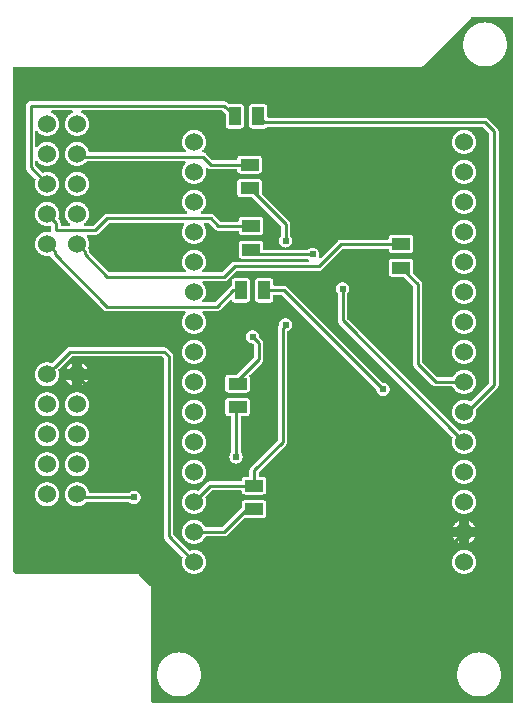
<source format=gtl>
G04 Layer: TopLayer*
G04 EasyEDA v6.3.53, 2020-07-02T17:27:03+02:00*
G04 4edb8fa5c3324583bf34438798551307,0d0e7d196270479aaefd99a7cd6f8dc4,10*
G04 Gerber Generator version 0.2*
G04 Scale: 100 percent, Rotated: No, Reflected: No *
G04 Dimensions in millimeters *
G04 leading zeros omitted , absolute positions ,3 integer and 3 decimal *
%FSLAX33Y33*%
%MOMM*%
G90*
G71D02*

%ADD10C,0.254000*%
%ADD11C,0.609600*%
%ADD12R,0.999998X1.550010*%
%ADD13R,1.550010X0.999998*%
%ADD14C,1.524000*%

%LPD*%
G36*
G01X42567Y58290D02*
G01X39137Y58290D01*
G01X39121Y58289D01*
G01X39105Y58285D01*
G01X39091Y58279D01*
G01X39077Y58271D01*
G01X39065Y58260D01*
G01X34979Y54174D01*
G01X34960Y54157D01*
G01X34940Y54142D01*
G01X34918Y54129D01*
G01X34896Y54118D01*
G01X34872Y54110D01*
G01X34848Y54104D01*
G01X34822Y54100D01*
G01X34798Y54099D01*
G01X363Y54099D01*
G01X348Y54098D01*
G01X334Y54095D01*
G01X321Y54090D01*
G01X308Y54083D01*
G01X296Y54074D01*
G01X286Y54064D01*
G01X277Y54052D01*
G01X270Y54040D01*
G01X265Y54026D01*
G01X262Y54012D01*
G01X261Y53997D01*
G01X261Y52514D01*
G01X256Y11489D01*
G01X257Y11474D01*
G01X261Y11458D01*
G01X267Y11443D01*
G01X275Y11430D01*
G01X286Y11418D01*
G01X496Y11208D01*
G01X508Y11197D01*
G01X521Y11189D01*
G01X536Y11183D01*
G01X552Y11179D01*
G01X567Y11178D01*
G01X10795Y11178D01*
G01X10819Y11177D01*
G01X10845Y11173D01*
G01X10869Y11167D01*
G01X10893Y11159D01*
G01X10915Y11148D01*
G01X10937Y11135D01*
G01X10957Y11120D01*
G01X10976Y11103D01*
G01X11931Y10148D01*
G01X11948Y10129D01*
G01X11963Y10109D01*
G01X11976Y10087D01*
G01X11987Y10065D01*
G01X11995Y10041D01*
G01X12001Y10016D01*
G01X12005Y9991D01*
G01X12006Y9966D01*
G01X12006Y358D01*
G01X12007Y343D01*
G01X12010Y329D01*
G01X12015Y315D01*
G01X12022Y303D01*
G01X12031Y291D01*
G01X12041Y281D01*
G01X12053Y272D01*
G01X12066Y265D01*
G01X12079Y260D01*
G01X12093Y257D01*
G01X12108Y256D01*
G01X42567Y256D01*
G01X42582Y257D01*
G01X42596Y260D01*
G01X42610Y265D01*
G01X42622Y272D01*
G01X42634Y281D01*
G01X42644Y291D01*
G01X42653Y303D01*
G01X42660Y315D01*
G01X42665Y329D01*
G01X42668Y343D01*
G01X42669Y358D01*
G01X42669Y58188D01*
G01X42668Y58203D01*
G01X42665Y58217D01*
G01X42660Y58231D01*
G01X42653Y58243D01*
G01X42644Y58255D01*
G01X42634Y58265D01*
G01X42622Y58274D01*
G01X42610Y58281D01*
G01X42596Y58286D01*
G01X42582Y58289D01*
G01X42567Y58290D01*
G37*

%LPC*%
G36*
G01X39812Y4522D02*
G01X39751Y4523D01*
G01X39689Y4522D01*
G01X39627Y4519D01*
G01X39565Y4514D01*
G01X39503Y4506D01*
G01X39442Y4497D01*
G01X39381Y4486D01*
G01X39320Y4472D01*
G01X39260Y4457D01*
G01X39200Y4440D01*
G01X39141Y4420D01*
G01X39083Y4399D01*
G01X39026Y4376D01*
G01X38969Y4351D01*
G01X38913Y4324D01*
G01X38858Y4295D01*
G01X38805Y4264D01*
G01X38752Y4231D01*
G01X38700Y4197D01*
G01X38649Y4161D01*
G01X38600Y4123D01*
G01X38552Y4084D01*
G01X38505Y4043D01*
G01X38460Y4001D01*
G01X38416Y3957D01*
G01X38374Y3912D01*
G01X38333Y3865D01*
G01X38294Y3817D01*
G01X38256Y3768D01*
G01X38220Y3717D01*
G01X38186Y3665D01*
G01X38153Y3612D01*
G01X38122Y3559D01*
G01X38093Y3504D01*
G01X38066Y3448D01*
G01X38041Y3391D01*
G01X38018Y3334D01*
G01X37997Y3276D01*
G01X37977Y3217D01*
G01X37960Y3157D01*
G01X37945Y3097D01*
G01X37931Y3036D01*
G01X37920Y2975D01*
G01X37911Y2914D01*
G01X37903Y2852D01*
G01X37898Y2790D01*
G01X37895Y2728D01*
G01X37894Y2667D01*
G01X37895Y2605D01*
G01X37898Y2543D01*
G01X37903Y2481D01*
G01X37911Y2419D01*
G01X37920Y2358D01*
G01X37931Y2297D01*
G01X37945Y2236D01*
G01X37960Y2176D01*
G01X37977Y2116D01*
G01X37997Y2057D01*
G01X38018Y1999D01*
G01X38041Y1942D01*
G01X38066Y1885D01*
G01X38093Y1829D01*
G01X38122Y1774D01*
G01X38153Y1721D01*
G01X38186Y1668D01*
G01X38220Y1616D01*
G01X38256Y1565D01*
G01X38294Y1516D01*
G01X38333Y1468D01*
G01X38374Y1421D01*
G01X38416Y1376D01*
G01X38460Y1332D01*
G01X38505Y1290D01*
G01X38552Y1249D01*
G01X38600Y1210D01*
G01X38649Y1172D01*
G01X38700Y1136D01*
G01X38752Y1102D01*
G01X38805Y1069D01*
G01X38858Y1038D01*
G01X38913Y1009D01*
G01X38969Y982D01*
G01X39026Y957D01*
G01X39083Y934D01*
G01X39141Y913D01*
G01X39200Y893D01*
G01X39260Y876D01*
G01X39320Y861D01*
G01X39381Y847D01*
G01X39442Y836D01*
G01X39503Y827D01*
G01X39565Y819D01*
G01X39627Y814D01*
G01X39689Y811D01*
G01X39751Y810D01*
G01X39812Y811D01*
G01X39874Y814D01*
G01X39936Y819D01*
G01X39998Y827D01*
G01X40059Y836D01*
G01X40120Y847D01*
G01X40181Y861D01*
G01X40241Y876D01*
G01X40301Y893D01*
G01X40360Y913D01*
G01X40418Y934D01*
G01X40475Y957D01*
G01X40532Y982D01*
G01X40588Y1009D01*
G01X40643Y1038D01*
G01X40696Y1069D01*
G01X40749Y1102D01*
G01X40801Y1136D01*
G01X40852Y1172D01*
G01X40901Y1210D01*
G01X40949Y1249D01*
G01X40996Y1290D01*
G01X41041Y1332D01*
G01X41085Y1376D01*
G01X41127Y1421D01*
G01X41168Y1468D01*
G01X41207Y1516D01*
G01X41245Y1565D01*
G01X41281Y1616D01*
G01X41315Y1668D01*
G01X41348Y1721D01*
G01X41379Y1774D01*
G01X41408Y1829D01*
G01X41435Y1885D01*
G01X41460Y1942D01*
G01X41483Y1999D01*
G01X41504Y2057D01*
G01X41524Y2116D01*
G01X41541Y2176D01*
G01X41556Y2236D01*
G01X41570Y2297D01*
G01X41581Y2358D01*
G01X41590Y2419D01*
G01X41598Y2481D01*
G01X41603Y2543D01*
G01X41606Y2605D01*
G01X41607Y2667D01*
G01X41606Y2728D01*
G01X41603Y2790D01*
G01X41598Y2852D01*
G01X41590Y2914D01*
G01X41581Y2975D01*
G01X41570Y3036D01*
G01X41556Y3097D01*
G01X41541Y3157D01*
G01X41524Y3217D01*
G01X41504Y3276D01*
G01X41483Y3334D01*
G01X41460Y3391D01*
G01X41435Y3448D01*
G01X41408Y3504D01*
G01X41379Y3559D01*
G01X41348Y3612D01*
G01X41315Y3665D01*
G01X41281Y3717D01*
G01X41245Y3768D01*
G01X41207Y3817D01*
G01X41168Y3865D01*
G01X41127Y3912D01*
G01X41085Y3957D01*
G01X41041Y4001D01*
G01X40996Y4043D01*
G01X40949Y4084D01*
G01X40901Y4123D01*
G01X40852Y4161D01*
G01X40801Y4197D01*
G01X40749Y4231D01*
G01X40696Y4264D01*
G01X40643Y4295D01*
G01X40588Y4324D01*
G01X40532Y4351D01*
G01X40475Y4376D01*
G01X40418Y4399D01*
G01X40360Y4420D01*
G01X40301Y4440D01*
G01X40241Y4457D01*
G01X40181Y4472D01*
G01X40120Y4486D01*
G01X40059Y4497D01*
G01X39998Y4506D01*
G01X39936Y4514D01*
G01X39874Y4519D01*
G01X39812Y4522D01*
G37*
G36*
G01X14412Y4522D02*
G01X14351Y4523D01*
G01X14289Y4522D01*
G01X14227Y4519D01*
G01X14165Y4514D01*
G01X14103Y4506D01*
G01X14042Y4497D01*
G01X13981Y4486D01*
G01X13920Y4472D01*
G01X13860Y4457D01*
G01X13800Y4440D01*
G01X13741Y4420D01*
G01X13683Y4399D01*
G01X13626Y4376D01*
G01X13569Y4351D01*
G01X13513Y4324D01*
G01X13458Y4295D01*
G01X13405Y4264D01*
G01X13352Y4231D01*
G01X13300Y4197D01*
G01X13249Y4161D01*
G01X13200Y4123D01*
G01X13152Y4084D01*
G01X13105Y4043D01*
G01X13060Y4001D01*
G01X13016Y3957D01*
G01X12974Y3912D01*
G01X12933Y3865D01*
G01X12894Y3817D01*
G01X12856Y3768D01*
G01X12820Y3717D01*
G01X12786Y3665D01*
G01X12753Y3612D01*
G01X12722Y3559D01*
G01X12693Y3504D01*
G01X12666Y3448D01*
G01X12641Y3391D01*
G01X12618Y3334D01*
G01X12597Y3276D01*
G01X12577Y3217D01*
G01X12560Y3157D01*
G01X12545Y3097D01*
G01X12531Y3036D01*
G01X12520Y2975D01*
G01X12511Y2914D01*
G01X12503Y2852D01*
G01X12498Y2790D01*
G01X12495Y2728D01*
G01X12494Y2667D01*
G01X12495Y2605D01*
G01X12498Y2543D01*
G01X12503Y2481D01*
G01X12511Y2419D01*
G01X12520Y2358D01*
G01X12531Y2297D01*
G01X12545Y2236D01*
G01X12560Y2176D01*
G01X12577Y2116D01*
G01X12597Y2057D01*
G01X12618Y1999D01*
G01X12641Y1942D01*
G01X12666Y1885D01*
G01X12693Y1829D01*
G01X12722Y1774D01*
G01X12753Y1721D01*
G01X12786Y1668D01*
G01X12820Y1616D01*
G01X12856Y1565D01*
G01X12894Y1516D01*
G01X12933Y1468D01*
G01X12974Y1421D01*
G01X13016Y1376D01*
G01X13060Y1332D01*
G01X13105Y1290D01*
G01X13152Y1249D01*
G01X13200Y1210D01*
G01X13249Y1172D01*
G01X13300Y1136D01*
G01X13352Y1102D01*
G01X13405Y1069D01*
G01X13458Y1038D01*
G01X13513Y1009D01*
G01X13569Y982D01*
G01X13626Y957D01*
G01X13683Y934D01*
G01X13741Y913D01*
G01X13800Y893D01*
G01X13860Y876D01*
G01X13920Y861D01*
G01X13981Y847D01*
G01X14042Y836D01*
G01X14103Y827D01*
G01X14165Y819D01*
G01X14227Y814D01*
G01X14289Y811D01*
G01X14351Y810D01*
G01X14412Y811D01*
G01X14474Y814D01*
G01X14536Y819D01*
G01X14598Y827D01*
G01X14659Y836D01*
G01X14720Y847D01*
G01X14781Y861D01*
G01X14841Y876D01*
G01X14901Y893D01*
G01X14960Y913D01*
G01X15018Y934D01*
G01X15075Y957D01*
G01X15132Y982D01*
G01X15188Y1009D01*
G01X15243Y1038D01*
G01X15296Y1069D01*
G01X15349Y1102D01*
G01X15401Y1136D01*
G01X15452Y1172D01*
G01X15501Y1210D01*
G01X15549Y1249D01*
G01X15596Y1290D01*
G01X15641Y1332D01*
G01X15685Y1376D01*
G01X15727Y1421D01*
G01X15768Y1468D01*
G01X15807Y1516D01*
G01X15845Y1565D01*
G01X15881Y1616D01*
G01X15915Y1668D01*
G01X15948Y1721D01*
G01X15979Y1774D01*
G01X16008Y1829D01*
G01X16035Y1885D01*
G01X16060Y1942D01*
G01X16083Y1999D01*
G01X16104Y2057D01*
G01X16124Y2116D01*
G01X16141Y2176D01*
G01X16156Y2236D01*
G01X16170Y2297D01*
G01X16181Y2358D01*
G01X16190Y2419D01*
G01X16198Y2481D01*
G01X16203Y2543D01*
G01X16206Y2605D01*
G01X16207Y2667D01*
G01X16206Y2728D01*
G01X16203Y2790D01*
G01X16198Y2852D01*
G01X16190Y2914D01*
G01X16181Y2975D01*
G01X16170Y3036D01*
G01X16156Y3097D01*
G01X16141Y3157D01*
G01X16124Y3217D01*
G01X16104Y3276D01*
G01X16083Y3334D01*
G01X16060Y3391D01*
G01X16035Y3448D01*
G01X16008Y3504D01*
G01X15979Y3559D01*
G01X15948Y3612D01*
G01X15915Y3665D01*
G01X15881Y3717D01*
G01X15845Y3768D01*
G01X15807Y3817D01*
G01X15768Y3865D01*
G01X15727Y3912D01*
G01X15685Y3957D01*
G01X15641Y4001D01*
G01X15596Y4043D01*
G01X15549Y4084D01*
G01X15501Y4123D01*
G01X15452Y4161D01*
G01X15401Y4197D01*
G01X15349Y4231D01*
G01X15296Y4264D01*
G01X15243Y4295D01*
G01X15188Y4324D01*
G01X15132Y4351D01*
G01X15075Y4376D01*
G01X15018Y4399D01*
G01X14960Y4420D01*
G01X14901Y4440D01*
G01X14841Y4457D01*
G01X14781Y4472D01*
G01X14720Y4486D01*
G01X14659Y4497D01*
G01X14598Y4506D01*
G01X14536Y4514D01*
G01X14474Y4519D01*
G01X14412Y4522D01*
G37*
G36*
G01X38526Y13209D02*
G01X38481Y13210D01*
G01X38435Y13209D01*
G01X38389Y13206D01*
G01X38344Y13201D01*
G01X38299Y13194D01*
G01X38254Y13185D01*
G01X38210Y13173D01*
G01X38166Y13160D01*
G01X38122Y13145D01*
G01X38080Y13128D01*
G01X38039Y13109D01*
G01X37998Y13089D01*
G01X37958Y13066D01*
G01X37919Y13041D01*
G01X37882Y13015D01*
G01X37846Y12988D01*
G01X37810Y12959D01*
G01X37776Y12928D01*
G01X37744Y12896D01*
G01X37713Y12862D01*
G01X37684Y12827D01*
G01X37657Y12790D01*
G01X37631Y12753D01*
G01X37606Y12714D01*
G01X37583Y12674D01*
G01X37563Y12633D01*
G01X37544Y12592D01*
G01X37527Y12550D01*
G01X37512Y12506D01*
G01X37499Y12462D01*
G01X37487Y12418D01*
G01X37478Y12373D01*
G01X37471Y12328D01*
G01X37466Y12283D01*
G01X37463Y12237D01*
G01X37462Y12192D01*
G01X37463Y12146D01*
G01X37466Y12100D01*
G01X37471Y12055D01*
G01X37478Y12010D01*
G01X37487Y11965D01*
G01X37499Y11921D01*
G01X37512Y11877D01*
G01X37527Y11833D01*
G01X37544Y11791D01*
G01X37563Y11750D01*
G01X37583Y11709D01*
G01X37606Y11669D01*
G01X37631Y11630D01*
G01X37657Y11593D01*
G01X37684Y11557D01*
G01X37713Y11521D01*
G01X37744Y11487D01*
G01X37776Y11455D01*
G01X37810Y11424D01*
G01X37846Y11395D01*
G01X37882Y11368D01*
G01X37919Y11342D01*
G01X37958Y11317D01*
G01X37998Y11294D01*
G01X38039Y11274D01*
G01X38080Y11255D01*
G01X38122Y11238D01*
G01X38166Y11223D01*
G01X38210Y11210D01*
G01X38254Y11198D01*
G01X38299Y11189D01*
G01X38344Y11182D01*
G01X38389Y11177D01*
G01X38435Y11174D01*
G01X38481Y11173D01*
G01X38526Y11174D01*
G01X38572Y11177D01*
G01X38617Y11182D01*
G01X38662Y11189D01*
G01X38707Y11198D01*
G01X38751Y11210D01*
G01X38795Y11223D01*
G01X38839Y11238D01*
G01X38881Y11255D01*
G01X38922Y11274D01*
G01X38963Y11294D01*
G01X39003Y11317D01*
G01X39042Y11342D01*
G01X39079Y11368D01*
G01X39116Y11395D01*
G01X39151Y11424D01*
G01X39185Y11455D01*
G01X39217Y11487D01*
G01X39248Y11521D01*
G01X39277Y11557D01*
G01X39304Y11593D01*
G01X39330Y11630D01*
G01X39355Y11669D01*
G01X39378Y11709D01*
G01X39398Y11750D01*
G01X39417Y11791D01*
G01X39434Y11833D01*
G01X39449Y11877D01*
G01X39462Y11921D01*
G01X39474Y11965D01*
G01X39483Y12010D01*
G01X39490Y12055D01*
G01X39495Y12100D01*
G01X39498Y12146D01*
G01X39499Y12192D01*
G01X39498Y12237D01*
G01X39495Y12283D01*
G01X39490Y12328D01*
G01X39483Y12373D01*
G01X39474Y12418D01*
G01X39462Y12462D01*
G01X39449Y12506D01*
G01X39434Y12550D01*
G01X39417Y12592D01*
G01X39398Y12633D01*
G01X39378Y12674D01*
G01X39355Y12714D01*
G01X39330Y12753D01*
G01X39304Y12790D01*
G01X39277Y12827D01*
G01X39248Y12862D01*
G01X39217Y12896D01*
G01X39185Y12928D01*
G01X39151Y12959D01*
G01X39116Y12988D01*
G01X39079Y13015D01*
G01X39042Y13041D01*
G01X39003Y13066D01*
G01X38963Y13089D01*
G01X38922Y13109D01*
G01X38881Y13128D01*
G01X38839Y13145D01*
G01X38795Y13160D01*
G01X38751Y13173D01*
G01X38707Y13185D01*
G01X38662Y13194D01*
G01X38617Y13201D01*
G01X38572Y13206D01*
G01X38526Y13209D01*
G37*
G36*
G01X13081Y30355D02*
G01X5080Y30355D01*
G01X5050Y30354D01*
G01X5020Y30350D01*
G01X4990Y30344D01*
G01X4961Y30336D01*
G01X4933Y30326D01*
G01X4905Y30313D01*
G01X4879Y30299D01*
G01X4854Y30282D01*
G01X4831Y30263D01*
G01X4808Y30243D01*
G01X3617Y29052D01*
G01X3605Y29041D01*
G01X3592Y29033D01*
G01X3577Y29027D01*
G01X3561Y29023D01*
G01X3545Y29022D01*
G01X3528Y29023D01*
G01X3512Y29028D01*
G01X3465Y29043D01*
G01X3418Y29056D01*
G01X3370Y29066D01*
G01X3321Y29074D01*
G01X3273Y29080D01*
G01X3224Y29084D01*
G01X3175Y29085D01*
G01X3129Y29084D01*
G01X3083Y29081D01*
G01X3038Y29076D01*
G01X2993Y29069D01*
G01X2948Y29060D01*
G01X2904Y29048D01*
G01X2860Y29035D01*
G01X2816Y29020D01*
G01X2774Y29003D01*
G01X2733Y28984D01*
G01X2692Y28964D01*
G01X2652Y28941D01*
G01X2613Y28916D01*
G01X2576Y28890D01*
G01X2540Y28863D01*
G01X2504Y28834D01*
G01X2470Y28803D01*
G01X2438Y28771D01*
G01X2407Y28737D01*
G01X2378Y28702D01*
G01X2351Y28665D01*
G01X2325Y28628D01*
G01X2300Y28589D01*
G01X2277Y28549D01*
G01X2257Y28508D01*
G01X2238Y28467D01*
G01X2221Y28425D01*
G01X2206Y28381D01*
G01X2193Y28337D01*
G01X2181Y28293D01*
G01X2172Y28248D01*
G01X2165Y28203D01*
G01X2160Y28158D01*
G01X2157Y28112D01*
G01X2156Y28067D01*
G01X2157Y28021D01*
G01X2160Y27975D01*
G01X2165Y27930D01*
G01X2172Y27885D01*
G01X2181Y27840D01*
G01X2193Y27796D01*
G01X2206Y27752D01*
G01X2221Y27708D01*
G01X2238Y27666D01*
G01X2257Y27625D01*
G01X2277Y27584D01*
G01X2300Y27544D01*
G01X2325Y27505D01*
G01X2351Y27468D01*
G01X2378Y27432D01*
G01X2407Y27396D01*
G01X2438Y27362D01*
G01X2470Y27330D01*
G01X2504Y27299D01*
G01X2540Y27270D01*
G01X2576Y27243D01*
G01X2613Y27217D01*
G01X2652Y27192D01*
G01X2692Y27169D01*
G01X2733Y27149D01*
G01X2774Y27130D01*
G01X2816Y27113D01*
G01X2860Y27098D01*
G01X2904Y27085D01*
G01X2948Y27073D01*
G01X2993Y27064D01*
G01X3038Y27057D01*
G01X3083Y27052D01*
G01X3129Y27049D01*
G01X3175Y27048D01*
G01X3220Y27049D01*
G01X3266Y27052D01*
G01X3311Y27057D01*
G01X3356Y27064D01*
G01X3401Y27073D01*
G01X3445Y27085D01*
G01X3489Y27098D01*
G01X3533Y27113D01*
G01X3575Y27130D01*
G01X3616Y27149D01*
G01X3657Y27169D01*
G01X3697Y27192D01*
G01X3736Y27217D01*
G01X3773Y27243D01*
G01X3810Y27270D01*
G01X3845Y27299D01*
G01X3879Y27330D01*
G01X3911Y27362D01*
G01X3942Y27396D01*
G01X3971Y27432D01*
G01X3998Y27468D01*
G01X4024Y27505D01*
G01X4049Y27544D01*
G01X4072Y27584D01*
G01X4092Y27625D01*
G01X4111Y27666D01*
G01X4128Y27708D01*
G01X4143Y27752D01*
G01X4156Y27796D01*
G01X4168Y27840D01*
G01X4177Y27885D01*
G01X4184Y27930D01*
G01X4189Y27975D01*
G01X4192Y28021D01*
G01X4193Y28067D01*
G01X4192Y28116D01*
G01X4188Y28165D01*
G01X4182Y28213D01*
G01X4174Y28262D01*
G01X4164Y28310D01*
G01X4151Y28357D01*
G01X4136Y28404D01*
G01X4131Y28420D01*
G01X4130Y28437D01*
G01X4131Y28453D01*
G01X4135Y28469D01*
G01X4141Y28484D01*
G01X4149Y28497D01*
G01X4160Y28509D01*
G01X5209Y29558D01*
G01X5221Y29569D01*
G01X5234Y29577D01*
G01X5249Y29583D01*
G01X5264Y29587D01*
G01X5281Y29588D01*
G01X12879Y29588D01*
G01X12896Y29587D01*
G01X12911Y29583D01*
G01X12926Y29577D01*
G01X12939Y29569D01*
G01X12951Y29558D01*
G01X13048Y29461D01*
G01X13059Y29449D01*
G01X13067Y29436D01*
G01X13073Y29421D01*
G01X13077Y29406D01*
G01X13078Y29389D01*
G01X13078Y14351D01*
G01X13079Y14321D01*
G01X13083Y14291D01*
G01X13089Y14261D01*
G01X13097Y14232D01*
G01X13107Y14204D01*
G01X13120Y14176D01*
G01X13134Y14150D01*
G01X13151Y14125D01*
G01X13170Y14102D01*
G01X13190Y14079D01*
G01X14635Y12634D01*
G01X14646Y12622D01*
G01X14654Y12609D01*
G01X14660Y12594D01*
G01X14664Y12578D01*
G01X14665Y12562D01*
G01X14664Y12545D01*
G01X14659Y12529D01*
G01X14644Y12482D01*
G01X14631Y12435D01*
G01X14621Y12387D01*
G01X14613Y12338D01*
G01X14607Y12290D01*
G01X14603Y12241D01*
G01X14602Y12192D01*
G01X14603Y12146D01*
G01X14606Y12100D01*
G01X14611Y12055D01*
G01X14618Y12010D01*
G01X14627Y11965D01*
G01X14639Y11921D01*
G01X14652Y11877D01*
G01X14667Y11833D01*
G01X14684Y11791D01*
G01X14703Y11750D01*
G01X14723Y11709D01*
G01X14746Y11669D01*
G01X14771Y11630D01*
G01X14797Y11593D01*
G01X14824Y11557D01*
G01X14853Y11521D01*
G01X14884Y11487D01*
G01X14916Y11455D01*
G01X14950Y11424D01*
G01X14986Y11395D01*
G01X15022Y11368D01*
G01X15059Y11342D01*
G01X15098Y11317D01*
G01X15138Y11294D01*
G01X15179Y11274D01*
G01X15220Y11255D01*
G01X15262Y11238D01*
G01X15306Y11223D01*
G01X15350Y11210D01*
G01X15394Y11198D01*
G01X15439Y11189D01*
G01X15484Y11182D01*
G01X15529Y11177D01*
G01X15575Y11174D01*
G01X15621Y11173D01*
G01X15666Y11174D01*
G01X15712Y11177D01*
G01X15757Y11182D01*
G01X15802Y11189D01*
G01X15847Y11198D01*
G01X15891Y11210D01*
G01X15935Y11223D01*
G01X15979Y11238D01*
G01X16021Y11255D01*
G01X16062Y11274D01*
G01X16103Y11294D01*
G01X16143Y11317D01*
G01X16182Y11342D01*
G01X16219Y11368D01*
G01X16256Y11395D01*
G01X16291Y11424D01*
G01X16325Y11455D01*
G01X16357Y11487D01*
G01X16388Y11521D01*
G01X16417Y11557D01*
G01X16444Y11593D01*
G01X16470Y11630D01*
G01X16495Y11669D01*
G01X16518Y11709D01*
G01X16538Y11750D01*
G01X16557Y11791D01*
G01X16574Y11833D01*
G01X16589Y11877D01*
G01X16602Y11921D01*
G01X16614Y11965D01*
G01X16623Y12010D01*
G01X16630Y12055D01*
G01X16635Y12100D01*
G01X16638Y12146D01*
G01X16639Y12192D01*
G01X16638Y12237D01*
G01X16635Y12283D01*
G01X16630Y12328D01*
G01X16623Y12373D01*
G01X16614Y12418D01*
G01X16602Y12462D01*
G01X16589Y12506D01*
G01X16574Y12550D01*
G01X16557Y12592D01*
G01X16538Y12633D01*
G01X16518Y12674D01*
G01X16495Y12714D01*
G01X16470Y12753D01*
G01X16444Y12790D01*
G01X16417Y12827D01*
G01X16388Y12862D01*
G01X16357Y12896D01*
G01X16325Y12928D01*
G01X16291Y12959D01*
G01X16256Y12988D01*
G01X16219Y13015D01*
G01X16182Y13041D01*
G01X16143Y13066D01*
G01X16103Y13089D01*
G01X16062Y13109D01*
G01X16021Y13128D01*
G01X15979Y13145D01*
G01X15935Y13160D01*
G01X15891Y13173D01*
G01X15847Y13185D01*
G01X15802Y13194D01*
G01X15757Y13201D01*
G01X15712Y13206D01*
G01X15666Y13209D01*
G01X15621Y13210D01*
G01X15571Y13209D01*
G01X15522Y13205D01*
G01X15474Y13199D01*
G01X15425Y13191D01*
G01X15377Y13181D01*
G01X15330Y13168D01*
G01X15283Y13153D01*
G01X15267Y13148D01*
G01X15250Y13147D01*
G01X15234Y13148D01*
G01X15218Y13152D01*
G01X15203Y13158D01*
G01X15190Y13166D01*
G01X15178Y13177D01*
G01X13875Y14480D01*
G01X13864Y14492D01*
G01X13856Y14505D01*
G01X13850Y14520D01*
G01X13846Y14535D01*
G01X13845Y14552D01*
G01X13845Y29591D01*
G01X13844Y29620D01*
G01X13840Y29650D01*
G01X13834Y29680D01*
G01X13826Y29709D01*
G01X13816Y29737D01*
G01X13803Y29765D01*
G01X13789Y29791D01*
G01X13772Y29816D01*
G01X13753Y29839D01*
G01X13733Y29862D01*
G01X13352Y30243D01*
G01X13329Y30263D01*
G01X13306Y30282D01*
G01X13281Y30299D01*
G01X13255Y30313D01*
G01X13227Y30326D01*
G01X13199Y30336D01*
G01X13170Y30344D01*
G01X13140Y30350D01*
G01X13110Y30354D01*
G01X13081Y30355D01*
G37*
G36*
G01X21476Y17409D02*
G01X19925Y17409D01*
G01X19902Y17408D01*
G01X19879Y17405D01*
G01X19855Y17399D01*
G01X19833Y17392D01*
G01X19811Y17382D01*
G01X19791Y17371D01*
G01X19771Y17357D01*
G01X19753Y17342D01*
G01X19736Y17325D01*
G01X19721Y17307D01*
G01X19707Y17288D01*
G01X19696Y17267D01*
G01X19687Y17245D01*
G01X19679Y17223D01*
G01X19673Y17200D01*
G01X19670Y17176D01*
G01X19669Y17153D01*
G01X19669Y16824D01*
G01X19668Y16809D01*
G01X19664Y16793D01*
G01X19658Y16778D01*
G01X19649Y16765D01*
G01X19639Y16753D01*
G01X18031Y15145D01*
G01X18019Y15134D01*
G01X18006Y15126D01*
G01X17991Y15120D01*
G01X17976Y15116D01*
G01X17959Y15115D01*
G01X16630Y15115D01*
G01X16614Y15117D01*
G01X16598Y15120D01*
G01X16583Y15127D01*
G01X16569Y15135D01*
G01X16557Y15146D01*
G01X16547Y15159D01*
G01X16538Y15172D01*
G01X16518Y15214D01*
G01X16495Y15253D01*
G01X16471Y15292D01*
G01X16445Y15329D01*
G01X16417Y15366D01*
G01X16388Y15401D01*
G01X16357Y15435D01*
G01X16325Y15467D01*
G01X16291Y15498D01*
G01X16256Y15528D01*
G01X16219Y15555D01*
G01X16182Y15581D01*
G01X16143Y15606D01*
G01X16104Y15628D01*
G01X16063Y15649D01*
G01X16021Y15668D01*
G01X15979Y15685D01*
G01X15935Y15700D01*
G01X15892Y15713D01*
G01X15847Y15725D01*
G01X15802Y15734D01*
G01X15757Y15741D01*
G01X15712Y15746D01*
G01X15666Y15749D01*
G01X15621Y15750D01*
G01X15575Y15749D01*
G01X15529Y15746D01*
G01X15484Y15741D01*
G01X15439Y15734D01*
G01X15394Y15725D01*
G01X15350Y15713D01*
G01X15306Y15700D01*
G01X15262Y15685D01*
G01X15220Y15668D01*
G01X15179Y15649D01*
G01X15138Y15629D01*
G01X15098Y15606D01*
G01X15059Y15581D01*
G01X15022Y15555D01*
G01X14986Y15528D01*
G01X14950Y15499D01*
G01X14916Y15468D01*
G01X14884Y15436D01*
G01X14853Y15402D01*
G01X14824Y15367D01*
G01X14797Y15330D01*
G01X14771Y15293D01*
G01X14746Y15254D01*
G01X14723Y15214D01*
G01X14703Y15173D01*
G01X14684Y15132D01*
G01X14667Y15090D01*
G01X14652Y15046D01*
G01X14639Y15002D01*
G01X14627Y14958D01*
G01X14618Y14913D01*
G01X14611Y14868D01*
G01X14606Y14823D01*
G01X14603Y14777D01*
G01X14602Y14732D01*
G01X14603Y14686D01*
G01X14606Y14640D01*
G01X14611Y14595D01*
G01X14618Y14550D01*
G01X14627Y14505D01*
G01X14639Y14461D01*
G01X14652Y14417D01*
G01X14667Y14373D01*
G01X14684Y14331D01*
G01X14703Y14290D01*
G01X14723Y14249D01*
G01X14746Y14209D01*
G01X14771Y14170D01*
G01X14797Y14133D01*
G01X14824Y14097D01*
G01X14853Y14061D01*
G01X14884Y14027D01*
G01X14916Y13995D01*
G01X14950Y13964D01*
G01X14986Y13935D01*
G01X15022Y13908D01*
G01X15059Y13882D01*
G01X15098Y13857D01*
G01X15138Y13834D01*
G01X15179Y13814D01*
G01X15220Y13795D01*
G01X15262Y13778D01*
G01X15306Y13763D01*
G01X15350Y13750D01*
G01X15394Y13738D01*
G01X15439Y13729D01*
G01X15484Y13722D01*
G01X15529Y13717D01*
G01X15575Y13714D01*
G01X15621Y13713D01*
G01X15666Y13714D01*
G01X15712Y13717D01*
G01X15757Y13722D01*
G01X15802Y13729D01*
G01X15847Y13738D01*
G01X15892Y13750D01*
G01X15935Y13763D01*
G01X15979Y13778D01*
G01X16021Y13795D01*
G01X16063Y13814D01*
G01X16104Y13835D01*
G01X16143Y13857D01*
G01X16182Y13882D01*
G01X16219Y13908D01*
G01X16256Y13935D01*
G01X16291Y13965D01*
G01X16325Y13996D01*
G01X16357Y14028D01*
G01X16388Y14062D01*
G01X16417Y14097D01*
G01X16445Y14134D01*
G01X16471Y14171D01*
G01X16495Y14210D01*
G01X16518Y14249D01*
G01X16538Y14291D01*
G01X16547Y14304D01*
G01X16557Y14317D01*
G01X16569Y14328D01*
G01X16583Y14336D01*
G01X16598Y14343D01*
G01X16614Y14346D01*
G01X16630Y14348D01*
G01X18161Y14348D01*
G01X18190Y14349D01*
G01X18220Y14353D01*
G01X18250Y14359D01*
G01X18279Y14367D01*
G01X18307Y14377D01*
G01X18335Y14390D01*
G01X18361Y14404D01*
G01X18386Y14421D01*
G01X18409Y14440D01*
G01X18432Y14460D01*
G01X19838Y15866D01*
G01X19850Y15877D01*
G01X19864Y15885D01*
G01X19879Y15891D01*
G01X19894Y15895D01*
G01X19910Y15896D01*
G01X21476Y15896D01*
G01X21499Y15897D01*
G01X21522Y15900D01*
G01X21546Y15906D01*
G01X21568Y15913D01*
G01X21590Y15923D01*
G01X21610Y15934D01*
G01X21630Y15948D01*
G01X21648Y15963D01*
G01X21665Y15980D01*
G01X21680Y15998D01*
G01X21694Y16017D01*
G01X21705Y16038D01*
G01X21714Y16060D01*
G01X21722Y16082D01*
G01X21728Y16105D01*
G01X21731Y16129D01*
G01X21732Y16152D01*
G01X21732Y17153D01*
G01X21731Y17176D01*
G01X21728Y17200D01*
G01X21722Y17223D01*
G01X21714Y17245D01*
G01X21705Y17267D01*
G01X21694Y17288D01*
G01X21680Y17307D01*
G01X21665Y17325D01*
G01X21648Y17342D01*
G01X21630Y17357D01*
G01X21610Y17371D01*
G01X21590Y17382D01*
G01X21568Y17392D01*
G01X21546Y17399D01*
G01X21522Y17405D01*
G01X21499Y17408D01*
G01X21476Y17409D01*
G37*
G36*
G01X38036Y14287D02*
G01X37564Y14287D01*
G01X37586Y14244D01*
G01X37611Y14202D01*
G01X37637Y14161D01*
G01X37665Y14121D01*
G01X37695Y14083D01*
G01X37727Y14046D01*
G01X37760Y14011D01*
G01X37795Y13978D01*
G01X37832Y13946D01*
G01X37870Y13916D01*
G01X37910Y13888D01*
G01X37951Y13862D01*
G01X37993Y13837D01*
G01X38036Y13815D01*
G01X38036Y14287D01*
G37*
G36*
G01X39397Y14287D02*
G01X38925Y14287D01*
G01X38925Y13815D01*
G01X38968Y13837D01*
G01X39010Y13862D01*
G01X39051Y13888D01*
G01X39091Y13916D01*
G01X39129Y13946D01*
G01X39166Y13978D01*
G01X39201Y14011D01*
G01X39234Y14046D01*
G01X39266Y14083D01*
G01X39296Y14121D01*
G01X39324Y14161D01*
G01X39350Y14202D01*
G01X39375Y14244D01*
G01X39397Y14287D01*
G37*
G36*
G01X38036Y15176D02*
G01X38036Y15648D01*
G01X37993Y15626D01*
G01X37951Y15601D01*
G01X37910Y15575D01*
G01X37870Y15547D01*
G01X37832Y15517D01*
G01X37795Y15485D01*
G01X37760Y15452D01*
G01X37727Y15417D01*
G01X37695Y15380D01*
G01X37665Y15342D01*
G01X37637Y15302D01*
G01X37611Y15261D01*
G01X37586Y15219D01*
G01X37564Y15176D01*
G01X38036Y15176D01*
G37*
G36*
G01X38968Y15626D02*
G01X38925Y15648D01*
G01X38925Y15176D01*
G01X39397Y15176D01*
G01X39375Y15219D01*
G01X39350Y15261D01*
G01X39324Y15302D01*
G01X39296Y15342D01*
G01X39266Y15380D01*
G01X39234Y15417D01*
G01X39201Y15452D01*
G01X39166Y15485D01*
G01X39129Y15517D01*
G01X39091Y15547D01*
G01X39051Y15575D01*
G01X39010Y15601D01*
G01X38968Y15626D01*
G37*
G36*
G01X38526Y18289D02*
G01X38481Y18290D01*
G01X38435Y18289D01*
G01X38389Y18286D01*
G01X38344Y18281D01*
G01X38299Y18274D01*
G01X38254Y18265D01*
G01X38210Y18253D01*
G01X38166Y18240D01*
G01X38122Y18225D01*
G01X38080Y18208D01*
G01X38039Y18189D01*
G01X37998Y18169D01*
G01X37958Y18146D01*
G01X37919Y18121D01*
G01X37882Y18095D01*
G01X37846Y18068D01*
G01X37810Y18039D01*
G01X37776Y18008D01*
G01X37744Y17976D01*
G01X37713Y17942D01*
G01X37684Y17907D01*
G01X37657Y17870D01*
G01X37631Y17833D01*
G01X37606Y17794D01*
G01X37583Y17754D01*
G01X37563Y17713D01*
G01X37544Y17672D01*
G01X37527Y17630D01*
G01X37512Y17586D01*
G01X37499Y17542D01*
G01X37487Y17498D01*
G01X37478Y17453D01*
G01X37471Y17408D01*
G01X37466Y17363D01*
G01X37463Y17317D01*
G01X37462Y17272D01*
G01X37463Y17226D01*
G01X37466Y17180D01*
G01X37471Y17135D01*
G01X37478Y17090D01*
G01X37487Y17045D01*
G01X37499Y17001D01*
G01X37512Y16957D01*
G01X37527Y16913D01*
G01X37544Y16871D01*
G01X37563Y16830D01*
G01X37583Y16789D01*
G01X37606Y16749D01*
G01X37631Y16710D01*
G01X37657Y16673D01*
G01X37684Y16637D01*
G01X37713Y16601D01*
G01X37744Y16567D01*
G01X37776Y16535D01*
G01X37810Y16504D01*
G01X37846Y16475D01*
G01X37882Y16448D01*
G01X37919Y16422D01*
G01X37958Y16397D01*
G01X37998Y16374D01*
G01X38039Y16354D01*
G01X38080Y16335D01*
G01X38122Y16318D01*
G01X38166Y16303D01*
G01X38210Y16290D01*
G01X38254Y16278D01*
G01X38299Y16269D01*
G01X38344Y16262D01*
G01X38389Y16257D01*
G01X38435Y16254D01*
G01X38481Y16253D01*
G01X38526Y16254D01*
G01X38572Y16257D01*
G01X38617Y16262D01*
G01X38662Y16269D01*
G01X38707Y16278D01*
G01X38751Y16290D01*
G01X38795Y16303D01*
G01X38839Y16318D01*
G01X38881Y16335D01*
G01X38922Y16354D01*
G01X38963Y16374D01*
G01X39003Y16397D01*
G01X39042Y16422D01*
G01X39079Y16448D01*
G01X39116Y16475D01*
G01X39151Y16504D01*
G01X39185Y16535D01*
G01X39217Y16567D01*
G01X39248Y16601D01*
G01X39277Y16637D01*
G01X39304Y16673D01*
G01X39330Y16710D01*
G01X39355Y16749D01*
G01X39378Y16789D01*
G01X39398Y16830D01*
G01X39417Y16871D01*
G01X39434Y16913D01*
G01X39449Y16957D01*
G01X39462Y17001D01*
G01X39474Y17045D01*
G01X39483Y17090D01*
G01X39490Y17135D01*
G01X39495Y17180D01*
G01X39498Y17226D01*
G01X39499Y17272D01*
G01X39498Y17317D01*
G01X39495Y17363D01*
G01X39490Y17408D01*
G01X39483Y17453D01*
G01X39474Y17498D01*
G01X39462Y17542D01*
G01X39449Y17586D01*
G01X39434Y17630D01*
G01X39417Y17672D01*
G01X39398Y17713D01*
G01X39378Y17754D01*
G01X39355Y17794D01*
G01X39330Y17833D01*
G01X39304Y17870D01*
G01X39277Y17907D01*
G01X39248Y17942D01*
G01X39217Y17976D01*
G01X39185Y18008D01*
G01X39151Y18039D01*
G01X39116Y18068D01*
G01X39079Y18095D01*
G01X39042Y18121D01*
G01X39003Y18146D01*
G01X38963Y18169D01*
G01X38922Y18189D01*
G01X38881Y18208D01*
G01X38839Y18225D01*
G01X38795Y18240D01*
G01X38751Y18253D01*
G01X38707Y18265D01*
G01X38662Y18274D01*
G01X38617Y18281D01*
G01X38572Y18286D01*
G01X38526Y18289D01*
G37*
G36*
G01X23402Y32818D02*
G01X23368Y32819D01*
G01X23332Y32818D01*
G01X23297Y32814D01*
G01X23263Y32809D01*
G01X23229Y32802D01*
G01X23195Y32792D01*
G01X23162Y32780D01*
G01X23130Y32766D01*
G01X23099Y32750D01*
G01X23069Y32732D01*
G01X23039Y32713D01*
G01X23012Y32692D01*
G01X22985Y32668D01*
G01X22961Y32644D01*
G01X22937Y32618D01*
G01X22915Y32590D01*
G01X22896Y32561D01*
G01X22878Y32531D01*
G01X22862Y32500D01*
G01X22847Y32468D01*
G01X22835Y32435D01*
G01X22825Y32402D01*
G01X22817Y32368D01*
G01X22811Y32333D01*
G01X22808Y32299D01*
G01X22806Y32264D01*
G01X22804Y32245D01*
G01X22799Y32227D01*
G01X22790Y32210D01*
G01X22775Y32183D01*
G01X22761Y32155D01*
G01X22750Y32126D01*
G01X22741Y32096D01*
G01X22735Y32065D01*
G01X22731Y32034D01*
G01X22730Y32004D01*
G01X22730Y22553D01*
G01X22729Y22536D01*
G01X22725Y22521D01*
G01X22719Y22506D01*
G01X22711Y22493D01*
G01X22700Y22481D01*
G01X20429Y20210D01*
G01X20409Y20187D01*
G01X20390Y20164D01*
G01X20373Y20139D01*
G01X20359Y20113D01*
G01X20346Y20085D01*
G01X20336Y20057D01*
G01X20328Y20028D01*
G01X20322Y19998D01*
G01X20318Y19968D01*
G01X20317Y19939D01*
G01X20317Y19511D01*
G01X20316Y19496D01*
G01X20313Y19482D01*
G01X20308Y19469D01*
G01X20301Y19456D01*
G01X20292Y19444D01*
G01X20282Y19434D01*
G01X20270Y19425D01*
G01X20258Y19418D01*
G01X20244Y19413D01*
G01X20230Y19410D01*
G01X20215Y19409D01*
G01X19925Y19409D01*
G01X19902Y19408D01*
G01X19879Y19405D01*
G01X19855Y19399D01*
G01X19833Y19392D01*
G01X19811Y19382D01*
G01X19791Y19371D01*
G01X19771Y19357D01*
G01X19753Y19342D01*
G01X19736Y19325D01*
G01X19721Y19307D01*
G01X19707Y19288D01*
G01X19696Y19267D01*
G01X19687Y19245D01*
G01X19679Y19223D01*
G01X19673Y19200D01*
G01X19670Y19176D01*
G01X19669Y19153D01*
G01X19669Y19137D01*
G01X19668Y19123D01*
G01X19665Y19109D01*
G01X19660Y19095D01*
G01X19653Y19083D01*
G01X19644Y19071D01*
G01X19634Y19061D01*
G01X19623Y19052D01*
G01X19609Y19045D01*
G01X19596Y19040D01*
G01X19582Y19037D01*
G01X19567Y19036D01*
G01X17002Y19036D01*
G01X16971Y19035D01*
G01X16941Y19031D01*
G01X16912Y19026D01*
G01X16883Y19017D01*
G01X16855Y19007D01*
G01X16828Y18994D01*
G01X16801Y18979D01*
G01X16776Y18963D01*
G01X16752Y18944D01*
G01X16730Y18924D01*
G01X16063Y18257D01*
G01X16051Y18246D01*
G01X16038Y18238D01*
G01X16023Y18232D01*
G01X16007Y18228D01*
G01X15991Y18227D01*
G01X15974Y18228D01*
G01X15958Y18233D01*
G01X15911Y18248D01*
G01X15864Y18261D01*
G01X15816Y18271D01*
G01X15767Y18279D01*
G01X15719Y18285D01*
G01X15670Y18289D01*
G01X15621Y18290D01*
G01X15575Y18289D01*
G01X15529Y18286D01*
G01X15484Y18281D01*
G01X15439Y18274D01*
G01X15394Y18265D01*
G01X15350Y18253D01*
G01X15306Y18240D01*
G01X15262Y18225D01*
G01X15220Y18208D01*
G01X15179Y18189D01*
G01X15138Y18169D01*
G01X15098Y18146D01*
G01X15059Y18121D01*
G01X15022Y18095D01*
G01X14986Y18068D01*
G01X14950Y18039D01*
G01X14916Y18008D01*
G01X14884Y17976D01*
G01X14853Y17942D01*
G01X14824Y17907D01*
G01X14797Y17870D01*
G01X14771Y17833D01*
G01X14746Y17794D01*
G01X14723Y17754D01*
G01X14703Y17713D01*
G01X14684Y17672D01*
G01X14667Y17630D01*
G01X14652Y17586D01*
G01X14639Y17542D01*
G01X14627Y17498D01*
G01X14618Y17453D01*
G01X14611Y17408D01*
G01X14606Y17363D01*
G01X14603Y17317D01*
G01X14602Y17272D01*
G01X14603Y17226D01*
G01X14606Y17180D01*
G01X14611Y17135D01*
G01X14618Y17090D01*
G01X14627Y17045D01*
G01X14639Y17001D01*
G01X14652Y16957D01*
G01X14667Y16913D01*
G01X14684Y16871D01*
G01X14703Y16830D01*
G01X14723Y16789D01*
G01X14746Y16749D01*
G01X14771Y16710D01*
G01X14797Y16673D01*
G01X14824Y16637D01*
G01X14853Y16601D01*
G01X14884Y16567D01*
G01X14916Y16535D01*
G01X14950Y16504D01*
G01X14986Y16475D01*
G01X15022Y16448D01*
G01X15059Y16422D01*
G01X15098Y16397D01*
G01X15138Y16374D01*
G01X15179Y16354D01*
G01X15220Y16335D01*
G01X15262Y16318D01*
G01X15306Y16303D01*
G01X15350Y16290D01*
G01X15394Y16278D01*
G01X15439Y16269D01*
G01X15484Y16262D01*
G01X15529Y16257D01*
G01X15575Y16254D01*
G01X15621Y16253D01*
G01X15666Y16254D01*
G01X15712Y16257D01*
G01X15757Y16262D01*
G01X15802Y16269D01*
G01X15847Y16278D01*
G01X15891Y16290D01*
G01X15935Y16303D01*
G01X15979Y16318D01*
G01X16021Y16335D01*
G01X16062Y16354D01*
G01X16103Y16374D01*
G01X16143Y16397D01*
G01X16182Y16422D01*
G01X16219Y16448D01*
G01X16256Y16475D01*
G01X16291Y16504D01*
G01X16325Y16535D01*
G01X16357Y16567D01*
G01X16388Y16601D01*
G01X16417Y16637D01*
G01X16444Y16673D01*
G01X16470Y16710D01*
G01X16495Y16749D01*
G01X16518Y16789D01*
G01X16538Y16830D01*
G01X16557Y16871D01*
G01X16574Y16913D01*
G01X16589Y16957D01*
G01X16602Y17001D01*
G01X16614Y17045D01*
G01X16623Y17090D01*
G01X16630Y17135D01*
G01X16635Y17180D01*
G01X16638Y17226D01*
G01X16639Y17272D01*
G01X16638Y17321D01*
G01X16634Y17370D01*
G01X16628Y17418D01*
G01X16620Y17467D01*
G01X16610Y17515D01*
G01X16597Y17562D01*
G01X16582Y17609D01*
G01X16577Y17625D01*
G01X16576Y17642D01*
G01X16577Y17658D01*
G01X16581Y17674D01*
G01X16587Y17689D01*
G01X16595Y17702D01*
G01X16606Y17714D01*
G01X17131Y18239D01*
G01X17143Y18249D01*
G01X17156Y18258D01*
G01X17171Y18264D01*
G01X17187Y18268D01*
G01X17202Y18269D01*
G01X19567Y18269D01*
G01X19582Y18268D01*
G01X19596Y18265D01*
G01X19609Y18260D01*
G01X19623Y18253D01*
G01X19634Y18244D01*
G01X19644Y18234D01*
G01X19653Y18222D01*
G01X19660Y18210D01*
G01X19665Y18196D01*
G01X19668Y18182D01*
G01X19669Y18167D01*
G01X19669Y18152D01*
G01X19670Y18129D01*
G01X19673Y18105D01*
G01X19679Y18082D01*
G01X19687Y18060D01*
G01X19696Y18038D01*
G01X19707Y18017D01*
G01X19721Y17998D01*
G01X19736Y17980D01*
G01X19753Y17963D01*
G01X19771Y17948D01*
G01X19791Y17934D01*
G01X19811Y17923D01*
G01X19833Y17913D01*
G01X19855Y17906D01*
G01X19879Y17900D01*
G01X19902Y17897D01*
G01X19925Y17896D01*
G01X21476Y17896D01*
G01X21499Y17897D01*
G01X21522Y17900D01*
G01X21546Y17906D01*
G01X21568Y17913D01*
G01X21590Y17923D01*
G01X21610Y17934D01*
G01X21630Y17948D01*
G01X21648Y17963D01*
G01X21665Y17980D01*
G01X21680Y17998D01*
G01X21694Y18017D01*
G01X21705Y18038D01*
G01X21714Y18060D01*
G01X21722Y18082D01*
G01X21728Y18105D01*
G01X21731Y18129D01*
G01X21732Y18152D01*
G01X21732Y19153D01*
G01X21731Y19176D01*
G01X21728Y19200D01*
G01X21722Y19223D01*
G01X21714Y19245D01*
G01X21705Y19267D01*
G01X21694Y19288D01*
G01X21680Y19307D01*
G01X21665Y19325D01*
G01X21648Y19342D01*
G01X21630Y19357D01*
G01X21610Y19371D01*
G01X21590Y19382D01*
G01X21568Y19392D01*
G01X21546Y19399D01*
G01X21522Y19405D01*
G01X21499Y19408D01*
G01X21476Y19409D01*
G01X21186Y19409D01*
G01X21171Y19410D01*
G01X21157Y19413D01*
G01X21143Y19418D01*
G01X21131Y19425D01*
G01X21119Y19434D01*
G01X21109Y19444D01*
G01X21100Y19456D01*
G01X21093Y19469D01*
G01X21088Y19482D01*
G01X21085Y19496D01*
G01X21084Y19511D01*
G01X21084Y19737D01*
G01X21085Y19754D01*
G01X21089Y19769D01*
G01X21095Y19784D01*
G01X21103Y19797D01*
G01X21114Y19809D01*
G01X23385Y22080D01*
G01X23405Y22103D01*
G01X23424Y22126D01*
G01X23441Y22151D01*
G01X23455Y22177D01*
G01X23468Y22205D01*
G01X23478Y22233D01*
G01X23486Y22262D01*
G01X23492Y22292D01*
G01X23496Y22322D01*
G01X23497Y22352D01*
G01X23497Y31636D01*
G01X23498Y31651D01*
G01X23502Y31667D01*
G01X23507Y31681D01*
G01X23515Y31694D01*
G01X23525Y31706D01*
G01X23536Y31716D01*
G01X23549Y31725D01*
G01X23563Y31731D01*
G01X23595Y31744D01*
G01X23626Y31759D01*
G01X23656Y31775D01*
G01X23684Y31794D01*
G01X23711Y31814D01*
G01X23738Y31836D01*
G01X23763Y31859D01*
G01X23786Y31884D01*
G01X23808Y31910D01*
G01X23828Y31937D01*
G01X23847Y31966D01*
G01X23864Y31995D01*
G01X23879Y32026D01*
G01X23892Y32057D01*
G01X23903Y32090D01*
G01X23913Y32122D01*
G01X23920Y32156D01*
G01X23925Y32189D01*
G01X23928Y32223D01*
G01X23929Y32258D01*
G01X23928Y32292D01*
G01X23925Y32325D01*
G01X23920Y32359D01*
G01X23913Y32392D01*
G01X23903Y32425D01*
G01X23892Y32457D01*
G01X23880Y32488D01*
G01X23864Y32519D01*
G01X23848Y32548D01*
G01X23829Y32577D01*
G01X23809Y32603D01*
G01X23788Y32630D01*
G01X23740Y32678D01*
G01X23713Y32699D01*
G01X23687Y32719D01*
G01X23658Y32738D01*
G01X23629Y32754D01*
G01X23598Y32770D01*
G01X23567Y32782D01*
G01X23535Y32793D01*
G01X23502Y32803D01*
G01X23469Y32810D01*
G01X23435Y32815D01*
G01X23402Y32818D01*
G37*
G36*
G01X3220Y18924D02*
G01X3175Y18925D01*
G01X3129Y18924D01*
G01X3083Y18921D01*
G01X3038Y18916D01*
G01X2993Y18909D01*
G01X2948Y18900D01*
G01X2904Y18888D01*
G01X2860Y18875D01*
G01X2816Y18860D01*
G01X2774Y18843D01*
G01X2733Y18824D01*
G01X2692Y18804D01*
G01X2652Y18781D01*
G01X2613Y18756D01*
G01X2576Y18730D01*
G01X2540Y18703D01*
G01X2504Y18674D01*
G01X2470Y18643D01*
G01X2438Y18611D01*
G01X2407Y18577D01*
G01X2378Y18542D01*
G01X2351Y18505D01*
G01X2325Y18468D01*
G01X2300Y18429D01*
G01X2277Y18389D01*
G01X2257Y18348D01*
G01X2238Y18307D01*
G01X2221Y18265D01*
G01X2206Y18221D01*
G01X2193Y18177D01*
G01X2181Y18133D01*
G01X2172Y18088D01*
G01X2165Y18043D01*
G01X2160Y17998D01*
G01X2157Y17952D01*
G01X2156Y17907D01*
G01X2157Y17861D01*
G01X2160Y17815D01*
G01X2165Y17770D01*
G01X2172Y17725D01*
G01X2181Y17680D01*
G01X2193Y17636D01*
G01X2206Y17592D01*
G01X2221Y17548D01*
G01X2238Y17506D01*
G01X2257Y17465D01*
G01X2277Y17424D01*
G01X2300Y17384D01*
G01X2325Y17345D01*
G01X2351Y17308D01*
G01X2378Y17272D01*
G01X2407Y17236D01*
G01X2438Y17202D01*
G01X2470Y17170D01*
G01X2504Y17139D01*
G01X2540Y17110D01*
G01X2576Y17083D01*
G01X2613Y17057D01*
G01X2652Y17032D01*
G01X2692Y17009D01*
G01X2733Y16989D01*
G01X2774Y16970D01*
G01X2816Y16953D01*
G01X2860Y16938D01*
G01X2904Y16925D01*
G01X2948Y16913D01*
G01X2993Y16904D01*
G01X3038Y16897D01*
G01X3083Y16892D01*
G01X3129Y16889D01*
G01X3175Y16888D01*
G01X3220Y16889D01*
G01X3266Y16892D01*
G01X3311Y16897D01*
G01X3356Y16904D01*
G01X3401Y16913D01*
G01X3445Y16925D01*
G01X3489Y16938D01*
G01X3533Y16953D01*
G01X3575Y16970D01*
G01X3616Y16989D01*
G01X3657Y17009D01*
G01X3697Y17032D01*
G01X3736Y17057D01*
G01X3773Y17083D01*
G01X3810Y17110D01*
G01X3845Y17139D01*
G01X3879Y17170D01*
G01X3911Y17202D01*
G01X3942Y17236D01*
G01X3971Y17272D01*
G01X3998Y17308D01*
G01X4024Y17345D01*
G01X4049Y17384D01*
G01X4072Y17424D01*
G01X4092Y17465D01*
G01X4111Y17506D01*
G01X4128Y17548D01*
G01X4143Y17592D01*
G01X4156Y17636D01*
G01X4168Y17680D01*
G01X4177Y17725D01*
G01X4184Y17770D01*
G01X4189Y17815D01*
G01X4192Y17861D01*
G01X4193Y17907D01*
G01X4192Y17952D01*
G01X4189Y17998D01*
G01X4184Y18043D01*
G01X4177Y18088D01*
G01X4168Y18133D01*
G01X4156Y18177D01*
G01X4143Y18221D01*
G01X4128Y18265D01*
G01X4111Y18307D01*
G01X4092Y18348D01*
G01X4072Y18389D01*
G01X4049Y18429D01*
G01X4024Y18468D01*
G01X3998Y18505D01*
G01X3971Y18542D01*
G01X3942Y18577D01*
G01X3911Y18611D01*
G01X3879Y18643D01*
G01X3845Y18674D01*
G01X3810Y18703D01*
G01X3773Y18730D01*
G01X3736Y18756D01*
G01X3697Y18781D01*
G01X3657Y18804D01*
G01X3616Y18824D01*
G01X3575Y18843D01*
G01X3533Y18860D01*
G01X3489Y18875D01*
G01X3445Y18888D01*
G01X3401Y18900D01*
G01X3356Y18909D01*
G01X3311Y18916D01*
G01X3266Y18921D01*
G01X3220Y18924D01*
G37*
G36*
G01X5761Y18924D02*
G01X5715Y18925D01*
G01X5669Y18924D01*
G01X5623Y18921D01*
G01X5578Y18916D01*
G01X5533Y18909D01*
G01X5488Y18900D01*
G01X5444Y18888D01*
G01X5400Y18875D01*
G01X5356Y18860D01*
G01X5314Y18843D01*
G01X5273Y18824D01*
G01X5232Y18804D01*
G01X5192Y18781D01*
G01X5153Y18756D01*
G01X5116Y18730D01*
G01X5080Y18703D01*
G01X5044Y18674D01*
G01X5010Y18643D01*
G01X4978Y18611D01*
G01X4947Y18577D01*
G01X4918Y18542D01*
G01X4891Y18505D01*
G01X4865Y18468D01*
G01X4840Y18429D01*
G01X4817Y18389D01*
G01X4797Y18348D01*
G01X4778Y18307D01*
G01X4761Y18265D01*
G01X4746Y18221D01*
G01X4733Y18177D01*
G01X4721Y18133D01*
G01X4712Y18088D01*
G01X4705Y18043D01*
G01X4700Y17998D01*
G01X4697Y17952D01*
G01X4696Y17907D01*
G01X4697Y17861D01*
G01X4700Y17815D01*
G01X4705Y17770D01*
G01X4712Y17725D01*
G01X4721Y17680D01*
G01X4733Y17636D01*
G01X4746Y17592D01*
G01X4761Y17548D01*
G01X4778Y17506D01*
G01X4797Y17465D01*
G01X4817Y17424D01*
G01X4840Y17384D01*
G01X4865Y17345D01*
G01X4891Y17308D01*
G01X4918Y17272D01*
G01X4947Y17236D01*
G01X4978Y17202D01*
G01X5010Y17170D01*
G01X5044Y17139D01*
G01X5080Y17110D01*
G01X5116Y17083D01*
G01X5153Y17057D01*
G01X5192Y17032D01*
G01X5232Y17009D01*
G01X5273Y16989D01*
G01X5314Y16970D01*
G01X5356Y16953D01*
G01X5400Y16938D01*
G01X5444Y16925D01*
G01X5488Y16913D01*
G01X5533Y16904D01*
G01X5578Y16897D01*
G01X5623Y16892D01*
G01X5669Y16889D01*
G01X5715Y16888D01*
G01X5760Y16889D01*
G01X5805Y16892D01*
G01X5851Y16897D01*
G01X5896Y16904D01*
G01X5941Y16913D01*
G01X5985Y16925D01*
G01X6028Y16938D01*
G01X6071Y16952D01*
G01X6114Y16969D01*
G01X6155Y16988D01*
G01X6196Y17009D01*
G01X6236Y17031D01*
G01X6274Y17056D01*
G01X6311Y17082D01*
G01X6348Y17109D01*
G01X6383Y17138D01*
G01X6417Y17169D01*
G01X6449Y17201D01*
G01X6480Y17234D01*
G01X6490Y17245D01*
G01X6501Y17253D01*
G01X6514Y17260D01*
G01X6528Y17265D01*
G01X6542Y17268D01*
G01X6556Y17269D01*
G01X10089Y17269D01*
G01X10104Y17268D01*
G01X10119Y17264D01*
G01X10133Y17259D01*
G01X10146Y17251D01*
G01X10158Y17242D01*
G01X10184Y17219D01*
G01X10212Y17197D01*
G01X10241Y17178D01*
G01X10271Y17160D01*
G01X10303Y17144D01*
G01X10335Y17130D01*
G01X10368Y17118D01*
G01X10402Y17108D01*
G01X10436Y17101D01*
G01X10470Y17096D01*
G01X10505Y17092D01*
G01X10541Y17091D01*
G01X10575Y17092D01*
G01X10608Y17095D01*
G01X10642Y17100D01*
G01X10675Y17107D01*
G01X10708Y17117D01*
G01X10740Y17128D01*
G01X10771Y17140D01*
G01X10802Y17156D01*
G01X10831Y17172D01*
G01X10860Y17191D01*
G01X10886Y17211D01*
G01X10913Y17232D01*
G01X10961Y17280D01*
G01X10982Y17307D01*
G01X11002Y17333D01*
G01X11021Y17362D01*
G01X11037Y17391D01*
G01X11053Y17422D01*
G01X11065Y17453D01*
G01X11076Y17485D01*
G01X11086Y17518D01*
G01X11093Y17551D01*
G01X11098Y17585D01*
G01X11101Y17618D01*
G01X11102Y17653D01*
G01X11101Y17687D01*
G01X11098Y17720D01*
G01X11093Y17754D01*
G01X11086Y17787D01*
G01X11076Y17820D01*
G01X11065Y17852D01*
G01X11053Y17883D01*
G01X11037Y17914D01*
G01X11021Y17943D01*
G01X11002Y17972D01*
G01X10982Y17998D01*
G01X10961Y18025D01*
G01X10913Y18073D01*
G01X10886Y18094D01*
G01X10860Y18114D01*
G01X10831Y18133D01*
G01X10802Y18149D01*
G01X10771Y18165D01*
G01X10740Y18177D01*
G01X10708Y18188D01*
G01X10675Y18198D01*
G01X10642Y18205D01*
G01X10608Y18210D01*
G01X10575Y18213D01*
G01X10541Y18214D01*
G01X10505Y18213D01*
G01X10470Y18209D01*
G01X10436Y18204D01*
G01X10402Y18197D01*
G01X10368Y18187D01*
G01X10335Y18175D01*
G01X10303Y18161D01*
G01X10271Y18145D01*
G01X10241Y18127D01*
G01X10212Y18108D01*
G01X10184Y18086D01*
G01X10158Y18063D01*
G01X10146Y18054D01*
G01X10133Y18046D01*
G01X10119Y18041D01*
G01X10104Y18037D01*
G01X10089Y18036D01*
G01X6811Y18036D01*
G01X6795Y18037D01*
G01X6780Y18041D01*
G01X6766Y18046D01*
G01X6753Y18054D01*
G01X6741Y18064D01*
G01X6731Y18075D01*
G01X6722Y18088D01*
G01X6715Y18102D01*
G01X6711Y18117D01*
G01X6701Y18162D01*
G01X6688Y18206D01*
G01X6673Y18250D01*
G01X6657Y18293D01*
G01X6638Y18336D01*
G01X6618Y18377D01*
G01X6595Y18418D01*
G01X6571Y18457D01*
G01X6546Y18496D01*
G01X6518Y18533D01*
G01X6489Y18568D01*
G01X6458Y18603D01*
G01X6425Y18636D01*
G01X6391Y18667D01*
G01X6356Y18697D01*
G01X6320Y18726D01*
G01X6282Y18752D01*
G01X6243Y18777D01*
G01X6203Y18801D01*
G01X6162Y18822D01*
G01X6119Y18841D01*
G01X6077Y18858D01*
G01X6033Y18874D01*
G01X5989Y18887D01*
G01X5944Y18899D01*
G01X5898Y18908D01*
G01X5853Y18915D01*
G01X5807Y18921D01*
G01X5761Y18924D01*
G37*
G36*
G01X15666Y20829D02*
G01X15621Y20830D01*
G01X15575Y20829D01*
G01X15529Y20826D01*
G01X15484Y20821D01*
G01X15439Y20814D01*
G01X15394Y20805D01*
G01X15350Y20793D01*
G01X15306Y20780D01*
G01X15262Y20765D01*
G01X15220Y20748D01*
G01X15179Y20729D01*
G01X15138Y20709D01*
G01X15098Y20686D01*
G01X15059Y20661D01*
G01X15022Y20635D01*
G01X14986Y20608D01*
G01X14950Y20579D01*
G01X14916Y20548D01*
G01X14884Y20516D01*
G01X14853Y20482D01*
G01X14824Y20447D01*
G01X14797Y20410D01*
G01X14771Y20373D01*
G01X14746Y20334D01*
G01X14723Y20294D01*
G01X14703Y20253D01*
G01X14684Y20212D01*
G01X14667Y20170D01*
G01X14652Y20126D01*
G01X14639Y20082D01*
G01X14627Y20038D01*
G01X14618Y19993D01*
G01X14611Y19948D01*
G01X14606Y19903D01*
G01X14603Y19857D01*
G01X14602Y19812D01*
G01X14603Y19766D01*
G01X14606Y19720D01*
G01X14611Y19675D01*
G01X14618Y19630D01*
G01X14627Y19585D01*
G01X14639Y19541D01*
G01X14652Y19497D01*
G01X14667Y19453D01*
G01X14684Y19411D01*
G01X14703Y19370D01*
G01X14723Y19329D01*
G01X14746Y19289D01*
G01X14771Y19250D01*
G01X14797Y19213D01*
G01X14824Y19177D01*
G01X14853Y19141D01*
G01X14884Y19107D01*
G01X14916Y19075D01*
G01X14950Y19044D01*
G01X14986Y19015D01*
G01X15022Y18988D01*
G01X15059Y18962D01*
G01X15098Y18937D01*
G01X15138Y18914D01*
G01X15179Y18894D01*
G01X15220Y18875D01*
G01X15262Y18858D01*
G01X15306Y18843D01*
G01X15350Y18830D01*
G01X15394Y18818D01*
G01X15439Y18809D01*
G01X15484Y18802D01*
G01X15529Y18797D01*
G01X15575Y18794D01*
G01X15621Y18793D01*
G01X15666Y18794D01*
G01X15712Y18797D01*
G01X15757Y18802D01*
G01X15802Y18809D01*
G01X15847Y18818D01*
G01X15891Y18830D01*
G01X15935Y18843D01*
G01X15979Y18858D01*
G01X16021Y18875D01*
G01X16062Y18894D01*
G01X16103Y18914D01*
G01X16143Y18937D01*
G01X16182Y18962D01*
G01X16219Y18988D01*
G01X16256Y19015D01*
G01X16291Y19044D01*
G01X16325Y19075D01*
G01X16357Y19107D01*
G01X16388Y19141D01*
G01X16417Y19177D01*
G01X16444Y19213D01*
G01X16470Y19250D01*
G01X16495Y19289D01*
G01X16518Y19329D01*
G01X16538Y19370D01*
G01X16557Y19411D01*
G01X16574Y19453D01*
G01X16589Y19497D01*
G01X16602Y19541D01*
G01X16614Y19585D01*
G01X16623Y19630D01*
G01X16630Y19675D01*
G01X16635Y19720D01*
G01X16638Y19766D01*
G01X16639Y19812D01*
G01X16638Y19857D01*
G01X16635Y19903D01*
G01X16630Y19948D01*
G01X16623Y19993D01*
G01X16614Y20038D01*
G01X16602Y20082D01*
G01X16589Y20126D01*
G01X16574Y20170D01*
G01X16557Y20212D01*
G01X16538Y20253D01*
G01X16518Y20294D01*
G01X16495Y20334D01*
G01X16470Y20373D01*
G01X16444Y20410D01*
G01X16417Y20447D01*
G01X16388Y20482D01*
G01X16357Y20516D01*
G01X16325Y20548D01*
G01X16291Y20579D01*
G01X16256Y20608D01*
G01X16219Y20635D01*
G01X16182Y20661D01*
G01X16143Y20686D01*
G01X16103Y20709D01*
G01X16062Y20729D01*
G01X16021Y20748D01*
G01X15979Y20765D01*
G01X15935Y20780D01*
G01X15891Y20793D01*
G01X15847Y20805D01*
G01X15802Y20814D01*
G01X15757Y20821D01*
G01X15712Y20826D01*
G01X15666Y20829D01*
G37*
G36*
G01X38526Y20829D02*
G01X38481Y20830D01*
G01X38435Y20829D01*
G01X38389Y20826D01*
G01X38344Y20821D01*
G01X38299Y20814D01*
G01X38254Y20805D01*
G01X38210Y20793D01*
G01X38166Y20780D01*
G01X38122Y20765D01*
G01X38080Y20748D01*
G01X38039Y20729D01*
G01X37998Y20709D01*
G01X37958Y20686D01*
G01X37919Y20661D01*
G01X37882Y20635D01*
G01X37846Y20608D01*
G01X37810Y20579D01*
G01X37776Y20548D01*
G01X37744Y20516D01*
G01X37713Y20482D01*
G01X37684Y20447D01*
G01X37657Y20410D01*
G01X37631Y20373D01*
G01X37606Y20334D01*
G01X37583Y20294D01*
G01X37563Y20253D01*
G01X37544Y20212D01*
G01X37527Y20170D01*
G01X37512Y20126D01*
G01X37499Y20082D01*
G01X37487Y20038D01*
G01X37478Y19993D01*
G01X37471Y19948D01*
G01X37466Y19903D01*
G01X37463Y19857D01*
G01X37462Y19812D01*
G01X37463Y19766D01*
G01X37466Y19720D01*
G01X37471Y19675D01*
G01X37478Y19630D01*
G01X37487Y19585D01*
G01X37499Y19541D01*
G01X37512Y19497D01*
G01X37527Y19453D01*
G01X37544Y19411D01*
G01X37563Y19370D01*
G01X37583Y19329D01*
G01X37606Y19289D01*
G01X37631Y19250D01*
G01X37657Y19213D01*
G01X37684Y19177D01*
G01X37713Y19141D01*
G01X37744Y19107D01*
G01X37776Y19075D01*
G01X37810Y19044D01*
G01X37846Y19015D01*
G01X37882Y18988D01*
G01X37919Y18962D01*
G01X37958Y18937D01*
G01X37998Y18914D01*
G01X38039Y18894D01*
G01X38080Y18875D01*
G01X38122Y18858D01*
G01X38166Y18843D01*
G01X38210Y18830D01*
G01X38254Y18818D01*
G01X38299Y18809D01*
G01X38344Y18802D01*
G01X38389Y18797D01*
G01X38435Y18794D01*
G01X38481Y18793D01*
G01X38526Y18794D01*
G01X38572Y18797D01*
G01X38617Y18802D01*
G01X38662Y18809D01*
G01X38707Y18818D01*
G01X38751Y18830D01*
G01X38795Y18843D01*
G01X38839Y18858D01*
G01X38881Y18875D01*
G01X38922Y18894D01*
G01X38963Y18914D01*
G01X39003Y18937D01*
G01X39042Y18962D01*
G01X39079Y18988D01*
G01X39116Y19015D01*
G01X39151Y19044D01*
G01X39185Y19075D01*
G01X39217Y19107D01*
G01X39248Y19141D01*
G01X39277Y19177D01*
G01X39304Y19213D01*
G01X39330Y19250D01*
G01X39355Y19289D01*
G01X39378Y19329D01*
G01X39398Y19370D01*
G01X39417Y19411D01*
G01X39434Y19453D01*
G01X39449Y19497D01*
G01X39462Y19541D01*
G01X39474Y19585D01*
G01X39483Y19630D01*
G01X39490Y19675D01*
G01X39495Y19720D01*
G01X39498Y19766D01*
G01X39499Y19812D01*
G01X39498Y19857D01*
G01X39495Y19903D01*
G01X39490Y19948D01*
G01X39483Y19993D01*
G01X39474Y20038D01*
G01X39462Y20082D01*
G01X39449Y20126D01*
G01X39434Y20170D01*
G01X39417Y20212D01*
G01X39398Y20253D01*
G01X39378Y20294D01*
G01X39355Y20334D01*
G01X39330Y20373D01*
G01X39304Y20410D01*
G01X39277Y20447D01*
G01X39248Y20482D01*
G01X39217Y20516D01*
G01X39185Y20548D01*
G01X39151Y20579D01*
G01X39116Y20608D01*
G01X39079Y20635D01*
G01X39042Y20661D01*
G01X39003Y20686D01*
G01X38963Y20709D01*
G01X38922Y20729D01*
G01X38881Y20748D01*
G01X38839Y20765D01*
G01X38795Y20780D01*
G01X38751Y20793D01*
G01X38707Y20805D01*
G01X38662Y20814D01*
G01X38617Y20821D01*
G01X38572Y20826D01*
G01X38526Y20829D01*
G37*
G36*
G01X5760Y21464D02*
G01X5715Y21465D01*
G01X5669Y21464D01*
G01X5623Y21461D01*
G01X5578Y21456D01*
G01X5533Y21449D01*
G01X5488Y21440D01*
G01X5444Y21428D01*
G01X5400Y21415D01*
G01X5356Y21400D01*
G01X5314Y21383D01*
G01X5273Y21364D01*
G01X5232Y21344D01*
G01X5192Y21321D01*
G01X5153Y21296D01*
G01X5116Y21270D01*
G01X5080Y21243D01*
G01X5044Y21214D01*
G01X5010Y21183D01*
G01X4978Y21151D01*
G01X4947Y21117D01*
G01X4918Y21082D01*
G01X4891Y21045D01*
G01X4865Y21008D01*
G01X4840Y20969D01*
G01X4817Y20929D01*
G01X4797Y20888D01*
G01X4778Y20847D01*
G01X4761Y20805D01*
G01X4746Y20761D01*
G01X4733Y20717D01*
G01X4721Y20673D01*
G01X4712Y20628D01*
G01X4705Y20583D01*
G01X4700Y20538D01*
G01X4697Y20492D01*
G01X4696Y20447D01*
G01X4697Y20401D01*
G01X4700Y20355D01*
G01X4705Y20310D01*
G01X4712Y20265D01*
G01X4721Y20220D01*
G01X4733Y20176D01*
G01X4746Y20132D01*
G01X4761Y20088D01*
G01X4778Y20046D01*
G01X4797Y20005D01*
G01X4817Y19964D01*
G01X4840Y19924D01*
G01X4865Y19885D01*
G01X4891Y19848D01*
G01X4918Y19812D01*
G01X4947Y19776D01*
G01X4978Y19742D01*
G01X5010Y19710D01*
G01X5044Y19679D01*
G01X5080Y19650D01*
G01X5116Y19623D01*
G01X5153Y19597D01*
G01X5192Y19572D01*
G01X5232Y19549D01*
G01X5273Y19529D01*
G01X5314Y19510D01*
G01X5356Y19493D01*
G01X5400Y19478D01*
G01X5444Y19465D01*
G01X5488Y19453D01*
G01X5533Y19444D01*
G01X5578Y19437D01*
G01X5623Y19432D01*
G01X5669Y19429D01*
G01X5715Y19428D01*
G01X5760Y19429D01*
G01X5806Y19432D01*
G01X5851Y19437D01*
G01X5896Y19444D01*
G01X5941Y19453D01*
G01X5985Y19465D01*
G01X6029Y19478D01*
G01X6073Y19493D01*
G01X6115Y19510D01*
G01X6156Y19529D01*
G01X6197Y19549D01*
G01X6237Y19572D01*
G01X6276Y19597D01*
G01X6313Y19623D01*
G01X6350Y19650D01*
G01X6385Y19679D01*
G01X6419Y19710D01*
G01X6451Y19742D01*
G01X6482Y19776D01*
G01X6511Y19812D01*
G01X6538Y19848D01*
G01X6564Y19885D01*
G01X6589Y19924D01*
G01X6612Y19964D01*
G01X6632Y20005D01*
G01X6651Y20046D01*
G01X6668Y20088D01*
G01X6683Y20132D01*
G01X6696Y20176D01*
G01X6708Y20220D01*
G01X6717Y20265D01*
G01X6724Y20310D01*
G01X6729Y20355D01*
G01X6732Y20401D01*
G01X6733Y20447D01*
G01X6732Y20492D01*
G01X6729Y20538D01*
G01X6724Y20583D01*
G01X6717Y20628D01*
G01X6708Y20673D01*
G01X6696Y20717D01*
G01X6683Y20761D01*
G01X6668Y20805D01*
G01X6651Y20847D01*
G01X6632Y20888D01*
G01X6612Y20929D01*
G01X6589Y20969D01*
G01X6564Y21008D01*
G01X6538Y21045D01*
G01X6511Y21082D01*
G01X6482Y21117D01*
G01X6451Y21151D01*
G01X6419Y21183D01*
G01X6385Y21214D01*
G01X6350Y21243D01*
G01X6313Y21270D01*
G01X6276Y21296D01*
G01X6237Y21321D01*
G01X6197Y21344D01*
G01X6156Y21364D01*
G01X6115Y21383D01*
G01X6073Y21400D01*
G01X6029Y21415D01*
G01X5985Y21428D01*
G01X5941Y21440D01*
G01X5896Y21449D01*
G01X5851Y21456D01*
G01X5806Y21461D01*
G01X5760Y21464D01*
G37*
G36*
G01X3220Y21464D02*
G01X3175Y21465D01*
G01X3129Y21464D01*
G01X3083Y21461D01*
G01X3038Y21456D01*
G01X2993Y21449D01*
G01X2948Y21440D01*
G01X2904Y21428D01*
G01X2860Y21415D01*
G01X2816Y21400D01*
G01X2774Y21383D01*
G01X2733Y21364D01*
G01X2692Y21344D01*
G01X2652Y21321D01*
G01X2613Y21296D01*
G01X2576Y21270D01*
G01X2540Y21243D01*
G01X2504Y21214D01*
G01X2470Y21183D01*
G01X2438Y21151D01*
G01X2407Y21117D01*
G01X2378Y21082D01*
G01X2351Y21045D01*
G01X2325Y21008D01*
G01X2300Y20969D01*
G01X2277Y20929D01*
G01X2257Y20888D01*
G01X2238Y20847D01*
G01X2221Y20805D01*
G01X2206Y20761D01*
G01X2193Y20717D01*
G01X2181Y20673D01*
G01X2172Y20628D01*
G01X2165Y20583D01*
G01X2160Y20538D01*
G01X2157Y20492D01*
G01X2156Y20447D01*
G01X2157Y20401D01*
G01X2160Y20355D01*
G01X2165Y20310D01*
G01X2172Y20265D01*
G01X2181Y20220D01*
G01X2193Y20176D01*
G01X2206Y20132D01*
G01X2221Y20088D01*
G01X2238Y20046D01*
G01X2257Y20005D01*
G01X2277Y19964D01*
G01X2300Y19924D01*
G01X2325Y19885D01*
G01X2351Y19848D01*
G01X2378Y19812D01*
G01X2407Y19776D01*
G01X2438Y19742D01*
G01X2470Y19710D01*
G01X2504Y19679D01*
G01X2540Y19650D01*
G01X2576Y19623D01*
G01X2613Y19597D01*
G01X2652Y19572D01*
G01X2692Y19549D01*
G01X2733Y19529D01*
G01X2774Y19510D01*
G01X2816Y19493D01*
G01X2860Y19478D01*
G01X2904Y19465D01*
G01X2948Y19453D01*
G01X2993Y19444D01*
G01X3038Y19437D01*
G01X3083Y19432D01*
G01X3129Y19429D01*
G01X3175Y19428D01*
G01X3220Y19429D01*
G01X3266Y19432D01*
G01X3311Y19437D01*
G01X3356Y19444D01*
G01X3401Y19453D01*
G01X3445Y19465D01*
G01X3489Y19478D01*
G01X3533Y19493D01*
G01X3575Y19510D01*
G01X3616Y19529D01*
G01X3657Y19549D01*
G01X3697Y19572D01*
G01X3736Y19597D01*
G01X3773Y19623D01*
G01X3810Y19650D01*
G01X3845Y19679D01*
G01X3879Y19710D01*
G01X3911Y19742D01*
G01X3942Y19776D01*
G01X3971Y19812D01*
G01X3998Y19848D01*
G01X4024Y19885D01*
G01X4049Y19924D01*
G01X4072Y19964D01*
G01X4092Y20005D01*
G01X4111Y20046D01*
G01X4128Y20088D01*
G01X4143Y20132D01*
G01X4156Y20176D01*
G01X4168Y20220D01*
G01X4177Y20265D01*
G01X4184Y20310D01*
G01X4189Y20355D01*
G01X4192Y20401D01*
G01X4193Y20447D01*
G01X4192Y20492D01*
G01X4189Y20538D01*
G01X4184Y20583D01*
G01X4177Y20628D01*
G01X4168Y20673D01*
G01X4156Y20717D01*
G01X4143Y20761D01*
G01X4128Y20805D01*
G01X4111Y20847D01*
G01X4092Y20888D01*
G01X4072Y20929D01*
G01X4049Y20969D01*
G01X4024Y21008D01*
G01X3998Y21045D01*
G01X3971Y21082D01*
G01X3942Y21117D01*
G01X3911Y21151D01*
G01X3879Y21183D01*
G01X3845Y21214D01*
G01X3810Y21243D01*
G01X3773Y21270D01*
G01X3736Y21296D01*
G01X3697Y21321D01*
G01X3657Y21344D01*
G01X3616Y21364D01*
G01X3575Y21383D01*
G01X3533Y21400D01*
G01X3489Y21415D01*
G01X3445Y21428D01*
G01X3401Y21440D01*
G01X3356Y21449D01*
G01X3311Y21456D01*
G01X3266Y21461D01*
G01X3220Y21464D01*
G37*
G36*
G01X20079Y26045D02*
G01X18528Y26045D01*
G01X18505Y26044D01*
G01X18482Y26041D01*
G01X18458Y26035D01*
G01X18436Y26028D01*
G01X18414Y26018D01*
G01X18394Y26007D01*
G01X18374Y25993D01*
G01X18356Y25978D01*
G01X18339Y25961D01*
G01X18324Y25943D01*
G01X18310Y25924D01*
G01X18299Y25903D01*
G01X18290Y25881D01*
G01X18282Y25859D01*
G01X18276Y25836D01*
G01X18273Y25812D01*
G01X18272Y25789D01*
G01X18272Y24788D01*
G01X18273Y24765D01*
G01X18276Y24741D01*
G01X18282Y24718D01*
G01X18290Y24696D01*
G01X18299Y24674D01*
G01X18310Y24653D01*
G01X18324Y24634D01*
G01X18339Y24616D01*
G01X18356Y24599D01*
G01X18374Y24584D01*
G01X18394Y24570D01*
G01X18414Y24559D01*
G01X18436Y24549D01*
G01X18458Y24542D01*
G01X18482Y24536D01*
G01X18505Y24533D01*
G01X18528Y24532D01*
G01X18691Y24532D01*
G01X18706Y24531D01*
G01X18720Y24528D01*
G01X18734Y24523D01*
G01X18746Y24516D01*
G01X18758Y24507D01*
G01X18768Y24497D01*
G01X18777Y24485D01*
G01X18784Y24472D01*
G01X18789Y24459D01*
G01X18792Y24445D01*
G01X18793Y24430D01*
G01X18793Y21533D01*
G01X18792Y21518D01*
G01X18788Y21503D01*
G01X18783Y21489D01*
G01X18775Y21476D01*
G01X18766Y21464D01*
G01X18743Y21438D01*
G01X18721Y21410D01*
G01X18702Y21381D01*
G01X18684Y21351D01*
G01X18668Y21319D01*
G01X18654Y21287D01*
G01X18642Y21254D01*
G01X18632Y21220D01*
G01X18625Y21186D01*
G01X18620Y21152D01*
G01X18616Y21117D01*
G01X18615Y21082D01*
G01X18616Y21047D01*
G01X18619Y21014D01*
G01X18624Y20980D01*
G01X18631Y20947D01*
G01X18641Y20914D01*
G01X18652Y20882D01*
G01X18664Y20851D01*
G01X18680Y20820D01*
G01X18696Y20791D01*
G01X18715Y20762D01*
G01X18735Y20736D01*
G01X18756Y20709D01*
G01X18804Y20661D01*
G01X18831Y20640D01*
G01X18857Y20620D01*
G01X18886Y20601D01*
G01X18915Y20585D01*
G01X18946Y20569D01*
G01X18977Y20557D01*
G01X19009Y20546D01*
G01X19042Y20536D01*
G01X19075Y20529D01*
G01X19109Y20524D01*
G01X19142Y20521D01*
G01X19177Y20520D01*
G01X19211Y20521D01*
G01X19244Y20524D01*
G01X19278Y20529D01*
G01X19311Y20536D01*
G01X19344Y20546D01*
G01X19376Y20557D01*
G01X19407Y20569D01*
G01X19438Y20585D01*
G01X19467Y20601D01*
G01X19496Y20620D01*
G01X19522Y20640D01*
G01X19549Y20661D01*
G01X19597Y20709D01*
G01X19618Y20736D01*
G01X19638Y20762D01*
G01X19657Y20791D01*
G01X19673Y20820D01*
G01X19689Y20851D01*
G01X19701Y20882D01*
G01X19712Y20914D01*
G01X19722Y20947D01*
G01X19729Y20980D01*
G01X19734Y21014D01*
G01X19737Y21047D01*
G01X19738Y21082D01*
G01X19737Y21117D01*
G01X19733Y21152D01*
G01X19728Y21186D01*
G01X19721Y21220D01*
G01X19711Y21254D01*
G01X19699Y21287D01*
G01X19685Y21319D01*
G01X19669Y21351D01*
G01X19651Y21381D01*
G01X19632Y21410D01*
G01X19610Y21438D01*
G01X19587Y21464D01*
G01X19578Y21476D01*
G01X19570Y21489D01*
G01X19565Y21503D01*
G01X19561Y21518D01*
G01X19560Y21533D01*
G01X19560Y24430D01*
G01X19561Y24445D01*
G01X19564Y24459D01*
G01X19569Y24472D01*
G01X19576Y24485D01*
G01X19585Y24497D01*
G01X19595Y24507D01*
G01X19607Y24516D01*
G01X19619Y24523D01*
G01X19633Y24528D01*
G01X19647Y24531D01*
G01X19662Y24532D01*
G01X20079Y24532D01*
G01X20102Y24533D01*
G01X20125Y24536D01*
G01X20149Y24542D01*
G01X20171Y24549D01*
G01X20193Y24559D01*
G01X20213Y24570D01*
G01X20233Y24584D01*
G01X20251Y24599D01*
G01X20268Y24616D01*
G01X20283Y24634D01*
G01X20297Y24653D01*
G01X20308Y24674D01*
G01X20317Y24696D01*
G01X20325Y24718D01*
G01X20331Y24741D01*
G01X20334Y24765D01*
G01X20335Y24788D01*
G01X20335Y25789D01*
G01X20334Y25812D01*
G01X20331Y25836D01*
G01X20325Y25859D01*
G01X20317Y25881D01*
G01X20308Y25903D01*
G01X20297Y25924D01*
G01X20283Y25943D01*
G01X20268Y25961D01*
G01X20251Y25978D01*
G01X20233Y25993D01*
G01X20213Y26007D01*
G01X20193Y26018D01*
G01X20171Y26028D01*
G01X20149Y26035D01*
G01X20125Y26041D01*
G01X20102Y26044D01*
G01X20079Y26045D01*
G37*
G36*
G01X15666Y23369D02*
G01X15621Y23370D01*
G01X15575Y23369D01*
G01X15529Y23366D01*
G01X15484Y23361D01*
G01X15439Y23354D01*
G01X15394Y23345D01*
G01X15350Y23333D01*
G01X15306Y23320D01*
G01X15262Y23305D01*
G01X15220Y23288D01*
G01X15179Y23269D01*
G01X15138Y23249D01*
G01X15098Y23226D01*
G01X15059Y23201D01*
G01X15022Y23175D01*
G01X14986Y23148D01*
G01X14950Y23119D01*
G01X14916Y23088D01*
G01X14884Y23056D01*
G01X14853Y23022D01*
G01X14824Y22987D01*
G01X14797Y22950D01*
G01X14771Y22913D01*
G01X14746Y22874D01*
G01X14723Y22834D01*
G01X14703Y22793D01*
G01X14684Y22752D01*
G01X14667Y22710D01*
G01X14652Y22666D01*
G01X14639Y22622D01*
G01X14627Y22578D01*
G01X14618Y22533D01*
G01X14611Y22488D01*
G01X14606Y22443D01*
G01X14603Y22397D01*
G01X14602Y22352D01*
G01X14603Y22306D01*
G01X14606Y22260D01*
G01X14611Y22215D01*
G01X14618Y22170D01*
G01X14627Y22125D01*
G01X14639Y22081D01*
G01X14652Y22037D01*
G01X14667Y21993D01*
G01X14684Y21951D01*
G01X14703Y21910D01*
G01X14723Y21869D01*
G01X14746Y21829D01*
G01X14771Y21790D01*
G01X14797Y21753D01*
G01X14824Y21717D01*
G01X14853Y21681D01*
G01X14884Y21647D01*
G01X14916Y21615D01*
G01X14950Y21584D01*
G01X14986Y21555D01*
G01X15022Y21528D01*
G01X15059Y21502D01*
G01X15098Y21477D01*
G01X15138Y21454D01*
G01X15179Y21434D01*
G01X15220Y21415D01*
G01X15262Y21398D01*
G01X15306Y21383D01*
G01X15350Y21370D01*
G01X15394Y21358D01*
G01X15439Y21349D01*
G01X15484Y21342D01*
G01X15529Y21337D01*
G01X15575Y21334D01*
G01X15621Y21333D01*
G01X15666Y21334D01*
G01X15712Y21337D01*
G01X15757Y21342D01*
G01X15802Y21349D01*
G01X15847Y21358D01*
G01X15891Y21370D01*
G01X15935Y21383D01*
G01X15979Y21398D01*
G01X16021Y21415D01*
G01X16062Y21434D01*
G01X16103Y21454D01*
G01X16143Y21477D01*
G01X16182Y21502D01*
G01X16219Y21528D01*
G01X16256Y21555D01*
G01X16291Y21584D01*
G01X16325Y21615D01*
G01X16357Y21647D01*
G01X16388Y21681D01*
G01X16417Y21717D01*
G01X16444Y21753D01*
G01X16470Y21790D01*
G01X16495Y21829D01*
G01X16518Y21869D01*
G01X16538Y21910D01*
G01X16557Y21951D01*
G01X16574Y21993D01*
G01X16589Y22037D01*
G01X16602Y22081D01*
G01X16614Y22125D01*
G01X16623Y22170D01*
G01X16630Y22215D01*
G01X16635Y22260D01*
G01X16638Y22306D01*
G01X16639Y22352D01*
G01X16638Y22397D01*
G01X16635Y22443D01*
G01X16630Y22488D01*
G01X16623Y22533D01*
G01X16614Y22578D01*
G01X16602Y22622D01*
G01X16589Y22666D01*
G01X16574Y22710D01*
G01X16557Y22752D01*
G01X16538Y22793D01*
G01X16518Y22834D01*
G01X16495Y22874D01*
G01X16470Y22913D01*
G01X16444Y22950D01*
G01X16417Y22987D01*
G01X16388Y23022D01*
G01X16357Y23056D01*
G01X16325Y23088D01*
G01X16291Y23119D01*
G01X16256Y23148D01*
G01X16219Y23175D01*
G01X16182Y23201D01*
G01X16143Y23226D01*
G01X16103Y23249D01*
G01X16062Y23269D01*
G01X16021Y23288D01*
G01X15979Y23305D01*
G01X15935Y23320D01*
G01X15891Y23333D01*
G01X15847Y23345D01*
G01X15802Y23354D01*
G01X15757Y23361D01*
G01X15712Y23366D01*
G01X15666Y23369D01*
G37*
G36*
G01X28228Y35866D02*
G01X28194Y35867D01*
G01X28159Y35866D01*
G01X28126Y35863D01*
G01X28092Y35858D01*
G01X28059Y35851D01*
G01X28026Y35841D01*
G01X27994Y35830D01*
G01X27963Y35818D01*
G01X27932Y35802D01*
G01X27903Y35786D01*
G01X27874Y35767D01*
G01X27848Y35747D01*
G01X27821Y35726D01*
G01X27773Y35678D01*
G01X27752Y35651D01*
G01X27732Y35625D01*
G01X27713Y35596D01*
G01X27697Y35567D01*
G01X27681Y35536D01*
G01X27669Y35505D01*
G01X27658Y35473D01*
G01X27648Y35440D01*
G01X27641Y35407D01*
G01X27636Y35373D01*
G01X27633Y35340D01*
G01X27632Y35306D01*
G01X27633Y35270D01*
G01X27637Y35235D01*
G01X27642Y35201D01*
G01X27649Y35167D01*
G01X27659Y35133D01*
G01X27671Y35100D01*
G01X27685Y35068D01*
G01X27701Y35036D01*
G01X27719Y35006D01*
G01X27738Y34977D01*
G01X27760Y34949D01*
G01X27783Y34923D01*
G01X27792Y34911D01*
G01X27800Y34898D01*
G01X27805Y34884D01*
G01X27809Y34869D01*
G01X27810Y34854D01*
G01X27810Y32639D01*
G01X27811Y32609D01*
G01X27815Y32579D01*
G01X27821Y32549D01*
G01X27829Y32520D01*
G01X27839Y32492D01*
G01X27852Y32464D01*
G01X27866Y32438D01*
G01X27883Y32413D01*
G01X27902Y32390D01*
G01X27922Y32367D01*
G01X37495Y22794D01*
G01X37506Y22782D01*
G01X37514Y22769D01*
G01X37520Y22754D01*
G01X37524Y22738D01*
G01X37525Y22722D01*
G01X37524Y22705D01*
G01X37519Y22689D01*
G01X37504Y22642D01*
G01X37491Y22595D01*
G01X37481Y22547D01*
G01X37473Y22498D01*
G01X37467Y22450D01*
G01X37463Y22401D01*
G01X37462Y22352D01*
G01X37463Y22306D01*
G01X37466Y22260D01*
G01X37471Y22215D01*
G01X37478Y22170D01*
G01X37487Y22125D01*
G01X37499Y22081D01*
G01X37512Y22037D01*
G01X37527Y21993D01*
G01X37544Y21951D01*
G01X37563Y21910D01*
G01X37583Y21869D01*
G01X37606Y21829D01*
G01X37631Y21790D01*
G01X37657Y21753D01*
G01X37684Y21717D01*
G01X37713Y21681D01*
G01X37744Y21647D01*
G01X37776Y21615D01*
G01X37810Y21584D01*
G01X37846Y21555D01*
G01X37882Y21528D01*
G01X37919Y21502D01*
G01X37958Y21477D01*
G01X37998Y21454D01*
G01X38039Y21434D01*
G01X38080Y21415D01*
G01X38122Y21398D01*
G01X38166Y21383D01*
G01X38210Y21370D01*
G01X38254Y21358D01*
G01X38299Y21349D01*
G01X38344Y21342D01*
G01X38389Y21337D01*
G01X38435Y21334D01*
G01X38481Y21333D01*
G01X38526Y21334D01*
G01X38572Y21337D01*
G01X38617Y21342D01*
G01X38662Y21349D01*
G01X38707Y21358D01*
G01X38751Y21370D01*
G01X38795Y21383D01*
G01X38839Y21398D01*
G01X38881Y21415D01*
G01X38922Y21434D01*
G01X38963Y21454D01*
G01X39003Y21477D01*
G01X39042Y21502D01*
G01X39079Y21528D01*
G01X39116Y21555D01*
G01X39151Y21584D01*
G01X39185Y21615D01*
G01X39217Y21647D01*
G01X39248Y21681D01*
G01X39277Y21717D01*
G01X39304Y21753D01*
G01X39330Y21790D01*
G01X39355Y21829D01*
G01X39378Y21869D01*
G01X39398Y21910D01*
G01X39417Y21951D01*
G01X39434Y21993D01*
G01X39449Y22037D01*
G01X39462Y22081D01*
G01X39474Y22125D01*
G01X39483Y22170D01*
G01X39490Y22215D01*
G01X39495Y22260D01*
G01X39498Y22306D01*
G01X39499Y22352D01*
G01X39498Y22397D01*
G01X39495Y22443D01*
G01X39490Y22488D01*
G01X39483Y22533D01*
G01X39474Y22578D01*
G01X39462Y22622D01*
G01X39449Y22666D01*
G01X39434Y22710D01*
G01X39417Y22752D01*
G01X39398Y22793D01*
G01X39378Y22834D01*
G01X39355Y22874D01*
G01X39330Y22913D01*
G01X39304Y22950D01*
G01X39277Y22987D01*
G01X39248Y23022D01*
G01X39217Y23056D01*
G01X39185Y23088D01*
G01X39151Y23119D01*
G01X39116Y23148D01*
G01X39079Y23175D01*
G01X39042Y23201D01*
G01X39003Y23226D01*
G01X38963Y23249D01*
G01X38922Y23269D01*
G01X38881Y23288D01*
G01X38839Y23305D01*
G01X38795Y23320D01*
G01X38751Y23333D01*
G01X38707Y23345D01*
G01X38662Y23354D01*
G01X38617Y23361D01*
G01X38572Y23366D01*
G01X38526Y23369D01*
G01X38481Y23370D01*
G01X38431Y23369D01*
G01X38382Y23365D01*
G01X38334Y23359D01*
G01X38285Y23351D01*
G01X38237Y23341D01*
G01X38190Y23328D01*
G01X38143Y23313D01*
G01X38127Y23308D01*
G01X38110Y23307D01*
G01X38094Y23308D01*
G01X38078Y23312D01*
G01X38063Y23318D01*
G01X38050Y23326D01*
G01X38038Y23337D01*
G01X28607Y32768D01*
G01X28596Y32780D01*
G01X28588Y32793D01*
G01X28582Y32808D01*
G01X28578Y32823D01*
G01X28577Y32840D01*
G01X28577Y34854D01*
G01X28578Y34869D01*
G01X28582Y34884D01*
G01X28587Y34898D01*
G01X28595Y34911D01*
G01X28604Y34923D01*
G01X28627Y34949D01*
G01X28649Y34977D01*
G01X28668Y35006D01*
G01X28686Y35036D01*
G01X28702Y35068D01*
G01X28716Y35100D01*
G01X28728Y35133D01*
G01X28738Y35167D01*
G01X28745Y35201D01*
G01X28750Y35235D01*
G01X28754Y35270D01*
G01X28755Y35306D01*
G01X28754Y35340D01*
G01X28751Y35373D01*
G01X28746Y35407D01*
G01X28739Y35440D01*
G01X28729Y35473D01*
G01X28718Y35505D01*
G01X28706Y35536D01*
G01X28690Y35567D01*
G01X28674Y35596D01*
G01X28655Y35625D01*
G01X28635Y35651D01*
G01X28614Y35678D01*
G01X28566Y35726D01*
G01X28539Y35747D01*
G01X28513Y35767D01*
G01X28484Y35786D01*
G01X28455Y35802D01*
G01X28424Y35818D01*
G01X28393Y35830D01*
G01X28361Y35841D01*
G01X28328Y35851D01*
G01X28295Y35858D01*
G01X28261Y35863D01*
G01X28228Y35866D01*
G37*
G36*
G01X5760Y24004D02*
G01X5715Y24005D01*
G01X5669Y24004D01*
G01X5623Y24001D01*
G01X5578Y23996D01*
G01X5533Y23989D01*
G01X5488Y23980D01*
G01X5444Y23968D01*
G01X5400Y23955D01*
G01X5356Y23940D01*
G01X5314Y23923D01*
G01X5273Y23904D01*
G01X5232Y23884D01*
G01X5192Y23861D01*
G01X5153Y23836D01*
G01X5116Y23810D01*
G01X5080Y23783D01*
G01X5044Y23754D01*
G01X5010Y23723D01*
G01X4978Y23691D01*
G01X4947Y23657D01*
G01X4918Y23622D01*
G01X4891Y23585D01*
G01X4865Y23548D01*
G01X4840Y23509D01*
G01X4817Y23469D01*
G01X4797Y23428D01*
G01X4778Y23387D01*
G01X4761Y23345D01*
G01X4746Y23301D01*
G01X4733Y23257D01*
G01X4721Y23213D01*
G01X4712Y23168D01*
G01X4705Y23123D01*
G01X4700Y23078D01*
G01X4697Y23032D01*
G01X4696Y22987D01*
G01X4697Y22941D01*
G01X4700Y22895D01*
G01X4705Y22850D01*
G01X4712Y22805D01*
G01X4721Y22760D01*
G01X4733Y22716D01*
G01X4746Y22672D01*
G01X4761Y22628D01*
G01X4778Y22586D01*
G01X4797Y22545D01*
G01X4817Y22504D01*
G01X4840Y22464D01*
G01X4865Y22425D01*
G01X4891Y22388D01*
G01X4918Y22352D01*
G01X4947Y22316D01*
G01X4978Y22282D01*
G01X5010Y22250D01*
G01X5044Y22219D01*
G01X5080Y22190D01*
G01X5116Y22163D01*
G01X5153Y22137D01*
G01X5192Y22112D01*
G01X5232Y22089D01*
G01X5273Y22069D01*
G01X5314Y22050D01*
G01X5356Y22033D01*
G01X5400Y22018D01*
G01X5444Y22005D01*
G01X5488Y21993D01*
G01X5533Y21984D01*
G01X5578Y21977D01*
G01X5623Y21972D01*
G01X5669Y21969D01*
G01X5715Y21968D01*
G01X5760Y21969D01*
G01X5806Y21972D01*
G01X5851Y21977D01*
G01X5896Y21984D01*
G01X5941Y21993D01*
G01X5985Y22005D01*
G01X6029Y22018D01*
G01X6073Y22033D01*
G01X6115Y22050D01*
G01X6156Y22069D01*
G01X6197Y22089D01*
G01X6237Y22112D01*
G01X6276Y22137D01*
G01X6313Y22163D01*
G01X6350Y22190D01*
G01X6385Y22219D01*
G01X6419Y22250D01*
G01X6451Y22282D01*
G01X6482Y22316D01*
G01X6511Y22352D01*
G01X6538Y22388D01*
G01X6564Y22425D01*
G01X6589Y22464D01*
G01X6612Y22504D01*
G01X6632Y22545D01*
G01X6651Y22586D01*
G01X6668Y22628D01*
G01X6683Y22672D01*
G01X6696Y22716D01*
G01X6708Y22760D01*
G01X6717Y22805D01*
G01X6724Y22850D01*
G01X6729Y22895D01*
G01X6732Y22941D01*
G01X6733Y22987D01*
G01X6732Y23032D01*
G01X6729Y23078D01*
G01X6724Y23123D01*
G01X6717Y23168D01*
G01X6708Y23213D01*
G01X6696Y23257D01*
G01X6683Y23301D01*
G01X6668Y23345D01*
G01X6651Y23387D01*
G01X6632Y23428D01*
G01X6612Y23469D01*
G01X6589Y23509D01*
G01X6564Y23548D01*
G01X6538Y23585D01*
G01X6511Y23622D01*
G01X6482Y23657D01*
G01X6451Y23691D01*
G01X6419Y23723D01*
G01X6385Y23754D01*
G01X6350Y23783D01*
G01X6313Y23810D01*
G01X6276Y23836D01*
G01X6237Y23861D01*
G01X6197Y23884D01*
G01X6156Y23904D01*
G01X6115Y23923D01*
G01X6073Y23940D01*
G01X6029Y23955D01*
G01X5985Y23968D01*
G01X5941Y23980D01*
G01X5896Y23989D01*
G01X5851Y23996D01*
G01X5806Y24001D01*
G01X5760Y24004D01*
G37*
G36*
G01X3220Y24004D02*
G01X3175Y24005D01*
G01X3129Y24004D01*
G01X3083Y24001D01*
G01X3038Y23996D01*
G01X2993Y23989D01*
G01X2948Y23980D01*
G01X2904Y23968D01*
G01X2860Y23955D01*
G01X2816Y23940D01*
G01X2774Y23923D01*
G01X2733Y23904D01*
G01X2692Y23884D01*
G01X2652Y23861D01*
G01X2613Y23836D01*
G01X2576Y23810D01*
G01X2540Y23783D01*
G01X2504Y23754D01*
G01X2470Y23723D01*
G01X2438Y23691D01*
G01X2407Y23657D01*
G01X2378Y23622D01*
G01X2351Y23585D01*
G01X2325Y23548D01*
G01X2300Y23509D01*
G01X2277Y23469D01*
G01X2257Y23428D01*
G01X2238Y23387D01*
G01X2221Y23345D01*
G01X2206Y23301D01*
G01X2193Y23257D01*
G01X2181Y23213D01*
G01X2172Y23168D01*
G01X2165Y23123D01*
G01X2160Y23078D01*
G01X2157Y23032D01*
G01X2156Y22987D01*
G01X2157Y22941D01*
G01X2160Y22895D01*
G01X2165Y22850D01*
G01X2172Y22805D01*
G01X2181Y22760D01*
G01X2193Y22716D01*
G01X2206Y22672D01*
G01X2221Y22628D01*
G01X2238Y22586D01*
G01X2257Y22545D01*
G01X2277Y22504D01*
G01X2300Y22464D01*
G01X2325Y22425D01*
G01X2351Y22388D01*
G01X2378Y22352D01*
G01X2407Y22316D01*
G01X2438Y22282D01*
G01X2470Y22250D01*
G01X2504Y22219D01*
G01X2540Y22190D01*
G01X2576Y22163D01*
G01X2613Y22137D01*
G01X2652Y22112D01*
G01X2692Y22089D01*
G01X2733Y22069D01*
G01X2774Y22050D01*
G01X2816Y22033D01*
G01X2860Y22018D01*
G01X2904Y22005D01*
G01X2948Y21993D01*
G01X2993Y21984D01*
G01X3038Y21977D01*
G01X3083Y21972D01*
G01X3129Y21969D01*
G01X3175Y21968D01*
G01X3220Y21969D01*
G01X3266Y21972D01*
G01X3311Y21977D01*
G01X3356Y21984D01*
G01X3401Y21993D01*
G01X3445Y22005D01*
G01X3489Y22018D01*
G01X3533Y22033D01*
G01X3575Y22050D01*
G01X3616Y22069D01*
G01X3657Y22089D01*
G01X3697Y22112D01*
G01X3736Y22137D01*
G01X3773Y22163D01*
G01X3810Y22190D01*
G01X3845Y22219D01*
G01X3879Y22250D01*
G01X3911Y22282D01*
G01X3942Y22316D01*
G01X3971Y22352D01*
G01X3998Y22388D01*
G01X4024Y22425D01*
G01X4049Y22464D01*
G01X4072Y22504D01*
G01X4092Y22545D01*
G01X4111Y22586D01*
G01X4128Y22628D01*
G01X4143Y22672D01*
G01X4156Y22716D01*
G01X4168Y22760D01*
G01X4177Y22805D01*
G01X4184Y22850D01*
G01X4189Y22895D01*
G01X4192Y22941D01*
G01X4193Y22987D01*
G01X4192Y23032D01*
G01X4189Y23078D01*
G01X4184Y23123D01*
G01X4177Y23168D01*
G01X4168Y23213D01*
G01X4156Y23257D01*
G01X4143Y23301D01*
G01X4128Y23345D01*
G01X4111Y23387D01*
G01X4092Y23428D01*
G01X4072Y23469D01*
G01X4049Y23509D01*
G01X4024Y23548D01*
G01X3998Y23585D01*
G01X3971Y23622D01*
G01X3942Y23657D01*
G01X3911Y23691D01*
G01X3879Y23723D01*
G01X3845Y23754D01*
G01X3810Y23783D01*
G01X3773Y23810D01*
G01X3736Y23836D01*
G01X3697Y23861D01*
G01X3657Y23884D01*
G01X3616Y23904D01*
G01X3575Y23923D01*
G01X3533Y23940D01*
G01X3489Y23955D01*
G01X3445Y23968D01*
G01X3401Y23980D01*
G01X3356Y23989D01*
G01X3311Y23996D01*
G01X3266Y24001D01*
G01X3220Y24004D01*
G37*
G36*
G01X15666Y25909D02*
G01X15621Y25910D01*
G01X15575Y25909D01*
G01X15529Y25906D01*
G01X15484Y25901D01*
G01X15439Y25894D01*
G01X15394Y25885D01*
G01X15350Y25873D01*
G01X15306Y25860D01*
G01X15262Y25845D01*
G01X15220Y25828D01*
G01X15179Y25809D01*
G01X15138Y25789D01*
G01X15098Y25766D01*
G01X15059Y25741D01*
G01X15022Y25715D01*
G01X14986Y25688D01*
G01X14950Y25659D01*
G01X14916Y25628D01*
G01X14884Y25596D01*
G01X14853Y25562D01*
G01X14824Y25527D01*
G01X14797Y25490D01*
G01X14771Y25453D01*
G01X14746Y25414D01*
G01X14723Y25374D01*
G01X14703Y25333D01*
G01X14684Y25292D01*
G01X14667Y25250D01*
G01X14652Y25206D01*
G01X14639Y25162D01*
G01X14627Y25118D01*
G01X14618Y25073D01*
G01X14611Y25028D01*
G01X14606Y24983D01*
G01X14603Y24937D01*
G01X14602Y24892D01*
G01X14603Y24846D01*
G01X14606Y24800D01*
G01X14611Y24755D01*
G01X14618Y24710D01*
G01X14627Y24665D01*
G01X14639Y24621D01*
G01X14652Y24577D01*
G01X14667Y24533D01*
G01X14684Y24491D01*
G01X14703Y24450D01*
G01X14723Y24409D01*
G01X14746Y24369D01*
G01X14771Y24330D01*
G01X14797Y24293D01*
G01X14824Y24257D01*
G01X14853Y24221D01*
G01X14884Y24187D01*
G01X14916Y24155D01*
G01X14950Y24124D01*
G01X14986Y24095D01*
G01X15022Y24068D01*
G01X15059Y24042D01*
G01X15098Y24017D01*
G01X15138Y23994D01*
G01X15179Y23974D01*
G01X15220Y23955D01*
G01X15262Y23938D01*
G01X15306Y23923D01*
G01X15350Y23910D01*
G01X15394Y23898D01*
G01X15439Y23889D01*
G01X15484Y23882D01*
G01X15529Y23877D01*
G01X15575Y23874D01*
G01X15621Y23873D01*
G01X15666Y23874D01*
G01X15712Y23877D01*
G01X15757Y23882D01*
G01X15802Y23889D01*
G01X15847Y23898D01*
G01X15891Y23910D01*
G01X15935Y23923D01*
G01X15979Y23938D01*
G01X16021Y23955D01*
G01X16062Y23974D01*
G01X16103Y23994D01*
G01X16143Y24017D01*
G01X16182Y24042D01*
G01X16219Y24068D01*
G01X16256Y24095D01*
G01X16291Y24124D01*
G01X16325Y24155D01*
G01X16357Y24187D01*
G01X16388Y24221D01*
G01X16417Y24257D01*
G01X16444Y24293D01*
G01X16470Y24330D01*
G01X16495Y24369D01*
G01X16518Y24409D01*
G01X16538Y24450D01*
G01X16557Y24491D01*
G01X16574Y24533D01*
G01X16589Y24577D01*
G01X16602Y24621D01*
G01X16614Y24665D01*
G01X16623Y24710D01*
G01X16630Y24755D01*
G01X16635Y24800D01*
G01X16638Y24846D01*
G01X16639Y24892D01*
G01X16638Y24937D01*
G01X16635Y24983D01*
G01X16630Y25028D01*
G01X16623Y25073D01*
G01X16614Y25118D01*
G01X16602Y25162D01*
G01X16589Y25206D01*
G01X16574Y25250D01*
G01X16557Y25292D01*
G01X16538Y25333D01*
G01X16518Y25374D01*
G01X16495Y25414D01*
G01X16470Y25453D01*
G01X16444Y25490D01*
G01X16417Y25527D01*
G01X16388Y25562D01*
G01X16357Y25596D01*
G01X16325Y25628D01*
G01X16291Y25659D01*
G01X16256Y25688D01*
G01X16219Y25715D01*
G01X16182Y25741D01*
G01X16143Y25766D01*
G01X16103Y25789D01*
G01X16062Y25809D01*
G01X16021Y25828D01*
G01X15979Y25845D01*
G01X15935Y25860D01*
G01X15891Y25873D01*
G01X15847Y25885D01*
G01X15802Y25894D01*
G01X15757Y25901D01*
G01X15712Y25906D01*
G01X15666Y25909D01*
G37*
G36*
G01X21566Y50942D02*
G01X20565Y50942D01*
G01X20542Y50941D01*
G01X20518Y50938D01*
G01X20495Y50932D01*
G01X20473Y50924D01*
G01X20451Y50915D01*
G01X20430Y50904D01*
G01X20411Y50890D01*
G01X20393Y50875D01*
G01X20376Y50858D01*
G01X20361Y50840D01*
G01X20347Y50820D01*
G01X20336Y50800D01*
G01X20326Y50778D01*
G01X20319Y50756D01*
G01X20313Y50732D01*
G01X20310Y50709D01*
G01X20309Y50686D01*
G01X20309Y49135D01*
G01X20310Y49112D01*
G01X20313Y49089D01*
G01X20319Y49065D01*
G01X20326Y49043D01*
G01X20336Y49021D01*
G01X20347Y49001D01*
G01X20361Y48981D01*
G01X20376Y48963D01*
G01X20393Y48946D01*
G01X20411Y48931D01*
G01X20430Y48917D01*
G01X20451Y48906D01*
G01X20473Y48897D01*
G01X20495Y48889D01*
G01X20518Y48883D01*
G01X20542Y48880D01*
G01X20565Y48879D01*
G01X21566Y48879D01*
G01X21589Y48880D01*
G01X21612Y48883D01*
G01X21635Y48888D01*
G01X21658Y48896D01*
G01X21679Y48905D01*
G01X21700Y48917D01*
G01X21719Y48930D01*
G01X21737Y48945D01*
G01X21754Y48961D01*
G01X21779Y48991D01*
G01X21791Y49001D01*
G01X21804Y49008D01*
G01X21819Y49014D01*
G01X21834Y49018D01*
G01X21850Y49019D01*
G01X40057Y49019D01*
G01X40074Y49018D01*
G01X40089Y49014D01*
G01X40104Y49008D01*
G01X40117Y49000D01*
G01X40129Y48989D01*
G01X40607Y48511D01*
G01X40618Y48499D01*
G01X40626Y48486D01*
G01X40632Y48471D01*
G01X40636Y48456D01*
G01X40637Y48439D01*
G01X40637Y27379D01*
G01X40636Y27362D01*
G01X40632Y27347D01*
G01X40626Y27332D01*
G01X40618Y27319D01*
G01X40607Y27307D01*
G01X39098Y25798D01*
G01X39086Y25788D01*
G01X39073Y25779D01*
G01X39058Y25773D01*
G01X39042Y25769D01*
G01X39027Y25768D01*
G01X39009Y25769D01*
G01X38993Y25774D01*
G01X38977Y25781D01*
G01X38935Y25803D01*
G01X38892Y25823D01*
G01X38849Y25841D01*
G01X38805Y25857D01*
G01X38760Y25871D01*
G01X38714Y25883D01*
G01X38668Y25893D01*
G01X38622Y25900D01*
G01X38574Y25905D01*
G01X38528Y25909D01*
G01X38481Y25910D01*
G01X38435Y25909D01*
G01X38389Y25906D01*
G01X38344Y25901D01*
G01X38299Y25894D01*
G01X38254Y25885D01*
G01X38210Y25873D01*
G01X38166Y25860D01*
G01X38122Y25845D01*
G01X38080Y25828D01*
G01X38039Y25809D01*
G01X37998Y25789D01*
G01X37958Y25766D01*
G01X37919Y25741D01*
G01X37882Y25715D01*
G01X37846Y25688D01*
G01X37810Y25659D01*
G01X37776Y25628D01*
G01X37744Y25596D01*
G01X37713Y25562D01*
G01X37684Y25527D01*
G01X37657Y25490D01*
G01X37631Y25453D01*
G01X37606Y25414D01*
G01X37583Y25374D01*
G01X37563Y25333D01*
G01X37544Y25292D01*
G01X37527Y25250D01*
G01X37512Y25206D01*
G01X37499Y25162D01*
G01X37487Y25118D01*
G01X37478Y25073D01*
G01X37471Y25028D01*
G01X37466Y24983D01*
G01X37463Y24937D01*
G01X37462Y24892D01*
G01X37463Y24846D01*
G01X37466Y24800D01*
G01X37471Y24755D01*
G01X37478Y24710D01*
G01X37487Y24665D01*
G01X37499Y24621D01*
G01X37512Y24577D01*
G01X37527Y24533D01*
G01X37544Y24491D01*
G01X37563Y24450D01*
G01X37583Y24409D01*
G01X37606Y24369D01*
G01X37631Y24330D01*
G01X37657Y24293D01*
G01X37684Y24257D01*
G01X37713Y24221D01*
G01X37744Y24187D01*
G01X37776Y24155D01*
G01X37810Y24124D01*
G01X37846Y24095D01*
G01X37882Y24068D01*
G01X37919Y24042D01*
G01X37958Y24017D01*
G01X37998Y23994D01*
G01X38039Y23974D01*
G01X38080Y23955D01*
G01X38122Y23938D01*
G01X38166Y23923D01*
G01X38210Y23910D01*
G01X38254Y23898D01*
G01X38299Y23889D01*
G01X38344Y23882D01*
G01X38389Y23877D01*
G01X38435Y23874D01*
G01X38481Y23873D01*
G01X38526Y23874D01*
G01X38572Y23877D01*
G01X38617Y23882D01*
G01X38662Y23889D01*
G01X38707Y23898D01*
G01X38751Y23910D01*
G01X38795Y23923D01*
G01X38839Y23938D01*
G01X38881Y23955D01*
G01X38922Y23974D01*
G01X38963Y23994D01*
G01X39003Y24017D01*
G01X39042Y24042D01*
G01X39079Y24068D01*
G01X39116Y24095D01*
G01X39151Y24124D01*
G01X39185Y24155D01*
G01X39217Y24187D01*
G01X39248Y24221D01*
G01X39277Y24257D01*
G01X39304Y24293D01*
G01X39330Y24330D01*
G01X39355Y24369D01*
G01X39378Y24409D01*
G01X39398Y24450D01*
G01X39417Y24491D01*
G01X39434Y24533D01*
G01X39449Y24577D01*
G01X39462Y24621D01*
G01X39474Y24665D01*
G01X39483Y24710D01*
G01X39490Y24755D01*
G01X39495Y24800D01*
G01X39498Y24846D01*
G01X39499Y24892D01*
G01X39498Y24942D01*
G01X39494Y24993D01*
G01X39487Y25044D01*
G01X39486Y25059D01*
G01X39488Y25075D01*
G01X39491Y25090D01*
G01X39498Y25105D01*
G01X39506Y25119D01*
G01X39516Y25131D01*
G01X41292Y26906D01*
G01X41312Y26929D01*
G01X41331Y26952D01*
G01X41348Y26977D01*
G01X41362Y27003D01*
G01X41375Y27031D01*
G01X41385Y27059D01*
G01X41393Y27088D01*
G01X41399Y27118D01*
G01X41403Y27148D01*
G01X41404Y27178D01*
G01X41404Y48641D01*
G01X41403Y48670D01*
G01X41399Y48700D01*
G01X41393Y48730D01*
G01X41385Y48759D01*
G01X41375Y48787D01*
G01X41362Y48815D01*
G01X41348Y48841D01*
G01X41331Y48866D01*
G01X41312Y48889D01*
G01X41292Y48912D01*
G01X40530Y49674D01*
G01X40507Y49694D01*
G01X40484Y49713D01*
G01X40459Y49730D01*
G01X40433Y49744D01*
G01X40405Y49757D01*
G01X40377Y49767D01*
G01X40348Y49775D01*
G01X40318Y49781D01*
G01X40288Y49785D01*
G01X40259Y49786D01*
G01X21924Y49786D01*
G01X21909Y49787D01*
G01X21895Y49790D01*
G01X21882Y49795D01*
G01X21869Y49802D01*
G01X21857Y49811D01*
G01X21847Y49821D01*
G01X21838Y49833D01*
G01X21831Y49845D01*
G01X21826Y49859D01*
G01X21823Y49873D01*
G01X21822Y49888D01*
G01X21822Y50686D01*
G01X21821Y50709D01*
G01X21818Y50732D01*
G01X21812Y50756D01*
G01X21805Y50778D01*
G01X21795Y50800D01*
G01X21784Y50820D01*
G01X21770Y50840D01*
G01X21755Y50858D01*
G01X21738Y50875D01*
G01X21720Y50890D01*
G01X21701Y50904D01*
G01X21680Y50915D01*
G01X21658Y50924D01*
G01X21636Y50932D01*
G01X21613Y50938D01*
G01X21589Y50941D01*
G01X21566Y50942D01*
G37*
G36*
G01X5760Y26544D02*
G01X5715Y26545D01*
G01X5669Y26544D01*
G01X5623Y26541D01*
G01X5578Y26536D01*
G01X5533Y26529D01*
G01X5488Y26520D01*
G01X5444Y26508D01*
G01X5400Y26495D01*
G01X5356Y26480D01*
G01X5314Y26463D01*
G01X5273Y26444D01*
G01X5232Y26424D01*
G01X5192Y26401D01*
G01X5153Y26376D01*
G01X5116Y26350D01*
G01X5080Y26323D01*
G01X5044Y26294D01*
G01X5010Y26263D01*
G01X4978Y26231D01*
G01X4947Y26197D01*
G01X4918Y26162D01*
G01X4891Y26125D01*
G01X4865Y26088D01*
G01X4840Y26049D01*
G01X4817Y26009D01*
G01X4797Y25968D01*
G01X4778Y25927D01*
G01X4761Y25885D01*
G01X4746Y25841D01*
G01X4733Y25797D01*
G01X4721Y25753D01*
G01X4712Y25708D01*
G01X4705Y25663D01*
G01X4700Y25618D01*
G01X4697Y25572D01*
G01X4696Y25527D01*
G01X4697Y25481D01*
G01X4700Y25435D01*
G01X4705Y25390D01*
G01X4712Y25345D01*
G01X4721Y25300D01*
G01X4733Y25256D01*
G01X4746Y25212D01*
G01X4761Y25168D01*
G01X4778Y25126D01*
G01X4797Y25085D01*
G01X4817Y25044D01*
G01X4840Y25004D01*
G01X4865Y24965D01*
G01X4891Y24928D01*
G01X4918Y24892D01*
G01X4947Y24856D01*
G01X4978Y24822D01*
G01X5010Y24790D01*
G01X5044Y24759D01*
G01X5080Y24730D01*
G01X5116Y24703D01*
G01X5153Y24677D01*
G01X5192Y24652D01*
G01X5232Y24629D01*
G01X5273Y24609D01*
G01X5314Y24590D01*
G01X5356Y24573D01*
G01X5400Y24558D01*
G01X5444Y24545D01*
G01X5488Y24533D01*
G01X5533Y24524D01*
G01X5578Y24517D01*
G01X5623Y24512D01*
G01X5669Y24509D01*
G01X5715Y24508D01*
G01X5760Y24509D01*
G01X5806Y24512D01*
G01X5851Y24517D01*
G01X5896Y24524D01*
G01X5941Y24533D01*
G01X5985Y24545D01*
G01X6029Y24558D01*
G01X6073Y24573D01*
G01X6115Y24590D01*
G01X6156Y24609D01*
G01X6197Y24629D01*
G01X6237Y24652D01*
G01X6276Y24677D01*
G01X6313Y24703D01*
G01X6350Y24730D01*
G01X6385Y24759D01*
G01X6419Y24790D01*
G01X6451Y24822D01*
G01X6482Y24856D01*
G01X6511Y24892D01*
G01X6538Y24928D01*
G01X6564Y24965D01*
G01X6589Y25004D01*
G01X6612Y25044D01*
G01X6632Y25085D01*
G01X6651Y25126D01*
G01X6668Y25168D01*
G01X6683Y25212D01*
G01X6696Y25256D01*
G01X6708Y25300D01*
G01X6717Y25345D01*
G01X6724Y25390D01*
G01X6729Y25435D01*
G01X6732Y25481D01*
G01X6733Y25527D01*
G01X6732Y25572D01*
G01X6729Y25618D01*
G01X6724Y25663D01*
G01X6717Y25708D01*
G01X6708Y25753D01*
G01X6696Y25797D01*
G01X6683Y25841D01*
G01X6668Y25885D01*
G01X6651Y25927D01*
G01X6632Y25968D01*
G01X6612Y26009D01*
G01X6589Y26049D01*
G01X6564Y26088D01*
G01X6538Y26125D01*
G01X6511Y26162D01*
G01X6482Y26197D01*
G01X6451Y26231D01*
G01X6419Y26263D01*
G01X6385Y26294D01*
G01X6350Y26323D01*
G01X6313Y26350D01*
G01X6276Y26376D01*
G01X6237Y26401D01*
G01X6197Y26424D01*
G01X6156Y26444D01*
G01X6115Y26463D01*
G01X6073Y26480D01*
G01X6029Y26495D01*
G01X5985Y26508D01*
G01X5941Y26520D01*
G01X5896Y26529D01*
G01X5851Y26536D01*
G01X5806Y26541D01*
G01X5760Y26544D01*
G37*
G36*
G01X3220Y26544D02*
G01X3175Y26545D01*
G01X3129Y26544D01*
G01X3083Y26541D01*
G01X3038Y26536D01*
G01X2993Y26529D01*
G01X2948Y26520D01*
G01X2904Y26508D01*
G01X2860Y26495D01*
G01X2816Y26480D01*
G01X2774Y26463D01*
G01X2733Y26444D01*
G01X2692Y26424D01*
G01X2652Y26401D01*
G01X2613Y26376D01*
G01X2576Y26350D01*
G01X2540Y26323D01*
G01X2504Y26294D01*
G01X2470Y26263D01*
G01X2438Y26231D01*
G01X2407Y26197D01*
G01X2378Y26162D01*
G01X2351Y26125D01*
G01X2325Y26088D01*
G01X2300Y26049D01*
G01X2277Y26009D01*
G01X2257Y25968D01*
G01X2238Y25927D01*
G01X2221Y25885D01*
G01X2206Y25841D01*
G01X2193Y25797D01*
G01X2181Y25753D01*
G01X2172Y25708D01*
G01X2165Y25663D01*
G01X2160Y25618D01*
G01X2157Y25572D01*
G01X2156Y25527D01*
G01X2157Y25481D01*
G01X2160Y25435D01*
G01X2165Y25390D01*
G01X2172Y25345D01*
G01X2181Y25300D01*
G01X2193Y25256D01*
G01X2206Y25212D01*
G01X2221Y25168D01*
G01X2238Y25126D01*
G01X2257Y25085D01*
G01X2277Y25044D01*
G01X2300Y25004D01*
G01X2325Y24965D01*
G01X2351Y24928D01*
G01X2378Y24892D01*
G01X2407Y24856D01*
G01X2438Y24822D01*
G01X2470Y24790D01*
G01X2504Y24759D01*
G01X2540Y24730D01*
G01X2576Y24703D01*
G01X2613Y24677D01*
G01X2652Y24652D01*
G01X2692Y24629D01*
G01X2733Y24609D01*
G01X2774Y24590D01*
G01X2816Y24573D01*
G01X2860Y24558D01*
G01X2904Y24545D01*
G01X2948Y24533D01*
G01X2993Y24524D01*
G01X3038Y24517D01*
G01X3083Y24512D01*
G01X3129Y24509D01*
G01X3175Y24508D01*
G01X3220Y24509D01*
G01X3266Y24512D01*
G01X3311Y24517D01*
G01X3356Y24524D01*
G01X3401Y24533D01*
G01X3445Y24545D01*
G01X3489Y24558D01*
G01X3533Y24573D01*
G01X3575Y24590D01*
G01X3616Y24609D01*
G01X3657Y24629D01*
G01X3697Y24652D01*
G01X3736Y24677D01*
G01X3773Y24703D01*
G01X3810Y24730D01*
G01X3845Y24759D01*
G01X3879Y24790D01*
G01X3911Y24822D01*
G01X3942Y24856D01*
G01X3971Y24892D01*
G01X3998Y24928D01*
G01X4024Y24965D01*
G01X4049Y25004D01*
G01X4072Y25044D01*
G01X4092Y25085D01*
G01X4111Y25126D01*
G01X4128Y25168D01*
G01X4143Y25212D01*
G01X4156Y25256D01*
G01X4168Y25300D01*
G01X4177Y25345D01*
G01X4184Y25390D01*
G01X4189Y25435D01*
G01X4192Y25481D01*
G01X4193Y25527D01*
G01X4192Y25572D01*
G01X4189Y25618D01*
G01X4184Y25663D01*
G01X4177Y25708D01*
G01X4168Y25753D01*
G01X4156Y25797D01*
G01X4143Y25841D01*
G01X4128Y25885D01*
G01X4111Y25927D01*
G01X4092Y25968D01*
G01X4072Y26009D01*
G01X4049Y26049D01*
G01X4024Y26088D01*
G01X3998Y26125D01*
G01X3971Y26162D01*
G01X3942Y26197D01*
G01X3911Y26231D01*
G01X3879Y26263D01*
G01X3845Y26294D01*
G01X3810Y26323D01*
G01X3773Y26350D01*
G01X3736Y26376D01*
G01X3697Y26401D01*
G01X3657Y26424D01*
G01X3616Y26444D01*
G01X3575Y26463D01*
G01X3533Y26480D01*
G01X3489Y26495D01*
G01X3445Y26508D01*
G01X3401Y26520D01*
G01X3356Y26529D01*
G01X3311Y26536D01*
G01X3266Y26541D01*
G01X3220Y26544D01*
G37*
G36*
G01X22074Y36210D02*
G01X21073Y36210D01*
G01X21050Y36209D01*
G01X21026Y36206D01*
G01X21003Y36200D01*
G01X20981Y36192D01*
G01X20959Y36183D01*
G01X20938Y36172D01*
G01X20919Y36158D01*
G01X20901Y36143D01*
G01X20884Y36126D01*
G01X20869Y36108D01*
G01X20855Y36088D01*
G01X20844Y36068D01*
G01X20834Y36046D01*
G01X20827Y36024D01*
G01X20821Y36000D01*
G01X20818Y35977D01*
G01X20817Y35954D01*
G01X20817Y34403D01*
G01X20818Y34380D01*
G01X20821Y34357D01*
G01X20827Y34333D01*
G01X20834Y34311D01*
G01X20844Y34289D01*
G01X20855Y34269D01*
G01X20869Y34249D01*
G01X20884Y34231D01*
G01X20901Y34214D01*
G01X20919Y34199D01*
G01X20938Y34185D01*
G01X20959Y34174D01*
G01X20981Y34165D01*
G01X21003Y34157D01*
G01X21026Y34151D01*
G01X21050Y34148D01*
G01X21073Y34147D01*
G01X22074Y34147D01*
G01X22097Y34148D01*
G01X22121Y34151D01*
G01X22144Y34157D01*
G01X22166Y34165D01*
G01X22188Y34174D01*
G01X22209Y34185D01*
G01X22228Y34199D01*
G01X22246Y34214D01*
G01X22263Y34231D01*
G01X22278Y34249D01*
G01X22292Y34269D01*
G01X22303Y34289D01*
G01X22313Y34311D01*
G01X22320Y34333D01*
G01X22326Y34357D01*
G01X22329Y34380D01*
G01X22330Y34403D01*
G01X22330Y34693D01*
G01X22331Y34708D01*
G01X22334Y34722D01*
G01X22339Y34736D01*
G01X22346Y34748D01*
G01X22355Y34760D01*
G01X22365Y34770D01*
G01X22377Y34779D01*
G01X22390Y34786D01*
G01X22403Y34791D01*
G01X22417Y34794D01*
G01X22432Y34795D01*
G01X23039Y34795D01*
G01X23056Y34794D01*
G01X23071Y34790D01*
G01X23086Y34784D01*
G01X23099Y34776D01*
G01X23111Y34765D01*
G01X31032Y26845D01*
G01X31042Y26833D01*
G01X31050Y26820D01*
G01X31056Y26806D01*
G01X31060Y26791D01*
G01X31062Y26777D01*
G01X31064Y26742D01*
G01X31068Y26708D01*
G01X31075Y26674D01*
G01X31083Y26641D01*
G01X31094Y26608D01*
G01X31106Y26576D01*
G01X31121Y26545D01*
G01X31137Y26514D01*
G01X31156Y26485D01*
G01X31175Y26457D01*
G01X31197Y26430D01*
G01X31221Y26405D01*
G01X31245Y26381D01*
G01X31271Y26359D01*
G01X31299Y26338D01*
G01X31328Y26319D01*
G01X31358Y26302D01*
G01X31388Y26286D01*
G01X31420Y26273D01*
G01X31453Y26262D01*
G01X31486Y26252D01*
G01X31520Y26245D01*
G01X31554Y26239D01*
G01X31588Y26236D01*
G01X31623Y26235D01*
G01X31657Y26236D01*
G01X31690Y26239D01*
G01X31724Y26244D01*
G01X31757Y26251D01*
G01X31790Y26261D01*
G01X31822Y26272D01*
G01X31853Y26284D01*
G01X31884Y26300D01*
G01X31913Y26316D01*
G01X31942Y26335D01*
G01X31968Y26355D01*
G01X31995Y26376D01*
G01X32043Y26424D01*
G01X32064Y26451D01*
G01X32084Y26477D01*
G01X32103Y26506D01*
G01X32119Y26535D01*
G01X32135Y26566D01*
G01X32147Y26597D01*
G01X32158Y26629D01*
G01X32168Y26662D01*
G01X32175Y26695D01*
G01X32180Y26729D01*
G01X32183Y26762D01*
G01X32184Y26797D01*
G01X32183Y26831D01*
G01X32180Y26865D01*
G01X32174Y26899D01*
G01X32167Y26933D01*
G01X32157Y26966D01*
G01X32146Y26999D01*
G01X32133Y27031D01*
G01X32117Y27061D01*
G01X32100Y27091D01*
G01X32081Y27120D01*
G01X32060Y27148D01*
G01X32038Y27174D01*
G01X32014Y27198D01*
G01X31989Y27222D01*
G01X31962Y27244D01*
G01X31934Y27263D01*
G01X31905Y27282D01*
G01X31874Y27298D01*
G01X31843Y27313D01*
G01X31811Y27325D01*
G01X31778Y27336D01*
G01X31745Y27344D01*
G01X31711Y27351D01*
G01X31677Y27355D01*
G01X31642Y27357D01*
G01X31628Y27359D01*
G01X31613Y27363D01*
G01X31599Y27369D01*
G01X31586Y27377D01*
G01X31574Y27387D01*
G01X23512Y35450D01*
G01X23489Y35470D01*
G01X23466Y35489D01*
G01X23441Y35506D01*
G01X23415Y35520D01*
G01X23387Y35533D01*
G01X23359Y35543D01*
G01X23330Y35551D01*
G01X23300Y35557D01*
G01X23270Y35561D01*
G01X23241Y35562D01*
G01X22432Y35562D01*
G01X22417Y35563D01*
G01X22403Y35566D01*
G01X22390Y35571D01*
G01X22377Y35578D01*
G01X22365Y35587D01*
G01X22355Y35597D01*
G01X22346Y35609D01*
G01X22339Y35621D01*
G01X22334Y35635D01*
G01X22331Y35649D01*
G01X22330Y35664D01*
G01X22330Y35954D01*
G01X22329Y35977D01*
G01X22326Y36000D01*
G01X22320Y36024D01*
G01X22313Y36046D01*
G01X22303Y36068D01*
G01X22292Y36088D01*
G01X22278Y36108D01*
G01X22263Y36126D01*
G01X22246Y36143D01*
G01X22228Y36158D01*
G01X22209Y36172D01*
G01X22188Y36183D01*
G01X22166Y36192D01*
G01X22144Y36200D01*
G01X22121Y36206D01*
G01X22097Y36209D01*
G01X22074Y36210D01*
G37*
G36*
G01X15666Y28449D02*
G01X15621Y28450D01*
G01X15575Y28449D01*
G01X15529Y28446D01*
G01X15484Y28441D01*
G01X15439Y28434D01*
G01X15394Y28425D01*
G01X15350Y28413D01*
G01X15306Y28400D01*
G01X15262Y28385D01*
G01X15220Y28368D01*
G01X15179Y28349D01*
G01X15138Y28329D01*
G01X15098Y28306D01*
G01X15059Y28281D01*
G01X15022Y28255D01*
G01X14986Y28228D01*
G01X14950Y28199D01*
G01X14916Y28168D01*
G01X14884Y28136D01*
G01X14853Y28102D01*
G01X14824Y28067D01*
G01X14797Y28030D01*
G01X14771Y27993D01*
G01X14746Y27954D01*
G01X14723Y27914D01*
G01X14703Y27873D01*
G01X14684Y27832D01*
G01X14667Y27790D01*
G01X14652Y27746D01*
G01X14639Y27702D01*
G01X14627Y27658D01*
G01X14618Y27613D01*
G01X14611Y27568D01*
G01X14606Y27523D01*
G01X14603Y27477D01*
G01X14602Y27432D01*
G01X14603Y27386D01*
G01X14606Y27340D01*
G01X14611Y27295D01*
G01X14618Y27250D01*
G01X14627Y27205D01*
G01X14639Y27161D01*
G01X14652Y27117D01*
G01X14667Y27073D01*
G01X14684Y27031D01*
G01X14703Y26990D01*
G01X14723Y26949D01*
G01X14746Y26909D01*
G01X14771Y26870D01*
G01X14797Y26833D01*
G01X14824Y26797D01*
G01X14853Y26761D01*
G01X14884Y26727D01*
G01X14916Y26695D01*
G01X14950Y26664D01*
G01X14986Y26635D01*
G01X15022Y26608D01*
G01X15059Y26582D01*
G01X15098Y26557D01*
G01X15138Y26534D01*
G01X15179Y26514D01*
G01X15220Y26495D01*
G01X15262Y26478D01*
G01X15306Y26463D01*
G01X15350Y26450D01*
G01X15394Y26438D01*
G01X15439Y26429D01*
G01X15484Y26422D01*
G01X15529Y26417D01*
G01X15575Y26414D01*
G01X15621Y26413D01*
G01X15666Y26414D01*
G01X15712Y26417D01*
G01X15757Y26422D01*
G01X15802Y26429D01*
G01X15847Y26438D01*
G01X15891Y26450D01*
G01X15935Y26463D01*
G01X15979Y26478D01*
G01X16021Y26495D01*
G01X16062Y26514D01*
G01X16103Y26534D01*
G01X16143Y26557D01*
G01X16182Y26582D01*
G01X16219Y26608D01*
G01X16256Y26635D01*
G01X16291Y26664D01*
G01X16325Y26695D01*
G01X16357Y26727D01*
G01X16388Y26761D01*
G01X16417Y26797D01*
G01X16444Y26833D01*
G01X16470Y26870D01*
G01X16495Y26909D01*
G01X16518Y26949D01*
G01X16538Y26990D01*
G01X16557Y27031D01*
G01X16574Y27073D01*
G01X16589Y27117D01*
G01X16602Y27161D01*
G01X16614Y27205D01*
G01X16623Y27250D01*
G01X16630Y27295D01*
G01X16635Y27340D01*
G01X16638Y27386D01*
G01X16639Y27432D01*
G01X16638Y27477D01*
G01X16635Y27523D01*
G01X16630Y27568D01*
G01X16623Y27613D01*
G01X16614Y27658D01*
G01X16602Y27702D01*
G01X16589Y27746D01*
G01X16574Y27790D01*
G01X16557Y27832D01*
G01X16538Y27873D01*
G01X16518Y27914D01*
G01X16495Y27954D01*
G01X16470Y27993D01*
G01X16444Y28030D01*
G01X16417Y28067D01*
G01X16388Y28102D01*
G01X16357Y28136D01*
G01X16325Y28168D01*
G01X16291Y28199D01*
G01X16256Y28228D01*
G01X16219Y28255D01*
G01X16182Y28281D01*
G01X16143Y28306D01*
G01X16103Y28329D01*
G01X16062Y28349D01*
G01X16021Y28368D01*
G01X15979Y28385D01*
G01X15935Y28400D01*
G01X15891Y28413D01*
G01X15847Y28425D01*
G01X15802Y28434D01*
G01X15757Y28441D01*
G01X15712Y28446D01*
G01X15666Y28449D01*
G37*
G36*
G01X33922Y37856D02*
G01X32371Y37856D01*
G01X32348Y37855D01*
G01X32325Y37852D01*
G01X32301Y37846D01*
G01X32279Y37839D01*
G01X32257Y37829D01*
G01X32237Y37818D01*
G01X32217Y37804D01*
G01X32199Y37789D01*
G01X32182Y37772D01*
G01X32167Y37754D01*
G01X32153Y37735D01*
G01X32142Y37714D01*
G01X32133Y37692D01*
G01X32125Y37670D01*
G01X32119Y37647D01*
G01X32116Y37623D01*
G01X32115Y37600D01*
G01X32115Y36599D01*
G01X32116Y36576D01*
G01X32119Y36552D01*
G01X32125Y36529D01*
G01X32133Y36507D01*
G01X32142Y36485D01*
G01X32153Y36464D01*
G01X32167Y36445D01*
G01X32182Y36427D01*
G01X32199Y36410D01*
G01X32217Y36395D01*
G01X32237Y36381D01*
G01X32257Y36370D01*
G01X32279Y36360D01*
G01X32301Y36353D01*
G01X32325Y36347D01*
G01X32348Y36344D01*
G01X32371Y36343D01*
G01X33319Y36343D01*
G01X33334Y36342D01*
G01X33350Y36338D01*
G01X33364Y36332D01*
G01X33378Y36324D01*
G01X33390Y36313D01*
G01X34130Y35573D01*
G01X34141Y35561D01*
G01X34149Y35548D01*
G01X34155Y35533D01*
G01X34159Y35517D01*
G01X34160Y35502D01*
G01X34160Y28956D01*
G01X34161Y28926D01*
G01X34165Y28896D01*
G01X34171Y28866D01*
G01X34179Y28837D01*
G01X34189Y28809D01*
G01X34202Y28781D01*
G01X34216Y28755D01*
G01X34233Y28730D01*
G01X34252Y28707D01*
G01X34272Y28684D01*
G01X35796Y27160D01*
G01X35819Y27140D01*
G01X35842Y27121D01*
G01X35867Y27104D01*
G01X35893Y27090D01*
G01X35921Y27077D01*
G01X35949Y27067D01*
G01X35978Y27059D01*
G01X36008Y27053D01*
G01X36038Y27049D01*
G01X36068Y27048D01*
G01X37471Y27048D01*
G01X37487Y27046D01*
G01X37503Y27043D01*
G01X37518Y27036D01*
G01X37532Y27028D01*
G01X37544Y27017D01*
G01X37554Y27004D01*
G01X37563Y26991D01*
G01X37583Y26949D01*
G01X37606Y26910D01*
G01X37630Y26871D01*
G01X37656Y26834D01*
G01X37684Y26797D01*
G01X37713Y26762D01*
G01X37744Y26728D01*
G01X37776Y26696D01*
G01X37810Y26665D01*
G01X37845Y26635D01*
G01X37882Y26608D01*
G01X37919Y26582D01*
G01X37958Y26557D01*
G01X37997Y26535D01*
G01X38038Y26514D01*
G01X38080Y26495D01*
G01X38122Y26478D01*
G01X38166Y26463D01*
G01X38209Y26450D01*
G01X38254Y26438D01*
G01X38299Y26429D01*
G01X38344Y26422D01*
G01X38389Y26417D01*
G01X38435Y26414D01*
G01X38481Y26413D01*
G01X38526Y26414D01*
G01X38572Y26417D01*
G01X38617Y26422D01*
G01X38662Y26429D01*
G01X38707Y26438D01*
G01X38751Y26450D01*
G01X38795Y26463D01*
G01X38839Y26478D01*
G01X38881Y26495D01*
G01X38922Y26514D01*
G01X38963Y26534D01*
G01X39003Y26557D01*
G01X39042Y26582D01*
G01X39079Y26608D01*
G01X39116Y26635D01*
G01X39151Y26664D01*
G01X39185Y26695D01*
G01X39217Y26727D01*
G01X39248Y26761D01*
G01X39277Y26797D01*
G01X39304Y26833D01*
G01X39330Y26870D01*
G01X39355Y26909D01*
G01X39378Y26949D01*
G01X39398Y26990D01*
G01X39417Y27031D01*
G01X39434Y27073D01*
G01X39449Y27117D01*
G01X39462Y27161D01*
G01X39474Y27205D01*
G01X39483Y27250D01*
G01X39490Y27295D01*
G01X39495Y27340D01*
G01X39498Y27386D01*
G01X39499Y27432D01*
G01X39498Y27477D01*
G01X39495Y27523D01*
G01X39490Y27568D01*
G01X39483Y27613D01*
G01X39474Y27658D01*
G01X39462Y27702D01*
G01X39449Y27746D01*
G01X39434Y27790D01*
G01X39417Y27832D01*
G01X39398Y27873D01*
G01X39378Y27914D01*
G01X39355Y27954D01*
G01X39330Y27993D01*
G01X39304Y28030D01*
G01X39277Y28067D01*
G01X39248Y28102D01*
G01X39217Y28136D01*
G01X39185Y28168D01*
G01X39151Y28199D01*
G01X39116Y28228D01*
G01X39079Y28255D01*
G01X39042Y28281D01*
G01X39003Y28306D01*
G01X38963Y28329D01*
G01X38922Y28349D01*
G01X38881Y28368D01*
G01X38839Y28385D01*
G01X38795Y28400D01*
G01X38751Y28413D01*
G01X38707Y28425D01*
G01X38662Y28434D01*
G01X38617Y28441D01*
G01X38572Y28446D01*
G01X38526Y28449D01*
G01X38481Y28450D01*
G01X38435Y28449D01*
G01X38389Y28446D01*
G01X38344Y28441D01*
G01X38299Y28434D01*
G01X38254Y28425D01*
G01X38209Y28413D01*
G01X38166Y28400D01*
G01X38122Y28385D01*
G01X38080Y28368D01*
G01X38038Y28349D01*
G01X37997Y28328D01*
G01X37958Y28306D01*
G01X37919Y28281D01*
G01X37882Y28255D01*
G01X37845Y28228D01*
G01X37810Y28198D01*
G01X37776Y28167D01*
G01X37744Y28135D01*
G01X37713Y28101D01*
G01X37684Y28066D01*
G01X37656Y28029D01*
G01X37630Y27992D01*
G01X37606Y27953D01*
G01X37583Y27914D01*
G01X37563Y27872D01*
G01X37554Y27859D01*
G01X37544Y27846D01*
G01X37532Y27835D01*
G01X37518Y27827D01*
G01X37503Y27820D01*
G01X37487Y27817D01*
G01X37471Y27815D01*
G01X36269Y27815D01*
G01X36252Y27816D01*
G01X36237Y27820D01*
G01X36222Y27826D01*
G01X36209Y27834D01*
G01X36197Y27845D01*
G01X34957Y29085D01*
G01X34946Y29097D01*
G01X34938Y29110D01*
G01X34932Y29125D01*
G01X34928Y29140D01*
G01X34927Y29157D01*
G01X34927Y35702D01*
G01X34926Y35733D01*
G01X34922Y35763D01*
G01X34916Y35792D01*
G01X34908Y35821D01*
G01X34898Y35849D01*
G01X34885Y35876D01*
G01X34871Y35903D01*
G01X34854Y35928D01*
G01X34835Y35952D01*
G01X34815Y35974D01*
G01X34208Y36581D01*
G01X34198Y36593D01*
G01X34189Y36606D01*
G01X34183Y36621D01*
G01X34179Y36636D01*
G01X34178Y36652D01*
G01X34178Y37600D01*
G01X34177Y37623D01*
G01X34174Y37647D01*
G01X34168Y37670D01*
G01X34160Y37692D01*
G01X34151Y37714D01*
G01X34140Y37735D01*
G01X34126Y37754D01*
G01X34111Y37772D01*
G01X34094Y37789D01*
G01X34076Y37804D01*
G01X34056Y37818D01*
G01X34036Y37829D01*
G01X34014Y37839D01*
G01X33992Y37846D01*
G01X33968Y37852D01*
G01X33945Y37855D01*
G01X33922Y37856D01*
G37*
G36*
G01X20608Y31802D02*
G01X20574Y31803D01*
G01X20539Y31802D01*
G01X20506Y31799D01*
G01X20472Y31794D01*
G01X20439Y31787D01*
G01X20406Y31777D01*
G01X20374Y31766D01*
G01X20343Y31754D01*
G01X20312Y31738D01*
G01X20283Y31722D01*
G01X20254Y31703D01*
G01X20228Y31683D01*
G01X20201Y31662D01*
G01X20153Y31614D01*
G01X20132Y31587D01*
G01X20112Y31561D01*
G01X20093Y31532D01*
G01X20077Y31503D01*
G01X20061Y31472D01*
G01X20049Y31441D01*
G01X20038Y31409D01*
G01X20028Y31376D01*
G01X20021Y31343D01*
G01X20016Y31309D01*
G01X20013Y31276D01*
G01X20012Y31242D01*
G01X20013Y31207D01*
G01X20016Y31173D01*
G01X20022Y31139D01*
G01X20029Y31105D01*
G01X20039Y31072D01*
G01X20050Y31039D01*
G01X20063Y31007D01*
G01X20079Y30977D01*
G01X20096Y30947D01*
G01X20115Y30918D01*
G01X20136Y30890D01*
G01X20158Y30864D01*
G01X20182Y30840D01*
G01X20207Y30816D01*
G01X20234Y30794D01*
G01X20262Y30775D01*
G01X20291Y30756D01*
G01X20322Y30740D01*
G01X20353Y30725D01*
G01X20385Y30713D01*
G01X20418Y30702D01*
G01X20451Y30694D01*
G01X20485Y30687D01*
G01X20519Y30683D01*
G01X20554Y30681D01*
G01X20568Y30679D01*
G01X20583Y30675D01*
G01X20597Y30669D01*
G01X20610Y30661D01*
G01X20622Y30651D01*
G01X20668Y30604D01*
G01X20679Y30592D01*
G01X20687Y30579D01*
G01X20693Y30564D01*
G01X20697Y30549D01*
G01X20698Y30532D01*
G01X20698Y29538D01*
G01X20697Y29521D01*
G01X20693Y29506D01*
G01X20687Y29491D01*
G01X20679Y29478D01*
G01X20668Y29466D01*
G01X19278Y28075D01*
G01X19265Y28064D01*
G01X19252Y28056D01*
G01X19237Y28050D01*
G01X19221Y28046D01*
G01X19205Y28045D01*
G01X18528Y28045D01*
G01X18505Y28044D01*
G01X18482Y28041D01*
G01X18458Y28035D01*
G01X18436Y28028D01*
G01X18414Y28018D01*
G01X18394Y28007D01*
G01X18374Y27993D01*
G01X18356Y27978D01*
G01X18339Y27961D01*
G01X18324Y27943D01*
G01X18310Y27924D01*
G01X18299Y27903D01*
G01X18290Y27881D01*
G01X18282Y27859D01*
G01X18276Y27836D01*
G01X18273Y27812D01*
G01X18272Y27789D01*
G01X18272Y26788D01*
G01X18273Y26765D01*
G01X18276Y26741D01*
G01X18282Y26718D01*
G01X18290Y26696D01*
G01X18299Y26674D01*
G01X18310Y26653D01*
G01X18324Y26634D01*
G01X18339Y26616D01*
G01X18356Y26599D01*
G01X18374Y26584D01*
G01X18394Y26570D01*
G01X18414Y26559D01*
G01X18436Y26549D01*
G01X18458Y26542D01*
G01X18482Y26536D01*
G01X18505Y26533D01*
G01X18528Y26532D01*
G01X20079Y26532D01*
G01X20102Y26533D01*
G01X20125Y26536D01*
G01X20149Y26542D01*
G01X20171Y26549D01*
G01X20193Y26559D01*
G01X20213Y26570D01*
G01X20233Y26584D01*
G01X20251Y26599D01*
G01X20268Y26616D01*
G01X20283Y26634D01*
G01X20297Y26653D01*
G01X20308Y26674D01*
G01X20317Y26696D01*
G01X20325Y26718D01*
G01X20331Y26741D01*
G01X20334Y26765D01*
G01X20335Y26788D01*
G01X20335Y27789D01*
G01X20334Y27814D01*
G01X20330Y27840D01*
G01X20324Y27865D01*
G01X20314Y27889D01*
G01X20303Y27912D01*
G01X20296Y27928D01*
G01X20292Y27944D01*
G01X20291Y27961D01*
G01X20292Y27977D01*
G01X20296Y27992D01*
G01X20302Y28007D01*
G01X20310Y28021D01*
G01X20321Y28033D01*
G01X21353Y29065D01*
G01X21373Y29088D01*
G01X21392Y29111D01*
G01X21409Y29136D01*
G01X21423Y29162D01*
G01X21436Y29190D01*
G01X21446Y29218D01*
G01X21454Y29247D01*
G01X21460Y29277D01*
G01X21464Y29307D01*
G01X21465Y29337D01*
G01X21465Y30734D01*
G01X21464Y30763D01*
G01X21460Y30793D01*
G01X21454Y30823D01*
G01X21446Y30852D01*
G01X21436Y30880D01*
G01X21423Y30908D01*
G01X21409Y30934D01*
G01X21392Y30959D01*
G01X21373Y30982D01*
G01X21353Y31005D01*
G01X21164Y31193D01*
G01X21154Y31205D01*
G01X21146Y31218D01*
G01X21140Y31232D01*
G01X21136Y31247D01*
G01X21134Y31261D01*
G01X21132Y31296D01*
G01X21128Y31330D01*
G01X21121Y31364D01*
G01X21113Y31397D01*
G01X21102Y31430D01*
G01X21090Y31462D01*
G01X21075Y31493D01*
G01X21059Y31524D01*
G01X21040Y31553D01*
G01X21021Y31581D01*
G01X20999Y31608D01*
G01X20975Y31633D01*
G01X20951Y31657D01*
G01X20925Y31679D01*
G01X20897Y31700D01*
G01X20868Y31719D01*
G01X20838Y31736D01*
G01X20808Y31752D01*
G01X20776Y31765D01*
G01X20743Y31776D01*
G01X20710Y31786D01*
G01X20676Y31793D01*
G01X20642Y31799D01*
G01X20608Y31802D01*
G37*
G36*
G01X6631Y27622D02*
G01X6159Y27622D01*
G01X6159Y27150D01*
G01X6202Y27172D01*
G01X6244Y27197D01*
G01X6285Y27223D01*
G01X6325Y27251D01*
G01X6363Y27281D01*
G01X6400Y27313D01*
G01X6435Y27346D01*
G01X6468Y27381D01*
G01X6500Y27418D01*
G01X6530Y27456D01*
G01X6558Y27496D01*
G01X6584Y27537D01*
G01X6609Y27579D01*
G01X6631Y27622D01*
G37*
G36*
G01X5270Y27622D02*
G01X4798Y27622D01*
G01X4820Y27579D01*
G01X4845Y27537D01*
G01X4871Y27496D01*
G01X4899Y27456D01*
G01X4929Y27418D01*
G01X4961Y27381D01*
G01X4994Y27346D01*
G01X5029Y27313D01*
G01X5066Y27281D01*
G01X5104Y27251D01*
G01X5144Y27223D01*
G01X5185Y27197D01*
G01X5227Y27172D01*
G01X5270Y27150D01*
G01X5270Y27622D01*
G37*
G36*
G01X6202Y28961D02*
G01X6159Y28983D01*
G01X6159Y28511D01*
G01X6631Y28511D01*
G01X6609Y28554D01*
G01X6584Y28596D01*
G01X6558Y28637D01*
G01X6530Y28677D01*
G01X6500Y28715D01*
G01X6468Y28752D01*
G01X6435Y28787D01*
G01X6400Y28820D01*
G01X6363Y28852D01*
G01X6325Y28882D01*
G01X6285Y28910D01*
G01X6244Y28936D01*
G01X6202Y28961D01*
G37*
G36*
G01X5270Y28511D02*
G01X5270Y28983D01*
G01X5227Y28961D01*
G01X5185Y28936D01*
G01X5144Y28910D01*
G01X5104Y28882D01*
G01X5066Y28852D01*
G01X5029Y28820D01*
G01X4994Y28787D01*
G01X4961Y28752D01*
G01X4929Y28715D01*
G01X4899Y28677D01*
G01X4871Y28637D01*
G01X4845Y28596D01*
G01X4820Y28554D01*
G01X4798Y28511D01*
G01X5270Y28511D01*
G37*
G36*
G01X38526Y30989D02*
G01X38481Y30990D01*
G01X38435Y30989D01*
G01X38389Y30986D01*
G01X38344Y30981D01*
G01X38299Y30974D01*
G01X38254Y30965D01*
G01X38210Y30953D01*
G01X38166Y30940D01*
G01X38122Y30925D01*
G01X38080Y30908D01*
G01X38039Y30889D01*
G01X37998Y30869D01*
G01X37958Y30846D01*
G01X37919Y30821D01*
G01X37882Y30795D01*
G01X37846Y30768D01*
G01X37810Y30739D01*
G01X37776Y30708D01*
G01X37744Y30676D01*
G01X37713Y30642D01*
G01X37684Y30607D01*
G01X37657Y30570D01*
G01X37631Y30533D01*
G01X37606Y30494D01*
G01X37583Y30454D01*
G01X37563Y30413D01*
G01X37544Y30372D01*
G01X37527Y30330D01*
G01X37512Y30286D01*
G01X37499Y30242D01*
G01X37487Y30198D01*
G01X37478Y30153D01*
G01X37471Y30108D01*
G01X37466Y30063D01*
G01X37463Y30017D01*
G01X37462Y29972D01*
G01X37463Y29926D01*
G01X37466Y29880D01*
G01X37471Y29835D01*
G01X37478Y29790D01*
G01X37487Y29745D01*
G01X37499Y29701D01*
G01X37512Y29657D01*
G01X37527Y29613D01*
G01X37544Y29571D01*
G01X37563Y29530D01*
G01X37583Y29489D01*
G01X37606Y29449D01*
G01X37631Y29410D01*
G01X37657Y29373D01*
G01X37684Y29337D01*
G01X37713Y29301D01*
G01X37744Y29267D01*
G01X37776Y29235D01*
G01X37810Y29204D01*
G01X37846Y29175D01*
G01X37882Y29148D01*
G01X37919Y29122D01*
G01X37958Y29097D01*
G01X37998Y29074D01*
G01X38039Y29054D01*
G01X38080Y29035D01*
G01X38122Y29018D01*
G01X38166Y29003D01*
G01X38210Y28990D01*
G01X38254Y28978D01*
G01X38299Y28969D01*
G01X38344Y28962D01*
G01X38389Y28957D01*
G01X38435Y28954D01*
G01X38481Y28953D01*
G01X38526Y28954D01*
G01X38572Y28957D01*
G01X38617Y28962D01*
G01X38662Y28969D01*
G01X38707Y28978D01*
G01X38751Y28990D01*
G01X38795Y29003D01*
G01X38839Y29018D01*
G01X38881Y29035D01*
G01X38922Y29054D01*
G01X38963Y29074D01*
G01X39003Y29097D01*
G01X39042Y29122D01*
G01X39079Y29148D01*
G01X39116Y29175D01*
G01X39151Y29204D01*
G01X39185Y29235D01*
G01X39217Y29267D01*
G01X39248Y29301D01*
G01X39277Y29337D01*
G01X39304Y29373D01*
G01X39330Y29410D01*
G01X39355Y29449D01*
G01X39378Y29489D01*
G01X39398Y29530D01*
G01X39417Y29571D01*
G01X39434Y29613D01*
G01X39449Y29657D01*
G01X39462Y29701D01*
G01X39474Y29745D01*
G01X39483Y29790D01*
G01X39490Y29835D01*
G01X39495Y29880D01*
G01X39498Y29926D01*
G01X39499Y29972D01*
G01X39498Y30017D01*
G01X39495Y30063D01*
G01X39490Y30108D01*
G01X39483Y30153D01*
G01X39474Y30198D01*
G01X39462Y30242D01*
G01X39449Y30286D01*
G01X39434Y30330D01*
G01X39417Y30372D01*
G01X39398Y30413D01*
G01X39378Y30454D01*
G01X39355Y30494D01*
G01X39330Y30533D01*
G01X39304Y30570D01*
G01X39277Y30607D01*
G01X39248Y30642D01*
G01X39217Y30676D01*
G01X39185Y30708D01*
G01X39151Y30739D01*
G01X39116Y30768D01*
G01X39079Y30795D01*
G01X39042Y30821D01*
G01X39003Y30846D01*
G01X38963Y30869D01*
G01X38922Y30889D01*
G01X38881Y30908D01*
G01X38839Y30925D01*
G01X38795Y30940D01*
G01X38751Y30953D01*
G01X38707Y30965D01*
G01X38662Y30974D01*
G01X38617Y30981D01*
G01X38572Y30986D01*
G01X38526Y30989D01*
G37*
G36*
G01X15666Y30989D02*
G01X15621Y30990D01*
G01X15575Y30989D01*
G01X15529Y30986D01*
G01X15484Y30981D01*
G01X15439Y30974D01*
G01X15394Y30965D01*
G01X15350Y30953D01*
G01X15306Y30940D01*
G01X15262Y30925D01*
G01X15220Y30908D01*
G01X15179Y30889D01*
G01X15138Y30869D01*
G01X15098Y30846D01*
G01X15059Y30821D01*
G01X15022Y30795D01*
G01X14986Y30768D01*
G01X14950Y30739D01*
G01X14916Y30708D01*
G01X14884Y30676D01*
G01X14853Y30642D01*
G01X14824Y30607D01*
G01X14797Y30570D01*
G01X14771Y30533D01*
G01X14746Y30494D01*
G01X14723Y30454D01*
G01X14703Y30413D01*
G01X14684Y30372D01*
G01X14667Y30330D01*
G01X14652Y30286D01*
G01X14639Y30242D01*
G01X14627Y30198D01*
G01X14618Y30153D01*
G01X14611Y30108D01*
G01X14606Y30063D01*
G01X14603Y30017D01*
G01X14602Y29972D01*
G01X14603Y29926D01*
G01X14606Y29880D01*
G01X14611Y29835D01*
G01X14618Y29790D01*
G01X14627Y29745D01*
G01X14639Y29701D01*
G01X14652Y29657D01*
G01X14667Y29613D01*
G01X14684Y29571D01*
G01X14703Y29530D01*
G01X14723Y29489D01*
G01X14746Y29449D01*
G01X14771Y29410D01*
G01X14797Y29373D01*
G01X14824Y29337D01*
G01X14853Y29301D01*
G01X14884Y29267D01*
G01X14916Y29235D01*
G01X14950Y29204D01*
G01X14986Y29175D01*
G01X15022Y29148D01*
G01X15059Y29122D01*
G01X15098Y29097D01*
G01X15138Y29074D01*
G01X15179Y29054D01*
G01X15220Y29035D01*
G01X15262Y29018D01*
G01X15306Y29003D01*
G01X15350Y28990D01*
G01X15394Y28978D01*
G01X15439Y28969D01*
G01X15484Y28962D01*
G01X15529Y28957D01*
G01X15575Y28954D01*
G01X15621Y28953D01*
G01X15666Y28954D01*
G01X15712Y28957D01*
G01X15757Y28962D01*
G01X15802Y28969D01*
G01X15847Y28978D01*
G01X15891Y28990D01*
G01X15935Y29003D01*
G01X15979Y29018D01*
G01X16021Y29035D01*
G01X16062Y29054D01*
G01X16103Y29074D01*
G01X16143Y29097D01*
G01X16182Y29122D01*
G01X16219Y29148D01*
G01X16256Y29175D01*
G01X16291Y29204D01*
G01X16325Y29235D01*
G01X16357Y29267D01*
G01X16388Y29301D01*
G01X16417Y29337D01*
G01X16444Y29373D01*
G01X16470Y29410D01*
G01X16495Y29449D01*
G01X16518Y29489D01*
G01X16538Y29530D01*
G01X16557Y29571D01*
G01X16574Y29613D01*
G01X16589Y29657D01*
G01X16602Y29701D01*
G01X16614Y29745D01*
G01X16623Y29790D01*
G01X16630Y29835D01*
G01X16635Y29880D01*
G01X16638Y29926D01*
G01X16639Y29972D01*
G01X16638Y30017D01*
G01X16635Y30063D01*
G01X16630Y30108D01*
G01X16623Y30153D01*
G01X16614Y30198D01*
G01X16602Y30242D01*
G01X16589Y30286D01*
G01X16574Y30330D01*
G01X16557Y30372D01*
G01X16538Y30413D01*
G01X16518Y30454D01*
G01X16495Y30494D01*
G01X16470Y30533D01*
G01X16444Y30570D01*
G01X16417Y30607D01*
G01X16388Y30642D01*
G01X16357Y30676D01*
G01X16325Y30708D01*
G01X16291Y30739D01*
G01X16256Y30768D01*
G01X16219Y30795D01*
G01X16182Y30821D01*
G01X16143Y30846D01*
G01X16103Y30869D01*
G01X16062Y30889D01*
G01X16021Y30908D01*
G01X15979Y30925D01*
G01X15935Y30940D01*
G01X15891Y30953D01*
G01X15847Y30965D01*
G01X15802Y30974D01*
G01X15757Y30981D01*
G01X15712Y30986D01*
G01X15666Y30989D01*
G37*
G36*
G01X38526Y33529D02*
G01X38481Y33530D01*
G01X38435Y33529D01*
G01X38389Y33526D01*
G01X38344Y33521D01*
G01X38299Y33514D01*
G01X38254Y33505D01*
G01X38210Y33493D01*
G01X38166Y33480D01*
G01X38122Y33465D01*
G01X38080Y33448D01*
G01X38039Y33429D01*
G01X37998Y33409D01*
G01X37958Y33386D01*
G01X37919Y33361D01*
G01X37882Y33335D01*
G01X37846Y33308D01*
G01X37810Y33279D01*
G01X37776Y33248D01*
G01X37744Y33216D01*
G01X37713Y33182D01*
G01X37684Y33147D01*
G01X37657Y33110D01*
G01X37631Y33073D01*
G01X37606Y33034D01*
G01X37583Y32994D01*
G01X37563Y32953D01*
G01X37544Y32912D01*
G01X37527Y32870D01*
G01X37512Y32826D01*
G01X37499Y32782D01*
G01X37487Y32738D01*
G01X37478Y32693D01*
G01X37471Y32648D01*
G01X37466Y32603D01*
G01X37463Y32557D01*
G01X37462Y32512D01*
G01X37463Y32466D01*
G01X37466Y32420D01*
G01X37471Y32375D01*
G01X37478Y32330D01*
G01X37487Y32285D01*
G01X37499Y32241D01*
G01X37512Y32197D01*
G01X37527Y32153D01*
G01X37544Y32111D01*
G01X37563Y32070D01*
G01X37583Y32029D01*
G01X37606Y31989D01*
G01X37631Y31950D01*
G01X37657Y31913D01*
G01X37684Y31877D01*
G01X37713Y31841D01*
G01X37744Y31807D01*
G01X37776Y31775D01*
G01X37810Y31744D01*
G01X37846Y31715D01*
G01X37882Y31688D01*
G01X37919Y31662D01*
G01X37958Y31637D01*
G01X37998Y31614D01*
G01X38039Y31594D01*
G01X38080Y31575D01*
G01X38122Y31558D01*
G01X38166Y31543D01*
G01X38210Y31530D01*
G01X38254Y31518D01*
G01X38299Y31509D01*
G01X38344Y31502D01*
G01X38389Y31497D01*
G01X38435Y31494D01*
G01X38481Y31493D01*
G01X38526Y31494D01*
G01X38572Y31497D01*
G01X38617Y31502D01*
G01X38662Y31509D01*
G01X38707Y31518D01*
G01X38751Y31530D01*
G01X38795Y31543D01*
G01X38839Y31558D01*
G01X38881Y31575D01*
G01X38922Y31594D01*
G01X38963Y31614D01*
G01X39003Y31637D01*
G01X39042Y31662D01*
G01X39079Y31688D01*
G01X39116Y31715D01*
G01X39151Y31744D01*
G01X39185Y31775D01*
G01X39217Y31807D01*
G01X39248Y31841D01*
G01X39277Y31877D01*
G01X39304Y31913D01*
G01X39330Y31950D01*
G01X39355Y31989D01*
G01X39378Y32029D01*
G01X39398Y32070D01*
G01X39417Y32111D01*
G01X39434Y32153D01*
G01X39449Y32197D01*
G01X39462Y32241D01*
G01X39474Y32285D01*
G01X39483Y32330D01*
G01X39490Y32375D01*
G01X39495Y32420D01*
G01X39498Y32466D01*
G01X39499Y32512D01*
G01X39498Y32557D01*
G01X39495Y32603D01*
G01X39490Y32648D01*
G01X39483Y32693D01*
G01X39474Y32738D01*
G01X39462Y32782D01*
G01X39449Y32826D01*
G01X39434Y32870D01*
G01X39417Y32912D01*
G01X39398Y32953D01*
G01X39378Y32994D01*
G01X39355Y33034D01*
G01X39330Y33073D01*
G01X39304Y33110D01*
G01X39277Y33147D01*
G01X39248Y33182D01*
G01X39217Y33216D01*
G01X39185Y33248D01*
G01X39151Y33279D01*
G01X39116Y33308D01*
G01X39079Y33335D01*
G01X39042Y33361D01*
G01X39003Y33386D01*
G01X38963Y33409D01*
G01X38922Y33429D01*
G01X38881Y33448D01*
G01X38839Y33465D01*
G01X38795Y33480D01*
G01X38751Y33493D01*
G01X38707Y33505D01*
G01X38662Y33514D01*
G01X38617Y33521D01*
G01X38572Y33526D01*
G01X38526Y33529D01*
G37*
G36*
G01X15666Y43689D02*
G01X15621Y43690D01*
G01X15575Y43689D01*
G01X15529Y43686D01*
G01X15484Y43681D01*
G01X15439Y43674D01*
G01X15394Y43665D01*
G01X15350Y43653D01*
G01X15306Y43640D01*
G01X15262Y43625D01*
G01X15220Y43608D01*
G01X15179Y43589D01*
G01X15138Y43569D01*
G01X15098Y43546D01*
G01X15059Y43521D01*
G01X15022Y43495D01*
G01X14986Y43468D01*
G01X14950Y43439D01*
G01X14916Y43408D01*
G01X14884Y43376D01*
G01X14853Y43342D01*
G01X14824Y43307D01*
G01X14797Y43270D01*
G01X14771Y43233D01*
G01X14746Y43194D01*
G01X14723Y43154D01*
G01X14703Y43113D01*
G01X14684Y43072D01*
G01X14667Y43030D01*
G01X14652Y42986D01*
G01X14639Y42942D01*
G01X14627Y42898D01*
G01X14618Y42853D01*
G01X14611Y42808D01*
G01X14606Y42763D01*
G01X14603Y42717D01*
G01X14602Y42672D01*
G01X14603Y42625D01*
G01X14606Y42580D01*
G01X14611Y42533D01*
G01X14619Y42488D01*
G01X14628Y42443D01*
G01X14640Y42398D01*
G01X14653Y42354D01*
G01X14668Y42310D01*
G01X14685Y42268D01*
G01X14705Y42226D01*
G01X14726Y42185D01*
G01X14749Y42145D01*
G01X14774Y42106D01*
G01X14800Y42068D01*
G01X14828Y42031D01*
G01X14858Y41996D01*
G01X14889Y41962D01*
G01X14922Y41930D01*
G01X14957Y41899D01*
G01X14992Y41870D01*
G01X15029Y41842D01*
G01X15041Y41832D01*
G01X15052Y41820D01*
G01X15060Y41806D01*
G01X15066Y41791D01*
G01X15070Y41776D01*
G01X15071Y41760D01*
G01X15070Y41745D01*
G01X15067Y41731D01*
G01X15062Y41717D01*
G01X15056Y41705D01*
G01X15047Y41693D01*
G01X15036Y41683D01*
G01X15025Y41674D01*
G01X15012Y41667D01*
G01X14999Y41662D01*
G01X14984Y41659D01*
G01X14970Y41658D01*
G01X8255Y41658D01*
G01X8225Y41657D01*
G01X8195Y41653D01*
G01X8165Y41647D01*
G01X8136Y41639D01*
G01X8108Y41629D01*
G01X8080Y41616D01*
G01X8054Y41602D01*
G01X8029Y41585D01*
G01X8006Y41566D01*
G01X7983Y41546D01*
G01X7109Y40672D01*
G01X7097Y40661D01*
G01X7084Y40653D01*
G01X7069Y40647D01*
G01X7054Y40643D01*
G01X7037Y40642D01*
G01X6365Y40642D01*
G01X6351Y40643D01*
G01X6336Y40646D01*
G01X6323Y40651D01*
G01X6310Y40658D01*
G01X6299Y40667D01*
G01X6288Y40677D01*
G01X6279Y40689D01*
G01X6273Y40701D01*
G01X6268Y40715D01*
G01X6265Y40729D01*
G01X6264Y40744D01*
G01X6265Y40760D01*
G01X6269Y40775D01*
G01X6275Y40790D01*
G01X6283Y40804D01*
G01X6294Y40816D01*
G01X6306Y40826D01*
G01X6343Y40854D01*
G01X6378Y40883D01*
G01X6413Y40914D01*
G01X6446Y40946D01*
G01X6477Y40980D01*
G01X6507Y41015D01*
G01X6535Y41052D01*
G01X6561Y41090D01*
G01X6586Y41129D01*
G01X6609Y41169D01*
G01X6630Y41210D01*
G01X6650Y41252D01*
G01X6667Y41294D01*
G01X6682Y41338D01*
G01X6695Y41382D01*
G01X6707Y41427D01*
G01X6716Y41472D01*
G01X6724Y41517D01*
G01X6729Y41564D01*
G01X6732Y41609D01*
G01X6733Y41656D01*
G01X6732Y41701D01*
G01X6729Y41747D01*
G01X6724Y41792D01*
G01X6717Y41837D01*
G01X6708Y41882D01*
G01X6696Y41926D01*
G01X6683Y41970D01*
G01X6668Y42014D01*
G01X6651Y42056D01*
G01X6632Y42097D01*
G01X6612Y42138D01*
G01X6589Y42178D01*
G01X6564Y42217D01*
G01X6538Y42254D01*
G01X6511Y42291D01*
G01X6482Y42326D01*
G01X6451Y42360D01*
G01X6419Y42392D01*
G01X6385Y42423D01*
G01X6350Y42452D01*
G01X6313Y42479D01*
G01X6276Y42505D01*
G01X6237Y42530D01*
G01X6197Y42553D01*
G01X6156Y42573D01*
G01X6115Y42592D01*
G01X6073Y42609D01*
G01X6029Y42624D01*
G01X5985Y42637D01*
G01X5941Y42649D01*
G01X5896Y42658D01*
G01X5851Y42665D01*
G01X5806Y42670D01*
G01X5760Y42673D01*
G01X5715Y42674D01*
G01X5669Y42673D01*
G01X5623Y42670D01*
G01X5578Y42665D01*
G01X5533Y42658D01*
G01X5488Y42649D01*
G01X5444Y42637D01*
G01X5400Y42624D01*
G01X5356Y42609D01*
G01X5314Y42592D01*
G01X5273Y42573D01*
G01X5232Y42553D01*
G01X5192Y42530D01*
G01X5153Y42505D01*
G01X5116Y42479D01*
G01X5080Y42452D01*
G01X5044Y42423D01*
G01X5010Y42392D01*
G01X4978Y42360D01*
G01X4947Y42326D01*
G01X4918Y42291D01*
G01X4891Y42254D01*
G01X4865Y42217D01*
G01X4840Y42178D01*
G01X4817Y42138D01*
G01X4797Y42097D01*
G01X4778Y42056D01*
G01X4761Y42014D01*
G01X4746Y41970D01*
G01X4733Y41926D01*
G01X4721Y41882D01*
G01X4712Y41837D01*
G01X4705Y41792D01*
G01X4700Y41747D01*
G01X4697Y41701D01*
G01X4696Y41656D01*
G01X4697Y41609D01*
G01X4700Y41564D01*
G01X4705Y41517D01*
G01X4713Y41472D01*
G01X4722Y41427D01*
G01X4734Y41382D01*
G01X4747Y41338D01*
G01X4762Y41294D01*
G01X4779Y41252D01*
G01X4799Y41210D01*
G01X4820Y41169D01*
G01X4843Y41129D01*
G01X4868Y41090D01*
G01X4894Y41052D01*
G01X4922Y41015D01*
G01X4952Y40980D01*
G01X4983Y40946D01*
G01X5016Y40914D01*
G01X5051Y40883D01*
G01X5086Y40854D01*
G01X5123Y40826D01*
G01X5135Y40816D01*
G01X5146Y40804D01*
G01X5154Y40790D01*
G01X5160Y40775D01*
G01X5164Y40760D01*
G01X5165Y40744D01*
G01X5164Y40729D01*
G01X5161Y40715D01*
G01X5156Y40701D01*
G01X5150Y40689D01*
G01X5141Y40677D01*
G01X5130Y40667D01*
G01X5119Y40658D01*
G01X5106Y40651D01*
G01X5093Y40646D01*
G01X5078Y40643D01*
G01X5064Y40642D01*
G01X4422Y40642D01*
G01X4407Y40643D01*
G01X4393Y40646D01*
G01X4379Y40651D01*
G01X4367Y40658D01*
G01X4355Y40667D01*
G01X4345Y40677D01*
G01X4336Y40689D01*
G01X4329Y40701D01*
G01X4324Y40715D01*
G01X4321Y40729D01*
G01X4320Y40744D01*
G01X4320Y40894D01*
G01X4319Y40923D01*
G01X4315Y40953D01*
G01X4309Y40983D01*
G01X4301Y41012D01*
G01X4291Y41040D01*
G01X4278Y41068D01*
G01X4264Y41094D01*
G01X4247Y41119D01*
G01X4228Y41142D01*
G01X4208Y41165D01*
G01X4160Y41213D01*
G01X4149Y41225D01*
G01X4141Y41238D01*
G01X4135Y41253D01*
G01X4131Y41269D01*
G01X4130Y41285D01*
G01X4131Y41302D01*
G01X4136Y41318D01*
G01X4151Y41365D01*
G01X4164Y41412D01*
G01X4174Y41460D01*
G01X4182Y41509D01*
G01X4188Y41557D01*
G01X4192Y41606D01*
G01X4193Y41656D01*
G01X4192Y41701D01*
G01X4189Y41747D01*
G01X4184Y41792D01*
G01X4177Y41837D01*
G01X4168Y41882D01*
G01X4156Y41926D01*
G01X4143Y41970D01*
G01X4128Y42014D01*
G01X4111Y42056D01*
G01X4092Y42097D01*
G01X4072Y42138D01*
G01X4049Y42178D01*
G01X4024Y42217D01*
G01X3998Y42254D01*
G01X3971Y42291D01*
G01X3942Y42326D01*
G01X3911Y42360D01*
G01X3879Y42392D01*
G01X3845Y42423D01*
G01X3810Y42452D01*
G01X3773Y42479D01*
G01X3736Y42505D01*
G01X3697Y42530D01*
G01X3657Y42553D01*
G01X3616Y42573D01*
G01X3575Y42592D01*
G01X3533Y42609D01*
G01X3489Y42624D01*
G01X3445Y42637D01*
G01X3401Y42649D01*
G01X3356Y42658D01*
G01X3311Y42665D01*
G01X3266Y42670D01*
G01X3220Y42673D01*
G01X3175Y42674D01*
G01X3129Y42673D01*
G01X3083Y42670D01*
G01X3038Y42665D01*
G01X2993Y42658D01*
G01X2948Y42649D01*
G01X2904Y42637D01*
G01X2860Y42624D01*
G01X2816Y42609D01*
G01X2774Y42592D01*
G01X2733Y42573D01*
G01X2692Y42553D01*
G01X2652Y42530D01*
G01X2613Y42505D01*
G01X2576Y42479D01*
G01X2540Y42452D01*
G01X2504Y42423D01*
G01X2470Y42392D01*
G01X2438Y42360D01*
G01X2407Y42326D01*
G01X2378Y42291D01*
G01X2351Y42254D01*
G01X2325Y42217D01*
G01X2300Y42178D01*
G01X2277Y42138D01*
G01X2257Y42097D01*
G01X2238Y42056D01*
G01X2221Y42014D01*
G01X2206Y41970D01*
G01X2193Y41926D01*
G01X2181Y41882D01*
G01X2172Y41837D01*
G01X2165Y41792D01*
G01X2160Y41747D01*
G01X2157Y41701D01*
G01X2156Y41656D01*
G01X2157Y41610D01*
G01X2160Y41564D01*
G01X2165Y41519D01*
G01X2172Y41474D01*
G01X2181Y41429D01*
G01X2193Y41385D01*
G01X2206Y41341D01*
G01X2221Y41297D01*
G01X2238Y41255D01*
G01X2257Y41214D01*
G01X2277Y41173D01*
G01X2300Y41133D01*
G01X2325Y41094D01*
G01X2351Y41057D01*
G01X2378Y41021D01*
G01X2407Y40985D01*
G01X2438Y40951D01*
G01X2470Y40919D01*
G01X2504Y40888D01*
G01X2540Y40859D01*
G01X2576Y40832D01*
G01X2613Y40806D01*
G01X2652Y40781D01*
G01X2692Y40758D01*
G01X2733Y40738D01*
G01X2774Y40719D01*
G01X2816Y40702D01*
G01X2860Y40687D01*
G01X2904Y40674D01*
G01X2948Y40662D01*
G01X2993Y40653D01*
G01X3038Y40646D01*
G01X3083Y40641D01*
G01X3129Y40638D01*
G01X3175Y40637D01*
G01X3225Y40638D01*
G01X3276Y40642D01*
G01X3326Y40648D01*
G01X3377Y40657D01*
G01X3426Y40668D01*
G01X3451Y40672D01*
G01X3466Y40670D01*
G01X3480Y40667D01*
G01X3494Y40662D01*
G01X3506Y40656D01*
G01X3518Y40647D01*
G01X3528Y40636D01*
G01X3537Y40625D01*
G01X3544Y40612D01*
G01X3549Y40599D01*
G01X3552Y40585D01*
G01X3553Y40570D01*
G01X3553Y40259D01*
G01X3556Y40212D01*
G01X3557Y40200D01*
G01X3556Y40185D01*
G01X3552Y40171D01*
G01X3547Y40158D01*
G01X3540Y40145D01*
G01X3532Y40134D01*
G01X3521Y40123D01*
G01X3510Y40115D01*
G01X3497Y40108D01*
G01X3483Y40103D01*
G01X3469Y40099D01*
G01X3455Y40098D01*
G01X3430Y40102D01*
G01X3379Y40113D01*
G01X3328Y40122D01*
G01X3278Y40129D01*
G01X3226Y40133D01*
G01X3175Y40134D01*
G01X3129Y40133D01*
G01X3083Y40130D01*
G01X3038Y40125D01*
G01X2993Y40118D01*
G01X2948Y40109D01*
G01X2904Y40097D01*
G01X2860Y40084D01*
G01X2816Y40069D01*
G01X2774Y40052D01*
G01X2733Y40033D01*
G01X2692Y40013D01*
G01X2652Y39990D01*
G01X2613Y39965D01*
G01X2576Y39939D01*
G01X2540Y39912D01*
G01X2504Y39883D01*
G01X2470Y39852D01*
G01X2438Y39820D01*
G01X2407Y39786D01*
G01X2378Y39751D01*
G01X2351Y39714D01*
G01X2325Y39677D01*
G01X2300Y39638D01*
G01X2277Y39598D01*
G01X2257Y39557D01*
G01X2238Y39516D01*
G01X2221Y39474D01*
G01X2206Y39430D01*
G01X2193Y39386D01*
G01X2181Y39342D01*
G01X2172Y39297D01*
G01X2165Y39252D01*
G01X2160Y39207D01*
G01X2157Y39161D01*
G01X2156Y39116D01*
G01X2157Y39070D01*
G01X2160Y39024D01*
G01X2165Y38979D01*
G01X2172Y38934D01*
G01X2181Y38889D01*
G01X2193Y38845D01*
G01X2206Y38801D01*
G01X2221Y38757D01*
G01X2238Y38715D01*
G01X2257Y38674D01*
G01X2277Y38633D01*
G01X2300Y38593D01*
G01X2325Y38554D01*
G01X2351Y38517D01*
G01X2378Y38481D01*
G01X2407Y38445D01*
G01X2438Y38411D01*
G01X2470Y38379D01*
G01X2504Y38348D01*
G01X2540Y38319D01*
G01X2576Y38292D01*
G01X2613Y38266D01*
G01X2652Y38241D01*
G01X2692Y38218D01*
G01X2733Y38198D01*
G01X2774Y38179D01*
G01X2816Y38162D01*
G01X2860Y38147D01*
G01X2904Y38134D01*
G01X2948Y38122D01*
G01X2993Y38113D01*
G01X3038Y38106D01*
G01X3083Y38101D01*
G01X3129Y38098D01*
G01X3175Y38097D01*
G01X3220Y38098D01*
G01X3265Y38101D01*
G01X3311Y38106D01*
G01X3356Y38113D01*
G01X3374Y38115D01*
G01X3390Y38114D01*
G01X3406Y38110D01*
G01X3420Y38104D01*
G01X3434Y38095D01*
G01X3446Y38084D01*
G01X3457Y38072D01*
G01X3465Y38058D01*
G01X3480Y38030D01*
G01X3498Y38003D01*
G01X3517Y37979D01*
G01X3538Y37955D01*
G01X7983Y33510D01*
G01X8006Y33490D01*
G01X8029Y33471D01*
G01X8054Y33454D01*
G01X8080Y33440D01*
G01X8108Y33427D01*
G01X8136Y33417D01*
G01X8165Y33409D01*
G01X8195Y33403D01*
G01X8225Y33399D01*
G01X8255Y33398D01*
G01X14821Y33398D01*
G01X14836Y33397D01*
G01X14850Y33394D01*
G01X14864Y33389D01*
G01X14876Y33382D01*
G01X14888Y33373D01*
G01X14898Y33363D01*
G01X14907Y33351D01*
G01X14914Y33339D01*
G01X14919Y33325D01*
G01X14922Y33311D01*
G01X14923Y33296D01*
G01X14921Y33281D01*
G01X14918Y33265D01*
G01X14912Y33251D01*
G01X14904Y33237D01*
G01X14894Y33225D01*
G01X14862Y33191D01*
G01X14832Y33156D01*
G01X14803Y33119D01*
G01X14776Y33081D01*
G01X14751Y33042D01*
G01X14728Y33002D01*
G01X14706Y32961D01*
G01X14687Y32918D01*
G01X14669Y32875D01*
G01X14654Y32832D01*
G01X14640Y32787D01*
G01X14628Y32742D01*
G01X14619Y32696D01*
G01X14612Y32651D01*
G01X14606Y32604D01*
G01X14603Y32558D01*
G01X14602Y32512D01*
G01X14603Y32466D01*
G01X14606Y32420D01*
G01X14611Y32375D01*
G01X14618Y32330D01*
G01X14627Y32285D01*
G01X14639Y32241D01*
G01X14652Y32197D01*
G01X14667Y32153D01*
G01X14684Y32111D01*
G01X14703Y32070D01*
G01X14723Y32029D01*
G01X14746Y31989D01*
G01X14771Y31950D01*
G01X14797Y31913D01*
G01X14824Y31877D01*
G01X14853Y31841D01*
G01X14884Y31807D01*
G01X14916Y31775D01*
G01X14950Y31744D01*
G01X14986Y31715D01*
G01X15022Y31688D01*
G01X15059Y31662D01*
G01X15098Y31637D01*
G01X15138Y31614D01*
G01X15179Y31594D01*
G01X15220Y31575D01*
G01X15262Y31558D01*
G01X15306Y31543D01*
G01X15350Y31530D01*
G01X15394Y31518D01*
G01X15439Y31509D01*
G01X15484Y31502D01*
G01X15529Y31497D01*
G01X15575Y31494D01*
G01X15621Y31493D01*
G01X15666Y31494D01*
G01X15712Y31497D01*
G01X15757Y31502D01*
G01X15802Y31509D01*
G01X15847Y31518D01*
G01X15891Y31530D01*
G01X15935Y31543D01*
G01X15979Y31558D01*
G01X16021Y31575D01*
G01X16062Y31594D01*
G01X16103Y31614D01*
G01X16143Y31637D01*
G01X16182Y31662D01*
G01X16219Y31688D01*
G01X16256Y31715D01*
G01X16291Y31744D01*
G01X16325Y31775D01*
G01X16357Y31807D01*
G01X16388Y31841D01*
G01X16417Y31877D01*
G01X16444Y31913D01*
G01X16470Y31950D01*
G01X16495Y31989D01*
G01X16518Y32029D01*
G01X16538Y32070D01*
G01X16557Y32111D01*
G01X16574Y32153D01*
G01X16589Y32197D01*
G01X16602Y32241D01*
G01X16614Y32285D01*
G01X16623Y32330D01*
G01X16630Y32375D01*
G01X16635Y32420D01*
G01X16638Y32466D01*
G01X16639Y32512D01*
G01X16638Y32558D01*
G01X16635Y32604D01*
G01X16629Y32651D01*
G01X16622Y32696D01*
G01X16613Y32742D01*
G01X16601Y32787D01*
G01X16587Y32832D01*
G01X16572Y32875D01*
G01X16554Y32918D01*
G01X16535Y32961D01*
G01X16513Y33002D01*
G01X16490Y33042D01*
G01X16465Y33081D01*
G01X16438Y33119D01*
G01X16409Y33156D01*
G01X16379Y33191D01*
G01X16347Y33225D01*
G01X16337Y33237D01*
G01X16329Y33251D01*
G01X16323Y33265D01*
G01X16320Y33281D01*
G01X16318Y33296D01*
G01X16319Y33311D01*
G01X16322Y33325D01*
G01X16327Y33339D01*
G01X16334Y33351D01*
G01X16343Y33363D01*
G01X16353Y33373D01*
G01X16365Y33382D01*
G01X16377Y33389D01*
G01X16391Y33394D01*
G01X16405Y33397D01*
G01X16420Y33398D01*
G01X17526Y33398D01*
G01X17555Y33399D01*
G01X17585Y33403D01*
G01X17615Y33409D01*
G01X17644Y33417D01*
G01X17672Y33427D01*
G01X17700Y33440D01*
G01X17726Y33454D01*
G01X17751Y33471D01*
G01X17774Y33490D01*
G01X17797Y33510D01*
G01X18659Y34372D01*
G01X18671Y34382D01*
G01X18684Y34391D01*
G01X18699Y34397D01*
G01X18715Y34401D01*
G01X18730Y34402D01*
G01X18745Y34401D01*
G01X18759Y34398D01*
G01X18773Y34393D01*
G01X18785Y34386D01*
G01X18797Y34377D01*
G01X18807Y34367D01*
G01X18816Y34356D01*
G01X18823Y34343D01*
G01X18828Y34330D01*
G01X18836Y34308D01*
G01X18845Y34286D01*
G01X18857Y34266D01*
G01X18870Y34247D01*
G01X18885Y34229D01*
G01X18902Y34212D01*
G01X18920Y34198D01*
G01X18940Y34184D01*
G01X18961Y34173D01*
G01X18982Y34164D01*
G01X19004Y34156D01*
G01X19027Y34151D01*
G01X19050Y34148D01*
G01X19073Y34147D01*
G01X20074Y34147D01*
G01X20097Y34148D01*
G01X20121Y34151D01*
G01X20144Y34157D01*
G01X20166Y34165D01*
G01X20188Y34174D01*
G01X20209Y34185D01*
G01X20228Y34199D01*
G01X20246Y34214D01*
G01X20263Y34231D01*
G01X20278Y34249D01*
G01X20292Y34269D01*
G01X20303Y34289D01*
G01X20313Y34311D01*
G01X20320Y34333D01*
G01X20326Y34357D01*
G01X20329Y34380D01*
G01X20330Y34403D01*
G01X20330Y35954D01*
G01X20329Y35977D01*
G01X20326Y36000D01*
G01X20320Y36024D01*
G01X20313Y36046D01*
G01X20303Y36068D01*
G01X20292Y36088D01*
G01X20278Y36108D01*
G01X20263Y36126D01*
G01X20246Y36143D01*
G01X20228Y36158D01*
G01X20209Y36172D01*
G01X20188Y36183D01*
G01X20166Y36192D01*
G01X20144Y36200D01*
G01X20121Y36206D01*
G01X20097Y36209D01*
G01X20074Y36210D01*
G01X19073Y36210D01*
G01X19050Y36209D01*
G01X19026Y36206D01*
G01X19003Y36200D01*
G01X18981Y36192D01*
G01X18959Y36183D01*
G01X18938Y36172D01*
G01X18919Y36158D01*
G01X18901Y36143D01*
G01X18884Y36126D01*
G01X18869Y36108D01*
G01X18855Y36088D01*
G01X18844Y36068D01*
G01X18834Y36046D01*
G01X18827Y36024D01*
G01X18821Y36000D01*
G01X18818Y35977D01*
G01X18817Y35954D01*
G01X18817Y35617D01*
G01X18816Y35601D01*
G01X18812Y35585D01*
G01X18805Y35570D01*
G01X18797Y35556D01*
G01X18786Y35544D01*
G01X18773Y35534D01*
G01X18759Y35525D01*
G01X18729Y35510D01*
G01X18702Y35492D01*
G01X18676Y35472D01*
G01X18651Y35450D01*
G01X17396Y34195D01*
G01X17384Y34184D01*
G01X17371Y34176D01*
G01X17356Y34170D01*
G01X17341Y34166D01*
G01X17324Y34165D01*
G01X16420Y34165D01*
G01X16405Y34166D01*
G01X16391Y34169D01*
G01X16377Y34174D01*
G01X16365Y34181D01*
G01X16353Y34190D01*
G01X16343Y34200D01*
G01X16334Y34212D01*
G01X16327Y34224D01*
G01X16322Y34238D01*
G01X16319Y34252D01*
G01X16318Y34267D01*
G01X16320Y34282D01*
G01X16323Y34298D01*
G01X16329Y34312D01*
G01X16337Y34326D01*
G01X16347Y34338D01*
G01X16379Y34372D01*
G01X16409Y34407D01*
G01X16438Y34444D01*
G01X16465Y34482D01*
G01X16490Y34521D01*
G01X16513Y34561D01*
G01X16535Y34602D01*
G01X16554Y34645D01*
G01X16572Y34688D01*
G01X16587Y34731D01*
G01X16601Y34776D01*
G01X16613Y34821D01*
G01X16622Y34867D01*
G01X16629Y34912D01*
G01X16635Y34959D01*
G01X16638Y35005D01*
G01X16639Y35052D01*
G01X16638Y35098D01*
G01X16635Y35144D01*
G01X16629Y35191D01*
G01X16622Y35236D01*
G01X16613Y35282D01*
G01X16601Y35327D01*
G01X16587Y35372D01*
G01X16572Y35415D01*
G01X16554Y35458D01*
G01X16535Y35501D01*
G01X16513Y35542D01*
G01X16490Y35582D01*
G01X16465Y35621D01*
G01X16438Y35659D01*
G01X16409Y35696D01*
G01X16379Y35731D01*
G01X16347Y35765D01*
G01X16337Y35777D01*
G01X16329Y35791D01*
G01X16323Y35805D01*
G01X16320Y35821D01*
G01X16318Y35836D01*
G01X16319Y35851D01*
G01X16322Y35865D01*
G01X16327Y35879D01*
G01X16334Y35891D01*
G01X16343Y35903D01*
G01X16353Y35913D01*
G01X16365Y35922D01*
G01X16377Y35929D01*
G01X16391Y35934D01*
G01X16405Y35937D01*
G01X16420Y35938D01*
G01X18161Y35938D01*
G01X18190Y35939D01*
G01X18220Y35943D01*
G01X18250Y35949D01*
G01X18279Y35957D01*
G01X18307Y35967D01*
G01X18335Y35980D01*
G01X18361Y35994D01*
G01X18386Y36011D01*
G01X18409Y36030D01*
G01X18432Y36050D01*
G01X19179Y36797D01*
G01X19191Y36808D01*
G01X19204Y36816D01*
G01X19219Y36822D01*
G01X19234Y36826D01*
G01X19251Y36827D01*
G01X26162Y36827D01*
G01X26191Y36828D01*
G01X26221Y36832D01*
G01X26251Y36838D01*
G01X26280Y36846D01*
G01X26308Y36856D01*
G01X26336Y36869D01*
G01X26362Y36883D01*
G01X26387Y36900D01*
G01X26410Y36919D01*
G01X26433Y36939D01*
G01X28180Y38686D01*
G01X28192Y38696D01*
G01X28205Y38705D01*
G01X28220Y38711D01*
G01X28236Y38715D01*
G01X28251Y38716D01*
G01X32013Y38716D01*
G01X32028Y38715D01*
G01X32042Y38712D01*
G01X32055Y38707D01*
G01X32069Y38700D01*
G01X32080Y38691D01*
G01X32090Y38681D01*
G01X32099Y38669D01*
G01X32106Y38657D01*
G01X32111Y38643D01*
G01X32114Y38629D01*
G01X32115Y38614D01*
G01X32115Y38599D01*
G01X32116Y38576D01*
G01X32119Y38552D01*
G01X32125Y38529D01*
G01X32133Y38507D01*
G01X32142Y38485D01*
G01X32153Y38464D01*
G01X32167Y38445D01*
G01X32182Y38427D01*
G01X32199Y38410D01*
G01X32217Y38395D01*
G01X32237Y38381D01*
G01X32257Y38370D01*
G01X32279Y38360D01*
G01X32301Y38353D01*
G01X32325Y38347D01*
G01X32348Y38344D01*
G01X32371Y38343D01*
G01X33922Y38343D01*
G01X33945Y38344D01*
G01X33968Y38347D01*
G01X33992Y38353D01*
G01X34014Y38360D01*
G01X34036Y38370D01*
G01X34056Y38381D01*
G01X34076Y38395D01*
G01X34094Y38410D01*
G01X34111Y38427D01*
G01X34126Y38445D01*
G01X34140Y38464D01*
G01X34151Y38485D01*
G01X34160Y38507D01*
G01X34168Y38529D01*
G01X34174Y38552D01*
G01X34177Y38576D01*
G01X34178Y38599D01*
G01X34178Y39600D01*
G01X34177Y39623D01*
G01X34174Y39647D01*
G01X34168Y39670D01*
G01X34160Y39692D01*
G01X34151Y39714D01*
G01X34140Y39735D01*
G01X34126Y39754D01*
G01X34111Y39772D01*
G01X34094Y39789D01*
G01X34076Y39804D01*
G01X34056Y39818D01*
G01X34036Y39829D01*
G01X34014Y39839D01*
G01X33992Y39846D01*
G01X33968Y39852D01*
G01X33945Y39855D01*
G01X33922Y39856D01*
G01X32371Y39856D01*
G01X32348Y39855D01*
G01X32325Y39852D01*
G01X32301Y39846D01*
G01X32279Y39839D01*
G01X32257Y39829D01*
G01X32237Y39818D01*
G01X32217Y39804D01*
G01X32199Y39789D01*
G01X32182Y39772D01*
G01X32167Y39754D01*
G01X32153Y39735D01*
G01X32142Y39714D01*
G01X32133Y39692D01*
G01X32125Y39670D01*
G01X32119Y39647D01*
G01X32116Y39623D01*
G01X32115Y39600D01*
G01X32115Y39584D01*
G01X32114Y39570D01*
G01X32111Y39556D01*
G01X32106Y39542D01*
G01X32099Y39530D01*
G01X32090Y39518D01*
G01X32080Y39508D01*
G01X32069Y39499D01*
G01X32055Y39492D01*
G01X32042Y39487D01*
G01X32028Y39484D01*
G01X32013Y39483D01*
G01X28051Y39483D01*
G01X28020Y39482D01*
G01X27990Y39478D01*
G01X27961Y39473D01*
G01X27932Y39464D01*
G01X27904Y39454D01*
G01X27877Y39441D01*
G01X27850Y39426D01*
G01X27825Y39410D01*
G01X27801Y39391D01*
G01X27779Y39371D01*
G01X26355Y37946D01*
G01X26342Y37935D01*
G01X26329Y37927D01*
G01X26314Y37921D01*
G01X26299Y37918D01*
G01X26283Y37916D01*
G01X26268Y37917D01*
G01X26254Y37920D01*
G01X26241Y37925D01*
G01X26228Y37932D01*
G01X26216Y37941D01*
G01X26206Y37951D01*
G01X26197Y37963D01*
G01X26190Y37976D01*
G01X26185Y37989D01*
G01X26182Y38003D01*
G01X26181Y38018D01*
G01X26182Y38034D01*
G01X26186Y38050D01*
G01X26197Y38084D01*
G01X26205Y38119D01*
G01X26210Y38155D01*
G01X26214Y38190D01*
G01X26215Y38227D01*
G01X26214Y38261D01*
G01X26211Y38294D01*
G01X26206Y38328D01*
G01X26199Y38361D01*
G01X26189Y38394D01*
G01X26178Y38426D01*
G01X26166Y38457D01*
G01X26150Y38488D01*
G01X26134Y38517D01*
G01X26115Y38546D01*
G01X26095Y38572D01*
G01X26074Y38599D01*
G01X26026Y38647D01*
G01X25999Y38668D01*
G01X25973Y38688D01*
G01X25944Y38707D01*
G01X25915Y38723D01*
G01X25884Y38739D01*
G01X25853Y38751D01*
G01X25821Y38762D01*
G01X25788Y38772D01*
G01X25755Y38779D01*
G01X25721Y38784D01*
G01X25688Y38787D01*
G01X25654Y38788D01*
G01X25618Y38787D01*
G01X25583Y38783D01*
G01X25549Y38778D01*
G01X25515Y38771D01*
G01X25481Y38761D01*
G01X25448Y38749D01*
G01X25416Y38735D01*
G01X25384Y38719D01*
G01X25354Y38701D01*
G01X25325Y38682D01*
G01X25297Y38660D01*
G01X25271Y38637D01*
G01X25259Y38628D01*
G01X25246Y38620D01*
G01X25232Y38615D01*
G01X25217Y38611D01*
G01X25202Y38610D01*
G01X23449Y38610D01*
G01X23434Y38611D01*
G01X23418Y38615D01*
G01X23404Y38621D01*
G01X23390Y38629D01*
G01X23378Y38640D01*
G01X23368Y38652D01*
G01X23357Y38640D01*
G01X23345Y38629D01*
G01X23331Y38621D01*
G01X23317Y38615D01*
G01X23301Y38611D01*
G01X23286Y38610D01*
G01X21580Y38610D01*
G01X21565Y38611D01*
G01X21551Y38614D01*
G01X21538Y38619D01*
G01X21524Y38626D01*
G01X21513Y38635D01*
G01X21503Y38645D01*
G01X21494Y38657D01*
G01X21487Y38669D01*
G01X21482Y38683D01*
G01X21479Y38697D01*
G01X21478Y38712D01*
G01X21478Y39124D01*
G01X21477Y39147D01*
G01X21474Y39171D01*
G01X21468Y39194D01*
G01X21460Y39216D01*
G01X21451Y39238D01*
G01X21440Y39259D01*
G01X21426Y39278D01*
G01X21411Y39296D01*
G01X21394Y39313D01*
G01X21376Y39328D01*
G01X21356Y39342D01*
G01X21336Y39353D01*
G01X21314Y39363D01*
G01X21292Y39370D01*
G01X21268Y39376D01*
G01X21245Y39379D01*
G01X21222Y39380D01*
G01X19671Y39380D01*
G01X19648Y39379D01*
G01X19625Y39376D01*
G01X19601Y39370D01*
G01X19579Y39363D01*
G01X19557Y39353D01*
G01X19537Y39342D01*
G01X19517Y39328D01*
G01X19499Y39313D01*
G01X19482Y39296D01*
G01X19467Y39278D01*
G01X19453Y39259D01*
G01X19442Y39238D01*
G01X19433Y39216D01*
G01X19425Y39194D01*
G01X19419Y39171D01*
G01X19416Y39147D01*
G01X19415Y39124D01*
G01X19415Y38123D01*
G01X19416Y38100D01*
G01X19419Y38076D01*
G01X19425Y38053D01*
G01X19433Y38031D01*
G01X19442Y38009D01*
G01X19453Y37988D01*
G01X19467Y37969D01*
G01X19482Y37951D01*
G01X19499Y37934D01*
G01X19517Y37919D01*
G01X19537Y37905D01*
G01X19557Y37894D01*
G01X19579Y37884D01*
G01X19601Y37877D01*
G01X19625Y37871D01*
G01X19648Y37868D01*
G01X19671Y37867D01*
G01X20693Y37867D01*
G01X20709Y37866D01*
G01X20724Y37862D01*
G01X20753Y37854D01*
G01X20783Y37848D01*
G01X20813Y37844D01*
G01X20844Y37843D01*
G01X25202Y37843D01*
G01X25217Y37842D01*
G01X25232Y37838D01*
G01X25246Y37833D01*
G01X25259Y37825D01*
G01X25271Y37816D01*
G01X25317Y37777D01*
G01X25329Y37767D01*
G01X25339Y37755D01*
G01X25347Y37741D01*
G01X25353Y37727D01*
G01X25357Y37711D01*
G01X25358Y37696D01*
G01X25357Y37681D01*
G01X25354Y37667D01*
G01X25349Y37653D01*
G01X25342Y37641D01*
G01X25333Y37629D01*
G01X25323Y37619D01*
G01X25311Y37610D01*
G01X25298Y37603D01*
G01X25285Y37598D01*
G01X25271Y37595D01*
G01X25256Y37594D01*
G01X19050Y37594D01*
G01X19020Y37593D01*
G01X18990Y37589D01*
G01X18960Y37583D01*
G01X18931Y37575D01*
G01X18903Y37565D01*
G01X18875Y37552D01*
G01X18849Y37538D01*
G01X18824Y37521D01*
G01X18801Y37502D01*
G01X18778Y37482D01*
G01X18031Y36735D01*
G01X18019Y36724D01*
G01X18006Y36716D01*
G01X17991Y36710D01*
G01X17976Y36706D01*
G01X17959Y36705D01*
G01X16420Y36705D01*
G01X16405Y36706D01*
G01X16391Y36709D01*
G01X16377Y36714D01*
G01X16365Y36721D01*
G01X16353Y36730D01*
G01X16343Y36740D01*
G01X16334Y36752D01*
G01X16327Y36764D01*
G01X16322Y36778D01*
G01X16319Y36792D01*
G01X16318Y36807D01*
G01X16320Y36822D01*
G01X16323Y36838D01*
G01X16329Y36852D01*
G01X16337Y36866D01*
G01X16347Y36878D01*
G01X16379Y36912D01*
G01X16409Y36947D01*
G01X16438Y36984D01*
G01X16465Y37022D01*
G01X16490Y37061D01*
G01X16513Y37101D01*
G01X16535Y37142D01*
G01X16554Y37185D01*
G01X16572Y37228D01*
G01X16587Y37271D01*
G01X16601Y37316D01*
G01X16613Y37361D01*
G01X16622Y37407D01*
G01X16629Y37452D01*
G01X16635Y37499D01*
G01X16638Y37545D01*
G01X16639Y37592D01*
G01X16638Y37637D01*
G01X16635Y37683D01*
G01X16630Y37728D01*
G01X16623Y37773D01*
G01X16614Y37818D01*
G01X16602Y37862D01*
G01X16589Y37906D01*
G01X16574Y37950D01*
G01X16557Y37992D01*
G01X16538Y38033D01*
G01X16518Y38074D01*
G01X16495Y38114D01*
G01X16470Y38153D01*
G01X16444Y38190D01*
G01X16417Y38227D01*
G01X16388Y38262D01*
G01X16357Y38296D01*
G01X16325Y38328D01*
G01X16291Y38359D01*
G01X16256Y38388D01*
G01X16219Y38415D01*
G01X16182Y38441D01*
G01X16143Y38466D01*
G01X16103Y38489D01*
G01X16062Y38509D01*
G01X16021Y38528D01*
G01X15979Y38545D01*
G01X15935Y38560D01*
G01X15891Y38573D01*
G01X15847Y38585D01*
G01X15802Y38594D01*
G01X15757Y38601D01*
G01X15712Y38606D01*
G01X15666Y38609D01*
G01X15621Y38610D01*
G01X15575Y38609D01*
G01X15529Y38606D01*
G01X15484Y38601D01*
G01X15439Y38594D01*
G01X15394Y38585D01*
G01X15350Y38573D01*
G01X15306Y38560D01*
G01X15262Y38545D01*
G01X15220Y38528D01*
G01X15179Y38509D01*
G01X15138Y38489D01*
G01X15098Y38466D01*
G01X15059Y38441D01*
G01X15022Y38415D01*
G01X14986Y38388D01*
G01X14950Y38359D01*
G01X14916Y38328D01*
G01X14884Y38296D01*
G01X14853Y38262D01*
G01X14824Y38227D01*
G01X14797Y38190D01*
G01X14771Y38153D01*
G01X14746Y38114D01*
G01X14723Y38074D01*
G01X14703Y38033D01*
G01X14684Y37992D01*
G01X14667Y37950D01*
G01X14652Y37906D01*
G01X14639Y37862D01*
G01X14627Y37818D01*
G01X14618Y37773D01*
G01X14611Y37728D01*
G01X14606Y37683D01*
G01X14603Y37637D01*
G01X14602Y37592D01*
G01X14603Y37545D01*
G01X14606Y37499D01*
G01X14612Y37452D01*
G01X14619Y37407D01*
G01X14628Y37361D01*
G01X14640Y37316D01*
G01X14654Y37271D01*
G01X14669Y37228D01*
G01X14687Y37185D01*
G01X14706Y37142D01*
G01X14728Y37101D01*
G01X14751Y37061D01*
G01X14776Y37022D01*
G01X14803Y36984D01*
G01X14832Y36947D01*
G01X14862Y36912D01*
G01X14894Y36878D01*
G01X14904Y36866D01*
G01X14912Y36852D01*
G01X14918Y36838D01*
G01X14921Y36822D01*
G01X14923Y36807D01*
G01X14922Y36792D01*
G01X14919Y36778D01*
G01X14914Y36764D01*
G01X14907Y36752D01*
G01X14898Y36740D01*
G01X14888Y36730D01*
G01X14876Y36721D01*
G01X14864Y36714D01*
G01X14850Y36709D01*
G01X14836Y36706D01*
G01X14821Y36705D01*
G01X8456Y36705D01*
G01X8439Y36706D01*
G01X8424Y36710D01*
G01X8409Y36716D01*
G01X8396Y36724D01*
G01X8384Y36735D01*
G01X6763Y38356D01*
G01X6752Y38368D01*
G01X6744Y38381D01*
G01X6738Y38396D01*
G01X6734Y38411D01*
G01X6733Y38428D01*
G01X6733Y38481D01*
G01X6732Y38510D01*
G01X6728Y38539D01*
G01X6723Y38568D01*
G01X6715Y38597D01*
G01X6705Y38624D01*
G01X6693Y38651D01*
G01X6679Y38677D01*
G01X6671Y38694D01*
G01X6666Y38711D01*
G01X6664Y38729D01*
G01X6666Y38747D01*
G01X6671Y38764D01*
G01X6687Y38813D01*
G01X6701Y38862D01*
G01X6713Y38912D01*
G01X6721Y38963D01*
G01X6728Y39013D01*
G01X6732Y39064D01*
G01X6733Y39116D01*
G01X6732Y39161D01*
G01X6729Y39207D01*
G01X6724Y39252D01*
G01X6717Y39297D01*
G01X6708Y39342D01*
G01X6696Y39386D01*
G01X6683Y39430D01*
G01X6668Y39473D01*
G01X6651Y39515D01*
G01X6632Y39557D01*
G01X6612Y39598D01*
G01X6589Y39637D01*
G01X6565Y39676D01*
G01X6539Y39714D01*
G01X6530Y39727D01*
G01X6524Y39742D01*
G01X6521Y39758D01*
G01X6520Y39773D01*
G01X6521Y39788D01*
G01X6524Y39802D01*
G01X6529Y39816D01*
G01X6535Y39828D01*
G01X6545Y39840D01*
G01X6555Y39850D01*
G01X6566Y39859D01*
G01X6579Y39866D01*
G01X6592Y39871D01*
G01X6607Y39874D01*
G01X6621Y39875D01*
G01X7239Y39875D01*
G01X7268Y39876D01*
G01X7298Y39880D01*
G01X7328Y39886D01*
G01X7357Y39894D01*
G01X7385Y39904D01*
G01X7413Y39917D01*
G01X7439Y39931D01*
G01X7464Y39948D01*
G01X7487Y39967D01*
G01X7510Y39987D01*
G01X8384Y40861D01*
G01X8396Y40872D01*
G01X8409Y40880D01*
G01X8424Y40886D01*
G01X8439Y40890D01*
G01X8456Y40891D01*
G01X14714Y40891D01*
G01X14728Y40890D01*
G01X14743Y40887D01*
G01X14756Y40882D01*
G01X14769Y40875D01*
G01X14780Y40866D01*
G01X14790Y40856D01*
G01X14800Y40844D01*
G01X14806Y40832D01*
G01X14811Y40818D01*
G01X14814Y40804D01*
G01X14815Y40789D01*
G01X14814Y40774D01*
G01X14811Y40758D01*
G01X14805Y40743D01*
G01X14796Y40730D01*
G01X14770Y40692D01*
G01X14746Y40653D01*
G01X14723Y40614D01*
G01X14703Y40573D01*
G01X14684Y40531D01*
G01X14667Y40489D01*
G01X14652Y40446D01*
G01X14639Y40402D01*
G01X14627Y40358D01*
G01X14618Y40313D01*
G01X14611Y40268D01*
G01X14606Y40223D01*
G01X14603Y40177D01*
G01X14602Y40132D01*
G01X14603Y40086D01*
G01X14606Y40040D01*
G01X14611Y39995D01*
G01X14618Y39950D01*
G01X14627Y39905D01*
G01X14639Y39861D01*
G01X14652Y39817D01*
G01X14667Y39773D01*
G01X14684Y39731D01*
G01X14703Y39690D01*
G01X14723Y39649D01*
G01X14746Y39609D01*
G01X14771Y39570D01*
G01X14797Y39533D01*
G01X14824Y39497D01*
G01X14853Y39461D01*
G01X14884Y39427D01*
G01X14916Y39395D01*
G01X14950Y39364D01*
G01X14986Y39335D01*
G01X15022Y39308D01*
G01X15059Y39282D01*
G01X15098Y39257D01*
G01X15138Y39234D01*
G01X15179Y39214D01*
G01X15220Y39195D01*
G01X15262Y39178D01*
G01X15306Y39163D01*
G01X15350Y39150D01*
G01X15394Y39138D01*
G01X15439Y39129D01*
G01X15484Y39122D01*
G01X15529Y39117D01*
G01X15575Y39114D01*
G01X15621Y39113D01*
G01X15666Y39114D01*
G01X15712Y39117D01*
G01X15757Y39122D01*
G01X15802Y39129D01*
G01X15847Y39138D01*
G01X15891Y39150D01*
G01X15935Y39163D01*
G01X15979Y39178D01*
G01X16021Y39195D01*
G01X16062Y39214D01*
G01X16103Y39234D01*
G01X16143Y39257D01*
G01X16182Y39282D01*
G01X16219Y39308D01*
G01X16256Y39335D01*
G01X16291Y39364D01*
G01X16325Y39395D01*
G01X16357Y39427D01*
G01X16388Y39461D01*
G01X16417Y39497D01*
G01X16444Y39533D01*
G01X16470Y39570D01*
G01X16495Y39609D01*
G01X16518Y39649D01*
G01X16538Y39690D01*
G01X16557Y39731D01*
G01X16574Y39773D01*
G01X16589Y39817D01*
G01X16602Y39861D01*
G01X16614Y39905D01*
G01X16623Y39950D01*
G01X16630Y39995D01*
G01X16635Y40040D01*
G01X16638Y40086D01*
G01X16639Y40132D01*
G01X16638Y40177D01*
G01X16635Y40223D01*
G01X16630Y40268D01*
G01X16623Y40313D01*
G01X16614Y40358D01*
G01X16602Y40402D01*
G01X16589Y40446D01*
G01X16574Y40489D01*
G01X16557Y40531D01*
G01X16538Y40573D01*
G01X16518Y40614D01*
G01X16495Y40653D01*
G01X16471Y40692D01*
G01X16445Y40730D01*
G01X16436Y40743D01*
G01X16430Y40758D01*
G01X16427Y40774D01*
G01X16426Y40789D01*
G01X16427Y40804D01*
G01X16430Y40818D01*
G01X16435Y40832D01*
G01X16441Y40844D01*
G01X16451Y40856D01*
G01X16461Y40866D01*
G01X16472Y40875D01*
G01X16485Y40882D01*
G01X16498Y40887D01*
G01X16513Y40890D01*
G01X16527Y40891D01*
G01X16816Y40891D01*
G01X16833Y40890D01*
G01X16848Y40886D01*
G01X16863Y40880D01*
G01X16876Y40872D01*
G01X16888Y40861D01*
G01X17397Y40352D01*
G01X17419Y40332D01*
G01X17443Y40313D01*
G01X17468Y40297D01*
G01X17495Y40282D01*
G01X17522Y40269D01*
G01X17550Y40259D01*
G01X17579Y40250D01*
G01X17608Y40245D01*
G01X17638Y40241D01*
G01X17669Y40240D01*
G01X19313Y40240D01*
G01X19328Y40239D01*
G01X19342Y40236D01*
G01X19355Y40231D01*
G01X19369Y40224D01*
G01X19380Y40215D01*
G01X19390Y40205D01*
G01X19399Y40193D01*
G01X19406Y40181D01*
G01X19411Y40167D01*
G01X19414Y40153D01*
G01X19415Y40138D01*
G01X19415Y40123D01*
G01X19416Y40100D01*
G01X19419Y40076D01*
G01X19425Y40053D01*
G01X19433Y40031D01*
G01X19442Y40009D01*
G01X19453Y39988D01*
G01X19467Y39969D01*
G01X19482Y39951D01*
G01X19499Y39934D01*
G01X19517Y39919D01*
G01X19537Y39905D01*
G01X19557Y39894D01*
G01X19579Y39884D01*
G01X19601Y39877D01*
G01X19625Y39871D01*
G01X19648Y39868D01*
G01X19671Y39867D01*
G01X21222Y39867D01*
G01X21245Y39868D01*
G01X21268Y39871D01*
G01X21292Y39877D01*
G01X21314Y39884D01*
G01X21336Y39894D01*
G01X21356Y39905D01*
G01X21376Y39919D01*
G01X21394Y39934D01*
G01X21411Y39951D01*
G01X21426Y39969D01*
G01X21440Y39988D01*
G01X21451Y40009D01*
G01X21460Y40031D01*
G01X21468Y40053D01*
G01X21474Y40076D01*
G01X21477Y40100D01*
G01X21478Y40123D01*
G01X21478Y41124D01*
G01X21477Y41147D01*
G01X21474Y41171D01*
G01X21468Y41194D01*
G01X21460Y41216D01*
G01X21451Y41238D01*
G01X21440Y41259D01*
G01X21426Y41278D01*
G01X21411Y41296D01*
G01X21394Y41313D01*
G01X21376Y41328D01*
G01X21356Y41342D01*
G01X21336Y41353D01*
G01X21314Y41363D01*
G01X21292Y41370D01*
G01X21268Y41376D01*
G01X21245Y41379D01*
G01X21222Y41380D01*
G01X19671Y41380D01*
G01X19648Y41379D01*
G01X19625Y41376D01*
G01X19601Y41370D01*
G01X19579Y41363D01*
G01X19557Y41353D01*
G01X19537Y41342D01*
G01X19517Y41328D01*
G01X19499Y41313D01*
G01X19482Y41296D01*
G01X19467Y41278D01*
G01X19453Y41259D01*
G01X19442Y41238D01*
G01X19433Y41216D01*
G01X19425Y41194D01*
G01X19419Y41171D01*
G01X19416Y41147D01*
G01X19415Y41124D01*
G01X19415Y41108D01*
G01X19414Y41094D01*
G01X19411Y41080D01*
G01X19406Y41066D01*
G01X19399Y41054D01*
G01X19390Y41042D01*
G01X19380Y41032D01*
G01X19369Y41023D01*
G01X19355Y41016D01*
G01X19342Y41011D01*
G01X19328Y41008D01*
G01X19313Y41007D01*
G01X17869Y41007D01*
G01X17854Y41008D01*
G01X17838Y41012D01*
G01X17823Y41018D01*
G01X17810Y41027D01*
G01X17798Y41037D01*
G01X17289Y41546D01*
G01X17266Y41566D01*
G01X17243Y41585D01*
G01X17218Y41602D01*
G01X17192Y41616D01*
G01X17164Y41629D01*
G01X17136Y41639D01*
G01X17107Y41647D01*
G01X17077Y41653D01*
G01X17047Y41657D01*
G01X17018Y41658D01*
G01X16271Y41658D01*
G01X16257Y41659D01*
G01X16242Y41662D01*
G01X16229Y41667D01*
G01X16216Y41674D01*
G01X16205Y41683D01*
G01X16194Y41693D01*
G01X16185Y41705D01*
G01X16179Y41717D01*
G01X16174Y41731D01*
G01X16171Y41745D01*
G01X16170Y41760D01*
G01X16171Y41776D01*
G01X16175Y41791D01*
G01X16181Y41806D01*
G01X16189Y41820D01*
G01X16200Y41832D01*
G01X16212Y41842D01*
G01X16249Y41870D01*
G01X16284Y41899D01*
G01X16319Y41930D01*
G01X16352Y41962D01*
G01X16383Y41996D01*
G01X16413Y42031D01*
G01X16441Y42068D01*
G01X16467Y42106D01*
G01X16492Y42145D01*
G01X16515Y42185D01*
G01X16536Y42226D01*
G01X16556Y42268D01*
G01X16573Y42310D01*
G01X16588Y42354D01*
G01X16601Y42398D01*
G01X16613Y42443D01*
G01X16622Y42488D01*
G01X16630Y42533D01*
G01X16635Y42580D01*
G01X16638Y42625D01*
G01X16639Y42672D01*
G01X16638Y42717D01*
G01X16635Y42763D01*
G01X16630Y42808D01*
G01X16623Y42853D01*
G01X16614Y42898D01*
G01X16602Y42942D01*
G01X16589Y42986D01*
G01X16574Y43030D01*
G01X16557Y43072D01*
G01X16538Y43113D01*
G01X16518Y43154D01*
G01X16495Y43194D01*
G01X16470Y43233D01*
G01X16444Y43270D01*
G01X16417Y43307D01*
G01X16388Y43342D01*
G01X16357Y43376D01*
G01X16325Y43408D01*
G01X16291Y43439D01*
G01X16256Y43468D01*
G01X16219Y43495D01*
G01X16182Y43521D01*
G01X16143Y43546D01*
G01X16103Y43569D01*
G01X16062Y43589D01*
G01X16021Y43608D01*
G01X15979Y43625D01*
G01X15935Y43640D01*
G01X15891Y43653D01*
G01X15847Y43665D01*
G01X15802Y43674D01*
G01X15757Y43681D01*
G01X15712Y43686D01*
G01X15666Y43689D01*
G37*
G36*
G01X38526Y36069D02*
G01X38481Y36070D01*
G01X38435Y36069D01*
G01X38389Y36066D01*
G01X38344Y36061D01*
G01X38299Y36054D01*
G01X38254Y36045D01*
G01X38210Y36033D01*
G01X38166Y36020D01*
G01X38122Y36005D01*
G01X38080Y35988D01*
G01X38039Y35969D01*
G01X37998Y35949D01*
G01X37958Y35926D01*
G01X37919Y35901D01*
G01X37882Y35875D01*
G01X37846Y35848D01*
G01X37810Y35819D01*
G01X37776Y35788D01*
G01X37744Y35756D01*
G01X37713Y35722D01*
G01X37684Y35687D01*
G01X37657Y35650D01*
G01X37631Y35613D01*
G01X37606Y35574D01*
G01X37583Y35534D01*
G01X37563Y35493D01*
G01X37544Y35452D01*
G01X37527Y35410D01*
G01X37512Y35366D01*
G01X37499Y35322D01*
G01X37487Y35278D01*
G01X37478Y35233D01*
G01X37471Y35188D01*
G01X37466Y35143D01*
G01X37463Y35097D01*
G01X37462Y35052D01*
G01X37463Y35006D01*
G01X37466Y34960D01*
G01X37471Y34915D01*
G01X37478Y34870D01*
G01X37487Y34825D01*
G01X37499Y34781D01*
G01X37512Y34737D01*
G01X37527Y34693D01*
G01X37544Y34651D01*
G01X37563Y34610D01*
G01X37583Y34569D01*
G01X37606Y34529D01*
G01X37631Y34490D01*
G01X37657Y34453D01*
G01X37684Y34417D01*
G01X37713Y34381D01*
G01X37744Y34347D01*
G01X37776Y34315D01*
G01X37810Y34284D01*
G01X37846Y34255D01*
G01X37882Y34228D01*
G01X37919Y34202D01*
G01X37958Y34177D01*
G01X37998Y34154D01*
G01X38039Y34134D01*
G01X38080Y34115D01*
G01X38122Y34098D01*
G01X38166Y34083D01*
G01X38210Y34070D01*
G01X38254Y34058D01*
G01X38299Y34049D01*
G01X38344Y34042D01*
G01X38389Y34037D01*
G01X38435Y34034D01*
G01X38481Y34033D01*
G01X38526Y34034D01*
G01X38572Y34037D01*
G01X38617Y34042D01*
G01X38662Y34049D01*
G01X38707Y34058D01*
G01X38751Y34070D01*
G01X38795Y34083D01*
G01X38839Y34098D01*
G01X38881Y34115D01*
G01X38922Y34134D01*
G01X38963Y34154D01*
G01X39003Y34177D01*
G01X39042Y34202D01*
G01X39079Y34228D01*
G01X39116Y34255D01*
G01X39151Y34284D01*
G01X39185Y34315D01*
G01X39217Y34347D01*
G01X39248Y34381D01*
G01X39277Y34417D01*
G01X39304Y34453D01*
G01X39330Y34490D01*
G01X39355Y34529D01*
G01X39378Y34569D01*
G01X39398Y34610D01*
G01X39417Y34651D01*
G01X39434Y34693D01*
G01X39449Y34737D01*
G01X39462Y34781D01*
G01X39474Y34825D01*
G01X39483Y34870D01*
G01X39490Y34915D01*
G01X39495Y34960D01*
G01X39498Y35006D01*
G01X39499Y35052D01*
G01X39498Y35097D01*
G01X39495Y35143D01*
G01X39490Y35188D01*
G01X39483Y35233D01*
G01X39474Y35278D01*
G01X39462Y35322D01*
G01X39449Y35366D01*
G01X39434Y35410D01*
G01X39417Y35452D01*
G01X39398Y35493D01*
G01X39378Y35534D01*
G01X39355Y35574D01*
G01X39330Y35613D01*
G01X39304Y35650D01*
G01X39277Y35687D01*
G01X39248Y35722D01*
G01X39217Y35756D01*
G01X39185Y35788D01*
G01X39151Y35819D01*
G01X39116Y35848D01*
G01X39079Y35875D01*
G01X39042Y35901D01*
G01X39003Y35926D01*
G01X38963Y35949D01*
G01X38922Y35969D01*
G01X38881Y35988D01*
G01X38839Y36005D01*
G01X38795Y36020D01*
G01X38751Y36033D01*
G01X38707Y36045D01*
G01X38662Y36054D01*
G01X38617Y36061D01*
G01X38572Y36066D01*
G01X38526Y36069D01*
G37*
G36*
G01X38526Y38609D02*
G01X38481Y38610D01*
G01X38435Y38609D01*
G01X38389Y38606D01*
G01X38344Y38601D01*
G01X38299Y38594D01*
G01X38254Y38585D01*
G01X38210Y38573D01*
G01X38166Y38560D01*
G01X38122Y38545D01*
G01X38080Y38528D01*
G01X38039Y38509D01*
G01X37998Y38489D01*
G01X37958Y38466D01*
G01X37919Y38441D01*
G01X37882Y38415D01*
G01X37846Y38388D01*
G01X37810Y38359D01*
G01X37776Y38328D01*
G01X37744Y38296D01*
G01X37713Y38262D01*
G01X37684Y38227D01*
G01X37657Y38190D01*
G01X37631Y38153D01*
G01X37606Y38114D01*
G01X37583Y38074D01*
G01X37563Y38033D01*
G01X37544Y37992D01*
G01X37527Y37950D01*
G01X37512Y37906D01*
G01X37499Y37862D01*
G01X37487Y37818D01*
G01X37478Y37773D01*
G01X37471Y37728D01*
G01X37466Y37683D01*
G01X37463Y37637D01*
G01X37462Y37592D01*
G01X37463Y37546D01*
G01X37466Y37500D01*
G01X37471Y37455D01*
G01X37478Y37410D01*
G01X37487Y37365D01*
G01X37499Y37321D01*
G01X37512Y37277D01*
G01X37527Y37233D01*
G01X37544Y37191D01*
G01X37563Y37150D01*
G01X37583Y37109D01*
G01X37606Y37069D01*
G01X37631Y37030D01*
G01X37657Y36993D01*
G01X37684Y36957D01*
G01X37713Y36921D01*
G01X37744Y36887D01*
G01X37776Y36855D01*
G01X37810Y36824D01*
G01X37846Y36795D01*
G01X37882Y36768D01*
G01X37919Y36742D01*
G01X37958Y36717D01*
G01X37998Y36694D01*
G01X38039Y36674D01*
G01X38080Y36655D01*
G01X38122Y36638D01*
G01X38166Y36623D01*
G01X38210Y36610D01*
G01X38254Y36598D01*
G01X38299Y36589D01*
G01X38344Y36582D01*
G01X38389Y36577D01*
G01X38435Y36574D01*
G01X38481Y36573D01*
G01X38526Y36574D01*
G01X38572Y36577D01*
G01X38617Y36582D01*
G01X38662Y36589D01*
G01X38707Y36598D01*
G01X38751Y36610D01*
G01X38795Y36623D01*
G01X38839Y36638D01*
G01X38881Y36655D01*
G01X38922Y36674D01*
G01X38963Y36694D01*
G01X39003Y36717D01*
G01X39042Y36742D01*
G01X39079Y36768D01*
G01X39116Y36795D01*
G01X39151Y36824D01*
G01X39185Y36855D01*
G01X39217Y36887D01*
G01X39248Y36921D01*
G01X39277Y36957D01*
G01X39304Y36993D01*
G01X39330Y37030D01*
G01X39355Y37069D01*
G01X39378Y37109D01*
G01X39398Y37150D01*
G01X39417Y37191D01*
G01X39434Y37233D01*
G01X39449Y37277D01*
G01X39462Y37321D01*
G01X39474Y37365D01*
G01X39483Y37410D01*
G01X39490Y37455D01*
G01X39495Y37500D01*
G01X39498Y37546D01*
G01X39499Y37592D01*
G01X39498Y37637D01*
G01X39495Y37683D01*
G01X39490Y37728D01*
G01X39483Y37773D01*
G01X39474Y37818D01*
G01X39462Y37862D01*
G01X39449Y37906D01*
G01X39434Y37950D01*
G01X39417Y37992D01*
G01X39398Y38033D01*
G01X39378Y38074D01*
G01X39355Y38114D01*
G01X39330Y38153D01*
G01X39304Y38190D01*
G01X39277Y38227D01*
G01X39248Y38262D01*
G01X39217Y38296D01*
G01X39185Y38328D01*
G01X39151Y38359D01*
G01X39116Y38388D01*
G01X39079Y38415D01*
G01X39042Y38441D01*
G01X39003Y38466D01*
G01X38963Y38489D01*
G01X38922Y38509D01*
G01X38881Y38528D01*
G01X38839Y38545D01*
G01X38795Y38560D01*
G01X38751Y38573D01*
G01X38707Y38585D01*
G01X38662Y38594D01*
G01X38617Y38601D01*
G01X38572Y38606D01*
G01X38526Y38609D01*
G37*
G36*
G01X21095Y44587D02*
G01X19544Y44587D01*
G01X19521Y44586D01*
G01X19498Y44583D01*
G01X19474Y44577D01*
G01X19452Y44570D01*
G01X19430Y44560D01*
G01X19410Y44549D01*
G01X19390Y44535D01*
G01X19372Y44520D01*
G01X19355Y44503D01*
G01X19340Y44485D01*
G01X19326Y44466D01*
G01X19315Y44445D01*
G01X19306Y44423D01*
G01X19298Y44401D01*
G01X19292Y44378D01*
G01X19289Y44354D01*
G01X19288Y44331D01*
G01X19288Y43330D01*
G01X19289Y43307D01*
G01X19292Y43283D01*
G01X19298Y43260D01*
G01X19306Y43238D01*
G01X19315Y43216D01*
G01X19326Y43195D01*
G01X19340Y43176D01*
G01X19355Y43158D01*
G01X19372Y43141D01*
G01X19390Y43126D01*
G01X19410Y43112D01*
G01X19430Y43101D01*
G01X19452Y43091D01*
G01X19474Y43084D01*
G01X19498Y43078D01*
G01X19521Y43075D01*
G01X19544Y43074D01*
G01X20492Y43074D01*
G01X20507Y43073D01*
G01X20523Y43069D01*
G01X20537Y43063D01*
G01X20551Y43055D01*
G01X20563Y43044D01*
G01X22954Y40653D01*
G01X22965Y40641D01*
G01X22973Y40628D01*
G01X22979Y40613D01*
G01X22983Y40597D01*
G01X22984Y40582D01*
G01X22984Y39821D01*
G01X22983Y39806D01*
G01X22979Y39791D01*
G01X22974Y39777D01*
G01X22966Y39764D01*
G01X22957Y39752D01*
G01X22934Y39726D01*
G01X22912Y39698D01*
G01X22893Y39669D01*
G01X22875Y39639D01*
G01X22859Y39607D01*
G01X22845Y39575D01*
G01X22833Y39542D01*
G01X22823Y39508D01*
G01X22816Y39474D01*
G01X22811Y39440D01*
G01X22807Y39405D01*
G01X22806Y39370D01*
G01X22807Y39335D01*
G01X22810Y39302D01*
G01X22815Y39268D01*
G01X22822Y39235D01*
G01X22832Y39203D01*
G01X22843Y39171D01*
G01X22855Y39139D01*
G01X22870Y39109D01*
G01X22887Y39079D01*
G01X22905Y39051D01*
G01X22925Y39024D01*
G01X22947Y38998D01*
G01X22970Y38973D01*
G01X22995Y38950D01*
G01X23021Y38928D01*
G01X23047Y38908D01*
G01X23076Y38890D01*
G01X23105Y38873D01*
G01X23136Y38858D01*
G01X23167Y38845D01*
G01X23199Y38834D01*
G01X23232Y38825D01*
G01X23265Y38818D01*
G01X23298Y38812D01*
G01X23314Y38809D01*
G01X23330Y38803D01*
G01X23344Y38795D01*
G01X23357Y38784D01*
G01X23368Y38772D01*
G01X23378Y38784D01*
G01X23391Y38795D01*
G01X23405Y38803D01*
G01X23421Y38809D01*
G01X23437Y38812D01*
G01X23470Y38818D01*
G01X23503Y38825D01*
G01X23536Y38834D01*
G01X23568Y38845D01*
G01X23599Y38858D01*
G01X23630Y38873D01*
G01X23659Y38890D01*
G01X23688Y38908D01*
G01X23714Y38928D01*
G01X23740Y38950D01*
G01X23765Y38973D01*
G01X23788Y38998D01*
G01X23810Y39024D01*
G01X23830Y39051D01*
G01X23848Y39079D01*
G01X23865Y39109D01*
G01X23880Y39139D01*
G01X23892Y39171D01*
G01X23903Y39203D01*
G01X23913Y39235D01*
G01X23920Y39268D01*
G01X23925Y39302D01*
G01X23928Y39335D01*
G01X23929Y39370D01*
G01X23928Y39405D01*
G01X23924Y39440D01*
G01X23919Y39474D01*
G01X23912Y39508D01*
G01X23902Y39542D01*
G01X23890Y39575D01*
G01X23876Y39607D01*
G01X23860Y39639D01*
G01X23842Y39669D01*
G01X23823Y39698D01*
G01X23801Y39726D01*
G01X23778Y39752D01*
G01X23769Y39764D01*
G01X23761Y39777D01*
G01X23756Y39791D01*
G01X23752Y39806D01*
G01X23751Y39821D01*
G01X23751Y40782D01*
G01X23750Y40813D01*
G01X23746Y40843D01*
G01X23740Y40872D01*
G01X23732Y40901D01*
G01X23722Y40929D01*
G01X23709Y40956D01*
G01X23695Y40983D01*
G01X23678Y41008D01*
G01X23659Y41032D01*
G01X23639Y41054D01*
G01X21381Y43312D01*
G01X21371Y43324D01*
G01X21362Y43337D01*
G01X21356Y43352D01*
G01X21352Y43367D01*
G01X21351Y43383D01*
G01X21351Y44331D01*
G01X21350Y44354D01*
G01X21347Y44378D01*
G01X21341Y44401D01*
G01X21333Y44423D01*
G01X21324Y44445D01*
G01X21313Y44466D01*
G01X21299Y44485D01*
G01X21284Y44503D01*
G01X21267Y44520D01*
G01X21249Y44535D01*
G01X21229Y44549D01*
G01X21209Y44560D01*
G01X21187Y44570D01*
G01X21165Y44577D01*
G01X21141Y44583D01*
G01X21118Y44586D01*
G01X21095Y44587D01*
G37*
G36*
G01X38526Y41149D02*
G01X38481Y41150D01*
G01X38435Y41149D01*
G01X38389Y41146D01*
G01X38344Y41141D01*
G01X38299Y41134D01*
G01X38254Y41125D01*
G01X38210Y41113D01*
G01X38166Y41100D01*
G01X38122Y41085D01*
G01X38080Y41068D01*
G01X38039Y41049D01*
G01X37998Y41029D01*
G01X37958Y41006D01*
G01X37919Y40981D01*
G01X37882Y40955D01*
G01X37846Y40928D01*
G01X37810Y40899D01*
G01X37776Y40868D01*
G01X37744Y40836D01*
G01X37713Y40802D01*
G01X37684Y40767D01*
G01X37657Y40730D01*
G01X37631Y40693D01*
G01X37606Y40654D01*
G01X37583Y40614D01*
G01X37563Y40573D01*
G01X37544Y40532D01*
G01X37527Y40490D01*
G01X37512Y40446D01*
G01X37499Y40402D01*
G01X37487Y40358D01*
G01X37478Y40313D01*
G01X37471Y40268D01*
G01X37466Y40223D01*
G01X37463Y40177D01*
G01X37462Y40132D01*
G01X37463Y40086D01*
G01X37466Y40040D01*
G01X37471Y39995D01*
G01X37478Y39950D01*
G01X37487Y39905D01*
G01X37499Y39861D01*
G01X37512Y39817D01*
G01X37527Y39773D01*
G01X37544Y39731D01*
G01X37563Y39690D01*
G01X37583Y39649D01*
G01X37606Y39609D01*
G01X37631Y39570D01*
G01X37657Y39533D01*
G01X37684Y39497D01*
G01X37713Y39461D01*
G01X37744Y39427D01*
G01X37776Y39395D01*
G01X37810Y39364D01*
G01X37846Y39335D01*
G01X37882Y39308D01*
G01X37919Y39282D01*
G01X37958Y39257D01*
G01X37998Y39234D01*
G01X38039Y39214D01*
G01X38080Y39195D01*
G01X38122Y39178D01*
G01X38166Y39163D01*
G01X38210Y39150D01*
G01X38254Y39138D01*
G01X38299Y39129D01*
G01X38344Y39122D01*
G01X38389Y39117D01*
G01X38435Y39114D01*
G01X38481Y39113D01*
G01X38526Y39114D01*
G01X38572Y39117D01*
G01X38617Y39122D01*
G01X38662Y39129D01*
G01X38707Y39138D01*
G01X38751Y39150D01*
G01X38795Y39163D01*
G01X38839Y39178D01*
G01X38881Y39195D01*
G01X38922Y39214D01*
G01X38963Y39234D01*
G01X39003Y39257D01*
G01X39042Y39282D01*
G01X39079Y39308D01*
G01X39116Y39335D01*
G01X39151Y39364D01*
G01X39185Y39395D01*
G01X39217Y39427D01*
G01X39248Y39461D01*
G01X39277Y39497D01*
G01X39304Y39533D01*
G01X39330Y39570D01*
G01X39355Y39609D01*
G01X39378Y39649D01*
G01X39398Y39690D01*
G01X39417Y39731D01*
G01X39434Y39773D01*
G01X39449Y39817D01*
G01X39462Y39861D01*
G01X39474Y39905D01*
G01X39483Y39950D01*
G01X39490Y39995D01*
G01X39495Y40040D01*
G01X39498Y40086D01*
G01X39499Y40132D01*
G01X39498Y40177D01*
G01X39495Y40223D01*
G01X39490Y40268D01*
G01X39483Y40313D01*
G01X39474Y40358D01*
G01X39462Y40402D01*
G01X39449Y40446D01*
G01X39434Y40490D01*
G01X39417Y40532D01*
G01X39398Y40573D01*
G01X39378Y40614D01*
G01X39355Y40654D01*
G01X39330Y40693D01*
G01X39304Y40730D01*
G01X39277Y40767D01*
G01X39248Y40802D01*
G01X39217Y40836D01*
G01X39185Y40868D01*
G01X39151Y40899D01*
G01X39116Y40928D01*
G01X39079Y40955D01*
G01X39042Y40981D01*
G01X39003Y41006D01*
G01X38963Y41029D01*
G01X38922Y41049D01*
G01X38881Y41068D01*
G01X38839Y41085D01*
G01X38795Y41100D01*
G01X38751Y41113D01*
G01X38707Y41125D01*
G01X38662Y41134D01*
G01X38617Y41141D01*
G01X38572Y41146D01*
G01X38526Y41149D01*
G37*
G36*
G01X38526Y43689D02*
G01X38481Y43690D01*
G01X38435Y43689D01*
G01X38389Y43686D01*
G01X38344Y43681D01*
G01X38299Y43674D01*
G01X38254Y43665D01*
G01X38210Y43653D01*
G01X38166Y43640D01*
G01X38122Y43625D01*
G01X38080Y43608D01*
G01X38039Y43589D01*
G01X37998Y43569D01*
G01X37958Y43546D01*
G01X37919Y43521D01*
G01X37882Y43495D01*
G01X37846Y43468D01*
G01X37810Y43439D01*
G01X37776Y43408D01*
G01X37744Y43376D01*
G01X37713Y43342D01*
G01X37684Y43307D01*
G01X37657Y43270D01*
G01X37631Y43233D01*
G01X37606Y43194D01*
G01X37583Y43154D01*
G01X37563Y43113D01*
G01X37544Y43072D01*
G01X37527Y43030D01*
G01X37512Y42986D01*
G01X37499Y42942D01*
G01X37487Y42898D01*
G01X37478Y42853D01*
G01X37471Y42808D01*
G01X37466Y42763D01*
G01X37463Y42717D01*
G01X37462Y42672D01*
G01X37463Y42626D01*
G01X37466Y42580D01*
G01X37471Y42535D01*
G01X37478Y42490D01*
G01X37487Y42445D01*
G01X37499Y42401D01*
G01X37512Y42357D01*
G01X37527Y42313D01*
G01X37544Y42271D01*
G01X37563Y42230D01*
G01X37583Y42189D01*
G01X37606Y42149D01*
G01X37631Y42110D01*
G01X37657Y42073D01*
G01X37684Y42037D01*
G01X37713Y42001D01*
G01X37744Y41967D01*
G01X37776Y41935D01*
G01X37810Y41904D01*
G01X37846Y41875D01*
G01X37882Y41848D01*
G01X37919Y41822D01*
G01X37958Y41797D01*
G01X37998Y41774D01*
G01X38039Y41754D01*
G01X38080Y41735D01*
G01X38122Y41718D01*
G01X38166Y41703D01*
G01X38210Y41690D01*
G01X38254Y41678D01*
G01X38299Y41669D01*
G01X38344Y41662D01*
G01X38389Y41657D01*
G01X38435Y41654D01*
G01X38481Y41653D01*
G01X38526Y41654D01*
G01X38572Y41657D01*
G01X38617Y41662D01*
G01X38662Y41669D01*
G01X38707Y41678D01*
G01X38751Y41690D01*
G01X38795Y41703D01*
G01X38839Y41718D01*
G01X38881Y41735D01*
G01X38922Y41754D01*
G01X38963Y41774D01*
G01X39003Y41797D01*
G01X39042Y41822D01*
G01X39079Y41848D01*
G01X39116Y41875D01*
G01X39151Y41904D01*
G01X39185Y41935D01*
G01X39217Y41967D01*
G01X39248Y42001D01*
G01X39277Y42037D01*
G01X39304Y42073D01*
G01X39330Y42110D01*
G01X39355Y42149D01*
G01X39378Y42189D01*
G01X39398Y42230D01*
G01X39417Y42271D01*
G01X39434Y42313D01*
G01X39449Y42357D01*
G01X39462Y42401D01*
G01X39474Y42445D01*
G01X39483Y42490D01*
G01X39490Y42535D01*
G01X39495Y42580D01*
G01X39498Y42626D01*
G01X39499Y42672D01*
G01X39498Y42717D01*
G01X39495Y42763D01*
G01X39490Y42808D01*
G01X39483Y42853D01*
G01X39474Y42898D01*
G01X39462Y42942D01*
G01X39449Y42986D01*
G01X39434Y43030D01*
G01X39417Y43072D01*
G01X39398Y43113D01*
G01X39378Y43154D01*
G01X39355Y43194D01*
G01X39330Y43233D01*
G01X39304Y43270D01*
G01X39277Y43307D01*
G01X39248Y43342D01*
G01X39217Y43376D01*
G01X39185Y43408D01*
G01X39151Y43439D01*
G01X39116Y43468D01*
G01X39079Y43495D01*
G01X39042Y43521D01*
G01X39003Y43546D01*
G01X38963Y43569D01*
G01X38922Y43589D01*
G01X38881Y43608D01*
G01X38839Y43625D01*
G01X38795Y43640D01*
G01X38751Y43653D01*
G01X38707Y43665D01*
G01X38662Y43674D01*
G01X38617Y43681D01*
G01X38572Y43686D01*
G01X38526Y43689D01*
G37*
G36*
G01X5760Y45213D02*
G01X5715Y45214D01*
G01X5669Y45213D01*
G01X5623Y45210D01*
G01X5578Y45205D01*
G01X5533Y45198D01*
G01X5488Y45189D01*
G01X5444Y45177D01*
G01X5400Y45164D01*
G01X5356Y45149D01*
G01X5314Y45132D01*
G01X5273Y45113D01*
G01X5232Y45093D01*
G01X5192Y45070D01*
G01X5153Y45045D01*
G01X5116Y45019D01*
G01X5080Y44992D01*
G01X5044Y44963D01*
G01X5010Y44932D01*
G01X4978Y44900D01*
G01X4947Y44866D01*
G01X4918Y44831D01*
G01X4891Y44794D01*
G01X4865Y44757D01*
G01X4840Y44718D01*
G01X4817Y44678D01*
G01X4797Y44637D01*
G01X4778Y44596D01*
G01X4761Y44554D01*
G01X4746Y44510D01*
G01X4733Y44466D01*
G01X4721Y44422D01*
G01X4712Y44377D01*
G01X4705Y44332D01*
G01X4700Y44287D01*
G01X4697Y44241D01*
G01X4696Y44196D01*
G01X4697Y44150D01*
G01X4700Y44104D01*
G01X4705Y44059D01*
G01X4712Y44014D01*
G01X4721Y43969D01*
G01X4733Y43925D01*
G01X4746Y43881D01*
G01X4761Y43837D01*
G01X4778Y43795D01*
G01X4797Y43754D01*
G01X4817Y43713D01*
G01X4840Y43673D01*
G01X4865Y43634D01*
G01X4891Y43597D01*
G01X4918Y43561D01*
G01X4947Y43525D01*
G01X4978Y43491D01*
G01X5010Y43459D01*
G01X5044Y43428D01*
G01X5080Y43399D01*
G01X5116Y43372D01*
G01X5153Y43346D01*
G01X5192Y43321D01*
G01X5232Y43298D01*
G01X5273Y43278D01*
G01X5314Y43259D01*
G01X5356Y43242D01*
G01X5400Y43227D01*
G01X5444Y43214D01*
G01X5488Y43202D01*
G01X5533Y43193D01*
G01X5578Y43186D01*
G01X5623Y43181D01*
G01X5669Y43178D01*
G01X5715Y43177D01*
G01X5760Y43178D01*
G01X5806Y43181D01*
G01X5851Y43186D01*
G01X5896Y43193D01*
G01X5941Y43202D01*
G01X5985Y43214D01*
G01X6029Y43227D01*
G01X6073Y43242D01*
G01X6115Y43259D01*
G01X6156Y43278D01*
G01X6197Y43298D01*
G01X6237Y43321D01*
G01X6276Y43346D01*
G01X6313Y43372D01*
G01X6350Y43399D01*
G01X6385Y43428D01*
G01X6419Y43459D01*
G01X6451Y43491D01*
G01X6482Y43525D01*
G01X6511Y43561D01*
G01X6538Y43597D01*
G01X6564Y43634D01*
G01X6589Y43673D01*
G01X6612Y43713D01*
G01X6632Y43754D01*
G01X6651Y43795D01*
G01X6668Y43837D01*
G01X6683Y43881D01*
G01X6696Y43925D01*
G01X6708Y43969D01*
G01X6717Y44014D01*
G01X6724Y44059D01*
G01X6729Y44104D01*
G01X6732Y44150D01*
G01X6733Y44196D01*
G01X6732Y44241D01*
G01X6729Y44287D01*
G01X6724Y44332D01*
G01X6717Y44377D01*
G01X6708Y44422D01*
G01X6696Y44466D01*
G01X6683Y44510D01*
G01X6668Y44554D01*
G01X6651Y44596D01*
G01X6632Y44637D01*
G01X6612Y44678D01*
G01X6589Y44718D01*
G01X6564Y44757D01*
G01X6538Y44794D01*
G01X6511Y44831D01*
G01X6482Y44866D01*
G01X6451Y44900D01*
G01X6419Y44932D01*
G01X6385Y44963D01*
G01X6350Y44992D01*
G01X6313Y45019D01*
G01X6276Y45045D01*
G01X6237Y45070D01*
G01X6197Y45093D01*
G01X6156Y45113D01*
G01X6115Y45132D01*
G01X6073Y45149D01*
G01X6029Y45164D01*
G01X5985Y45177D01*
G01X5941Y45189D01*
G01X5896Y45198D01*
G01X5851Y45205D01*
G01X5806Y45210D01*
G01X5760Y45213D01*
G37*
G36*
G01X18176Y51183D02*
G01X1778Y51183D01*
G01X1749Y51182D01*
G01X1720Y51179D01*
G01X1692Y51173D01*
G01X1664Y51166D01*
G01X1637Y51157D01*
G01X1611Y51145D01*
G01X1586Y51132D01*
G01X1562Y51116D01*
G01X1538Y51099D01*
G01X1516Y51080D01*
G01X1497Y51061D01*
G01X1478Y51039D01*
G01X1461Y51015D01*
G01X1445Y50991D01*
G01X1432Y50966D01*
G01X1420Y50940D01*
G01X1411Y50913D01*
G01X1404Y50885D01*
G01X1398Y50857D01*
G01X1395Y50828D01*
G01X1394Y50800D01*
G01X1394Y45593D01*
G01X1395Y45563D01*
G01X1399Y45533D01*
G01X1405Y45503D01*
G01X1413Y45474D01*
G01X1423Y45446D01*
G01X1436Y45418D01*
G01X1450Y45392D01*
G01X1467Y45367D01*
G01X1486Y45344D01*
G01X1506Y45321D01*
G01X2189Y44638D01*
G01X2200Y44626D01*
G01X2208Y44613D01*
G01X2214Y44598D01*
G01X2218Y44582D01*
G01X2219Y44566D01*
G01X2218Y44549D01*
G01X2213Y44533D01*
G01X2198Y44486D01*
G01X2185Y44439D01*
G01X2175Y44391D01*
G01X2167Y44342D01*
G01X2161Y44294D01*
G01X2157Y44245D01*
G01X2156Y44196D01*
G01X2157Y44150D01*
G01X2160Y44104D01*
G01X2165Y44059D01*
G01X2172Y44014D01*
G01X2181Y43969D01*
G01X2193Y43925D01*
G01X2206Y43881D01*
G01X2221Y43837D01*
G01X2238Y43795D01*
G01X2257Y43754D01*
G01X2277Y43713D01*
G01X2300Y43673D01*
G01X2325Y43634D01*
G01X2351Y43597D01*
G01X2378Y43561D01*
G01X2407Y43525D01*
G01X2438Y43491D01*
G01X2470Y43459D01*
G01X2504Y43428D01*
G01X2540Y43399D01*
G01X2576Y43372D01*
G01X2613Y43346D01*
G01X2652Y43321D01*
G01X2692Y43298D01*
G01X2733Y43278D01*
G01X2774Y43259D01*
G01X2816Y43242D01*
G01X2860Y43227D01*
G01X2904Y43214D01*
G01X2948Y43202D01*
G01X2993Y43193D01*
G01X3038Y43186D01*
G01X3083Y43181D01*
G01X3129Y43178D01*
G01X3175Y43177D01*
G01X3220Y43178D01*
G01X3266Y43181D01*
G01X3311Y43186D01*
G01X3356Y43193D01*
G01X3401Y43202D01*
G01X3445Y43214D01*
G01X3489Y43227D01*
G01X3533Y43242D01*
G01X3575Y43259D01*
G01X3616Y43278D01*
G01X3657Y43298D01*
G01X3697Y43321D01*
G01X3736Y43346D01*
G01X3773Y43372D01*
G01X3810Y43399D01*
G01X3845Y43428D01*
G01X3879Y43459D01*
G01X3911Y43491D01*
G01X3942Y43525D01*
G01X3971Y43561D01*
G01X3998Y43597D01*
G01X4024Y43634D01*
G01X4049Y43673D01*
G01X4072Y43713D01*
G01X4092Y43754D01*
G01X4111Y43795D01*
G01X4128Y43837D01*
G01X4143Y43881D01*
G01X4156Y43925D01*
G01X4168Y43969D01*
G01X4177Y44014D01*
G01X4184Y44059D01*
G01X4189Y44104D01*
G01X4192Y44150D01*
G01X4193Y44196D01*
G01X4192Y44241D01*
G01X4189Y44287D01*
G01X4184Y44332D01*
G01X4177Y44377D01*
G01X4168Y44422D01*
G01X4156Y44466D01*
G01X4143Y44510D01*
G01X4128Y44554D01*
G01X4111Y44596D01*
G01X4092Y44637D01*
G01X4072Y44678D01*
G01X4049Y44718D01*
G01X4024Y44757D01*
G01X3998Y44794D01*
G01X3971Y44831D01*
G01X3942Y44866D01*
G01X3911Y44900D01*
G01X3879Y44932D01*
G01X3845Y44963D01*
G01X3810Y44992D01*
G01X3773Y45019D01*
G01X3736Y45045D01*
G01X3697Y45070D01*
G01X3657Y45093D01*
G01X3616Y45113D01*
G01X3575Y45132D01*
G01X3533Y45149D01*
G01X3489Y45164D01*
G01X3445Y45177D01*
G01X3401Y45189D01*
G01X3356Y45198D01*
G01X3311Y45205D01*
G01X3266Y45210D01*
G01X3220Y45213D01*
G01X3175Y45214D01*
G01X3125Y45213D01*
G01X3076Y45209D01*
G01X3028Y45203D01*
G01X2979Y45195D01*
G01X2931Y45185D01*
G01X2884Y45172D01*
G01X2837Y45157D01*
G01X2821Y45152D01*
G01X2804Y45151D01*
G01X2788Y45152D01*
G01X2772Y45156D01*
G01X2757Y45162D01*
G01X2744Y45170D01*
G01X2732Y45181D01*
G01X2191Y45722D01*
G01X2180Y45734D01*
G01X2172Y45747D01*
G01X2166Y45762D01*
G01X2162Y45777D01*
G01X2161Y45794D01*
G01X2161Y46085D01*
G01X2162Y46099D01*
G01X2165Y46114D01*
G01X2170Y46127D01*
G01X2177Y46140D01*
G01X2186Y46151D01*
G01X2196Y46162D01*
G01X2208Y46171D01*
G01X2220Y46177D01*
G01X2234Y46182D01*
G01X2248Y46185D01*
G01X2263Y46186D01*
G01X2279Y46185D01*
G01X2294Y46181D01*
G01X2309Y46175D01*
G01X2323Y46167D01*
G01X2335Y46156D01*
G01X2345Y46144D01*
G01X2373Y46107D01*
G01X2402Y46072D01*
G01X2433Y46037D01*
G01X2465Y46004D01*
G01X2499Y45973D01*
G01X2534Y45943D01*
G01X2571Y45915D01*
G01X2609Y45889D01*
G01X2648Y45864D01*
G01X2688Y45841D01*
G01X2729Y45820D01*
G01X2771Y45800D01*
G01X2813Y45783D01*
G01X2857Y45768D01*
G01X2901Y45755D01*
G01X2946Y45743D01*
G01X2991Y45734D01*
G01X3036Y45726D01*
G01X3083Y45721D01*
G01X3128Y45718D01*
G01X3175Y45717D01*
G01X3220Y45718D01*
G01X3266Y45721D01*
G01X3311Y45726D01*
G01X3356Y45733D01*
G01X3401Y45742D01*
G01X3445Y45754D01*
G01X3489Y45767D01*
G01X3533Y45782D01*
G01X3575Y45799D01*
G01X3616Y45818D01*
G01X3657Y45838D01*
G01X3697Y45861D01*
G01X3736Y45886D01*
G01X3773Y45912D01*
G01X3810Y45939D01*
G01X3845Y45968D01*
G01X3879Y45999D01*
G01X3911Y46031D01*
G01X3942Y46065D01*
G01X3971Y46101D01*
G01X3998Y46137D01*
G01X4024Y46174D01*
G01X4049Y46213D01*
G01X4072Y46253D01*
G01X4092Y46294D01*
G01X4111Y46335D01*
G01X4128Y46377D01*
G01X4143Y46421D01*
G01X4156Y46465D01*
G01X4168Y46509D01*
G01X4177Y46554D01*
G01X4184Y46599D01*
G01X4189Y46644D01*
G01X4192Y46690D01*
G01X4193Y46736D01*
G01X4192Y46781D01*
G01X4189Y46827D01*
G01X4184Y46872D01*
G01X4177Y46917D01*
G01X4168Y46962D01*
G01X4156Y47006D01*
G01X4143Y47050D01*
G01X4128Y47094D01*
G01X4111Y47136D01*
G01X4092Y47177D01*
G01X4072Y47218D01*
G01X4049Y47258D01*
G01X4024Y47297D01*
G01X3998Y47334D01*
G01X3971Y47371D01*
G01X3942Y47406D01*
G01X3911Y47440D01*
G01X3879Y47472D01*
G01X3845Y47503D01*
G01X3810Y47532D01*
G01X3773Y47559D01*
G01X3736Y47585D01*
G01X3697Y47610D01*
G01X3657Y47633D01*
G01X3616Y47653D01*
G01X3575Y47672D01*
G01X3533Y47689D01*
G01X3489Y47704D01*
G01X3445Y47717D01*
G01X3401Y47729D01*
G01X3356Y47738D01*
G01X3311Y47745D01*
G01X3266Y47750D01*
G01X3220Y47753D01*
G01X3175Y47754D01*
G01X3128Y47753D01*
G01X3083Y47750D01*
G01X3036Y47745D01*
G01X2991Y47737D01*
G01X2946Y47728D01*
G01X2901Y47716D01*
G01X2857Y47703D01*
G01X2813Y47688D01*
G01X2771Y47671D01*
G01X2729Y47651D01*
G01X2688Y47630D01*
G01X2648Y47607D01*
G01X2609Y47582D01*
G01X2571Y47556D01*
G01X2534Y47528D01*
G01X2499Y47498D01*
G01X2465Y47467D01*
G01X2433Y47434D01*
G01X2402Y47399D01*
G01X2373Y47364D01*
G01X2345Y47327D01*
G01X2335Y47315D01*
G01X2323Y47304D01*
G01X2309Y47296D01*
G01X2294Y47290D01*
G01X2279Y47286D01*
G01X2263Y47285D01*
G01X2248Y47286D01*
G01X2234Y47289D01*
G01X2220Y47294D01*
G01X2208Y47300D01*
G01X2196Y47309D01*
G01X2186Y47320D01*
G01X2177Y47331D01*
G01X2170Y47344D01*
G01X2165Y47357D01*
G01X2162Y47372D01*
G01X2161Y47386D01*
G01X2161Y48625D01*
G01X2162Y48639D01*
G01X2165Y48654D01*
G01X2170Y48667D01*
G01X2177Y48680D01*
G01X2186Y48691D01*
G01X2196Y48702D01*
G01X2208Y48711D01*
G01X2220Y48717D01*
G01X2234Y48722D01*
G01X2248Y48725D01*
G01X2263Y48726D01*
G01X2279Y48725D01*
G01X2294Y48721D01*
G01X2309Y48715D01*
G01X2323Y48707D01*
G01X2335Y48696D01*
G01X2345Y48684D01*
G01X2373Y48647D01*
G01X2402Y48612D01*
G01X2433Y48577D01*
G01X2465Y48544D01*
G01X2499Y48513D01*
G01X2534Y48483D01*
G01X2571Y48455D01*
G01X2609Y48429D01*
G01X2648Y48404D01*
G01X2688Y48381D01*
G01X2729Y48360D01*
G01X2771Y48340D01*
G01X2813Y48323D01*
G01X2857Y48308D01*
G01X2901Y48295D01*
G01X2946Y48283D01*
G01X2991Y48274D01*
G01X3036Y48266D01*
G01X3083Y48261D01*
G01X3128Y48258D01*
G01X3175Y48257D01*
G01X3220Y48258D01*
G01X3266Y48261D01*
G01X3311Y48266D01*
G01X3356Y48273D01*
G01X3401Y48282D01*
G01X3445Y48294D01*
G01X3489Y48307D01*
G01X3533Y48322D01*
G01X3575Y48339D01*
G01X3616Y48358D01*
G01X3657Y48378D01*
G01X3697Y48401D01*
G01X3736Y48426D01*
G01X3773Y48452D01*
G01X3810Y48479D01*
G01X3845Y48508D01*
G01X3879Y48539D01*
G01X3911Y48571D01*
G01X3942Y48605D01*
G01X3971Y48641D01*
G01X3998Y48677D01*
G01X4024Y48714D01*
G01X4049Y48753D01*
G01X4072Y48793D01*
G01X4092Y48834D01*
G01X4111Y48875D01*
G01X4128Y48917D01*
G01X4143Y48961D01*
G01X4156Y49005D01*
G01X4168Y49049D01*
G01X4177Y49094D01*
G01X4184Y49139D01*
G01X4189Y49184D01*
G01X4192Y49230D01*
G01X4193Y49276D01*
G01X4192Y49322D01*
G01X4189Y49368D01*
G01X4183Y49415D01*
G01X4176Y49460D01*
G01X4167Y49506D01*
G01X4155Y49551D01*
G01X4141Y49596D01*
G01X4126Y49639D01*
G01X4108Y49682D01*
G01X4088Y49725D01*
G01X4067Y49766D01*
G01X4044Y49806D01*
G01X4019Y49845D01*
G01X3992Y49883D01*
G01X3963Y49920D01*
G01X3933Y49955D01*
G01X3901Y49989D01*
G01X3868Y50022D01*
G01X3833Y50053D01*
G01X3797Y50082D01*
G01X3759Y50109D01*
G01X3721Y50135D01*
G01X3681Y50159D01*
G01X3640Y50181D01*
G01X3598Y50202D01*
G01X3556Y50220D01*
G01X3542Y50227D01*
G01X3530Y50236D01*
G01X3518Y50246D01*
G01X3509Y50257D01*
G01X3502Y50271D01*
G01X3496Y50284D01*
G01X3493Y50299D01*
G01X3492Y50314D01*
G01X3493Y50329D01*
G01X3496Y50343D01*
G01X3501Y50357D01*
G01X3508Y50369D01*
G01X3516Y50381D01*
G01X3527Y50391D01*
G01X3538Y50400D01*
G01X3551Y50407D01*
G01X3565Y50412D01*
G01X3579Y50415D01*
G01X3594Y50416D01*
G01X5295Y50416D01*
G01X5310Y50415D01*
G01X5324Y50412D01*
G01X5338Y50407D01*
G01X5351Y50400D01*
G01X5362Y50391D01*
G01X5373Y50381D01*
G01X5381Y50369D01*
G01X5388Y50357D01*
G01X5393Y50343D01*
G01X5396Y50329D01*
G01X5397Y50314D01*
G01X5396Y50299D01*
G01X5393Y50284D01*
G01X5387Y50271D01*
G01X5380Y50257D01*
G01X5371Y50246D01*
G01X5359Y50236D01*
G01X5347Y50227D01*
G01X5334Y50220D01*
G01X5291Y50202D01*
G01X5249Y50181D01*
G01X5208Y50159D01*
G01X5168Y50135D01*
G01X5130Y50109D01*
G01X5092Y50082D01*
G01X5056Y50053D01*
G01X5021Y50022D01*
G01X4988Y49989D01*
G01X4956Y49955D01*
G01X4926Y49920D01*
G01X4897Y49883D01*
G01X4870Y49845D01*
G01X4845Y49806D01*
G01X4822Y49766D01*
G01X4801Y49725D01*
G01X4781Y49682D01*
G01X4763Y49639D01*
G01X4748Y49596D01*
G01X4734Y49551D01*
G01X4722Y49506D01*
G01X4713Y49460D01*
G01X4706Y49415D01*
G01X4700Y49368D01*
G01X4697Y49322D01*
G01X4696Y49276D01*
G01X4697Y49230D01*
G01X4700Y49184D01*
G01X4705Y49139D01*
G01X4712Y49094D01*
G01X4721Y49049D01*
G01X4733Y49005D01*
G01X4746Y48961D01*
G01X4761Y48917D01*
G01X4778Y48875D01*
G01X4797Y48834D01*
G01X4817Y48793D01*
G01X4840Y48753D01*
G01X4865Y48714D01*
G01X4891Y48677D01*
G01X4918Y48641D01*
G01X4947Y48605D01*
G01X4978Y48571D01*
G01X5010Y48539D01*
G01X5044Y48508D01*
G01X5080Y48479D01*
G01X5116Y48452D01*
G01X5153Y48426D01*
G01X5192Y48401D01*
G01X5232Y48378D01*
G01X5273Y48358D01*
G01X5314Y48339D01*
G01X5356Y48322D01*
G01X5400Y48307D01*
G01X5444Y48294D01*
G01X5488Y48282D01*
G01X5533Y48273D01*
G01X5578Y48266D01*
G01X5623Y48261D01*
G01X5669Y48258D01*
G01X5715Y48257D01*
G01X5760Y48258D01*
G01X5806Y48261D01*
G01X5851Y48266D01*
G01X5896Y48273D01*
G01X5941Y48282D01*
G01X5985Y48294D01*
G01X6029Y48307D01*
G01X6073Y48322D01*
G01X6115Y48339D01*
G01X6156Y48358D01*
G01X6197Y48378D01*
G01X6237Y48401D01*
G01X6276Y48426D01*
G01X6313Y48452D01*
G01X6350Y48479D01*
G01X6385Y48508D01*
G01X6419Y48539D01*
G01X6451Y48571D01*
G01X6482Y48605D01*
G01X6511Y48641D01*
G01X6538Y48677D01*
G01X6564Y48714D01*
G01X6589Y48753D01*
G01X6612Y48793D01*
G01X6632Y48834D01*
G01X6651Y48875D01*
G01X6668Y48917D01*
G01X6683Y48961D01*
G01X6696Y49005D01*
G01X6708Y49049D01*
G01X6717Y49094D01*
G01X6724Y49139D01*
G01X6729Y49184D01*
G01X6732Y49230D01*
G01X6733Y49276D01*
G01X6732Y49322D01*
G01X6729Y49368D01*
G01X6723Y49415D01*
G01X6716Y49460D01*
G01X6707Y49506D01*
G01X6695Y49551D01*
G01X6681Y49596D01*
G01X6666Y49639D01*
G01X6648Y49682D01*
G01X6628Y49725D01*
G01X6607Y49766D01*
G01X6584Y49806D01*
G01X6559Y49845D01*
G01X6532Y49883D01*
G01X6503Y49920D01*
G01X6473Y49955D01*
G01X6441Y49989D01*
G01X6408Y50022D01*
G01X6373Y50053D01*
G01X6337Y50082D01*
G01X6299Y50109D01*
G01X6261Y50135D01*
G01X6221Y50159D01*
G01X6180Y50181D01*
G01X6138Y50202D01*
G01X6096Y50220D01*
G01X6082Y50227D01*
G01X6070Y50236D01*
G01X6058Y50246D01*
G01X6049Y50257D01*
G01X6042Y50271D01*
G01X6036Y50284D01*
G01X6033Y50299D01*
G01X6032Y50314D01*
G01X6033Y50329D01*
G01X6036Y50343D01*
G01X6041Y50357D01*
G01X6048Y50369D01*
G01X6056Y50381D01*
G01X6067Y50391D01*
G01X6078Y50400D01*
G01X6091Y50407D01*
G01X6105Y50412D01*
G01X6119Y50415D01*
G01X6134Y50416D01*
G01X17975Y50416D01*
G01X17991Y50415D01*
G01X18006Y50411D01*
G01X18021Y50405D01*
G01X18035Y50397D01*
G01X18047Y50386D01*
G01X18279Y50154D01*
G01X18290Y50142D01*
G01X18298Y50128D01*
G01X18304Y50113D01*
G01X18308Y50097D01*
G01X18309Y50082D01*
G01X18309Y49135D01*
G01X18310Y49112D01*
G01X18313Y49089D01*
G01X18319Y49065D01*
G01X18326Y49043D01*
G01X18336Y49021D01*
G01X18347Y49001D01*
G01X18361Y48981D01*
G01X18376Y48963D01*
G01X18393Y48946D01*
G01X18411Y48931D01*
G01X18430Y48917D01*
G01X18451Y48906D01*
G01X18473Y48897D01*
G01X18495Y48889D01*
G01X18518Y48883D01*
G01X18542Y48880D01*
G01X18565Y48879D01*
G01X19566Y48879D01*
G01X19589Y48880D01*
G01X19613Y48883D01*
G01X19636Y48889D01*
G01X19658Y48897D01*
G01X19680Y48906D01*
G01X19701Y48917D01*
G01X19720Y48931D01*
G01X19738Y48946D01*
G01X19755Y48963D01*
G01X19770Y48981D01*
G01X19784Y49001D01*
G01X19795Y49021D01*
G01X19805Y49043D01*
G01X19812Y49065D01*
G01X19818Y49089D01*
G01X19821Y49112D01*
G01X19822Y49135D01*
G01X19822Y50686D01*
G01X19821Y50709D01*
G01X19818Y50732D01*
G01X19812Y50756D01*
G01X19805Y50778D01*
G01X19795Y50800D01*
G01X19784Y50820D01*
G01X19770Y50840D01*
G01X19755Y50858D01*
G01X19738Y50875D01*
G01X19720Y50890D01*
G01X19701Y50904D01*
G01X19680Y50915D01*
G01X19658Y50924D01*
G01X19636Y50932D01*
G01X19613Y50938D01*
G01X19589Y50941D01*
G01X19566Y50942D01*
G01X18618Y50942D01*
G01X18602Y50943D01*
G01X18586Y50947D01*
G01X18571Y50953D01*
G01X18558Y50962D01*
G01X18546Y50972D01*
G01X18447Y51071D01*
G01X18425Y51091D01*
G01X18401Y51110D01*
G01X18376Y51127D01*
G01X18350Y51141D01*
G01X18323Y51154D01*
G01X18294Y51164D01*
G01X18265Y51172D01*
G01X18236Y51178D01*
G01X18206Y51182D01*
G01X18176Y51183D01*
G37*
G36*
G01X38526Y46229D02*
G01X38481Y46230D01*
G01X38435Y46229D01*
G01X38389Y46226D01*
G01X38344Y46221D01*
G01X38299Y46214D01*
G01X38254Y46205D01*
G01X38210Y46193D01*
G01X38166Y46180D01*
G01X38122Y46165D01*
G01X38080Y46148D01*
G01X38039Y46129D01*
G01X37998Y46109D01*
G01X37958Y46086D01*
G01X37919Y46061D01*
G01X37882Y46035D01*
G01X37846Y46008D01*
G01X37810Y45979D01*
G01X37776Y45948D01*
G01X37744Y45916D01*
G01X37713Y45882D01*
G01X37684Y45847D01*
G01X37657Y45810D01*
G01X37631Y45773D01*
G01X37606Y45734D01*
G01X37583Y45694D01*
G01X37563Y45653D01*
G01X37544Y45612D01*
G01X37527Y45570D01*
G01X37512Y45526D01*
G01X37499Y45482D01*
G01X37487Y45438D01*
G01X37478Y45393D01*
G01X37471Y45348D01*
G01X37466Y45303D01*
G01X37463Y45257D01*
G01X37462Y45212D01*
G01X37463Y45166D01*
G01X37466Y45120D01*
G01X37471Y45075D01*
G01X37478Y45030D01*
G01X37487Y44985D01*
G01X37499Y44941D01*
G01X37512Y44897D01*
G01X37527Y44853D01*
G01X37544Y44811D01*
G01X37563Y44770D01*
G01X37583Y44729D01*
G01X37606Y44689D01*
G01X37631Y44650D01*
G01X37657Y44613D01*
G01X37684Y44577D01*
G01X37713Y44541D01*
G01X37744Y44507D01*
G01X37776Y44475D01*
G01X37810Y44444D01*
G01X37846Y44415D01*
G01X37882Y44388D01*
G01X37919Y44362D01*
G01X37958Y44337D01*
G01X37998Y44314D01*
G01X38039Y44294D01*
G01X38080Y44275D01*
G01X38122Y44258D01*
G01X38166Y44243D01*
G01X38210Y44230D01*
G01X38254Y44218D01*
G01X38299Y44209D01*
G01X38344Y44202D01*
G01X38389Y44197D01*
G01X38435Y44194D01*
G01X38481Y44193D01*
G01X38526Y44194D01*
G01X38572Y44197D01*
G01X38617Y44202D01*
G01X38662Y44209D01*
G01X38707Y44218D01*
G01X38751Y44230D01*
G01X38795Y44243D01*
G01X38839Y44258D01*
G01X38881Y44275D01*
G01X38922Y44294D01*
G01X38963Y44314D01*
G01X39003Y44337D01*
G01X39042Y44362D01*
G01X39079Y44388D01*
G01X39116Y44415D01*
G01X39151Y44444D01*
G01X39185Y44475D01*
G01X39217Y44507D01*
G01X39248Y44541D01*
G01X39277Y44577D01*
G01X39304Y44613D01*
G01X39330Y44650D01*
G01X39355Y44689D01*
G01X39378Y44729D01*
G01X39398Y44770D01*
G01X39417Y44811D01*
G01X39434Y44853D01*
G01X39449Y44897D01*
G01X39462Y44941D01*
G01X39474Y44985D01*
G01X39483Y45030D01*
G01X39490Y45075D01*
G01X39495Y45120D01*
G01X39498Y45166D01*
G01X39499Y45212D01*
G01X39498Y45257D01*
G01X39495Y45303D01*
G01X39490Y45348D01*
G01X39483Y45393D01*
G01X39474Y45438D01*
G01X39462Y45482D01*
G01X39449Y45526D01*
G01X39434Y45570D01*
G01X39417Y45612D01*
G01X39398Y45653D01*
G01X39378Y45694D01*
G01X39355Y45734D01*
G01X39330Y45773D01*
G01X39304Y45810D01*
G01X39277Y45847D01*
G01X39248Y45882D01*
G01X39217Y45916D01*
G01X39185Y45948D01*
G01X39151Y45979D01*
G01X39116Y46008D01*
G01X39079Y46035D01*
G01X39042Y46061D01*
G01X39003Y46086D01*
G01X38963Y46109D01*
G01X38922Y46129D01*
G01X38881Y46148D01*
G01X38839Y46165D01*
G01X38795Y46180D01*
G01X38751Y46193D01*
G01X38707Y46205D01*
G01X38662Y46214D01*
G01X38617Y46221D01*
G01X38572Y46226D01*
G01X38526Y46229D01*
G37*
G36*
G01X15666Y48769D02*
G01X15621Y48770D01*
G01X15575Y48769D01*
G01X15529Y48766D01*
G01X15484Y48761D01*
G01X15439Y48754D01*
G01X15394Y48745D01*
G01X15350Y48733D01*
G01X15306Y48720D01*
G01X15262Y48705D01*
G01X15220Y48688D01*
G01X15179Y48669D01*
G01X15138Y48649D01*
G01X15098Y48626D01*
G01X15059Y48601D01*
G01X15022Y48575D01*
G01X14986Y48548D01*
G01X14950Y48519D01*
G01X14916Y48488D01*
G01X14884Y48456D01*
G01X14853Y48422D01*
G01X14824Y48387D01*
G01X14797Y48350D01*
G01X14771Y48313D01*
G01X14746Y48274D01*
G01X14723Y48234D01*
G01X14703Y48193D01*
G01X14684Y48152D01*
G01X14667Y48110D01*
G01X14652Y48066D01*
G01X14639Y48022D01*
G01X14627Y47978D01*
G01X14618Y47933D01*
G01X14611Y47888D01*
G01X14606Y47843D01*
G01X14603Y47797D01*
G01X14602Y47752D01*
G01X14603Y47705D01*
G01X14606Y47659D01*
G01X14612Y47612D01*
G01X14619Y47567D01*
G01X14628Y47521D01*
G01X14640Y47476D01*
G01X14654Y47431D01*
G01X14669Y47388D01*
G01X14687Y47345D01*
G01X14706Y47302D01*
G01X14728Y47261D01*
G01X14751Y47221D01*
G01X14776Y47182D01*
G01X14803Y47144D01*
G01X14832Y47107D01*
G01X14862Y47072D01*
G01X14894Y47038D01*
G01X14904Y47026D01*
G01X14912Y47012D01*
G01X14918Y46998D01*
G01X14921Y46982D01*
G01X14923Y46967D01*
G01X14922Y46952D01*
G01X14919Y46938D01*
G01X14914Y46924D01*
G01X14907Y46912D01*
G01X14898Y46900D01*
G01X14888Y46890D01*
G01X14876Y46881D01*
G01X14864Y46874D01*
G01X14850Y46869D01*
G01X14836Y46866D01*
G01X14821Y46865D01*
G01X6811Y46865D01*
G01X6795Y46866D01*
G01X6780Y46870D01*
G01X6766Y46875D01*
G01X6753Y46883D01*
G01X6741Y46893D01*
G01X6731Y46904D01*
G01X6722Y46917D01*
G01X6715Y46931D01*
G01X6711Y46946D01*
G01X6701Y46991D01*
G01X6688Y47035D01*
G01X6673Y47079D01*
G01X6657Y47122D01*
G01X6638Y47165D01*
G01X6618Y47206D01*
G01X6595Y47247D01*
G01X6571Y47286D01*
G01X6546Y47325D01*
G01X6518Y47362D01*
G01X6489Y47397D01*
G01X6458Y47432D01*
G01X6425Y47465D01*
G01X6391Y47496D01*
G01X6356Y47526D01*
G01X6320Y47555D01*
G01X6282Y47581D01*
G01X6243Y47606D01*
G01X6203Y47630D01*
G01X6162Y47651D01*
G01X6119Y47670D01*
G01X6077Y47687D01*
G01X6033Y47703D01*
G01X5989Y47716D01*
G01X5944Y47728D01*
G01X5898Y47737D01*
G01X5853Y47744D01*
G01X5807Y47750D01*
G01X5761Y47753D01*
G01X5715Y47754D01*
G01X5669Y47753D01*
G01X5623Y47750D01*
G01X5578Y47745D01*
G01X5533Y47738D01*
G01X5488Y47729D01*
G01X5444Y47717D01*
G01X5400Y47704D01*
G01X5356Y47689D01*
G01X5314Y47672D01*
G01X5273Y47653D01*
G01X5232Y47633D01*
G01X5192Y47610D01*
G01X5153Y47585D01*
G01X5116Y47559D01*
G01X5080Y47532D01*
G01X5044Y47503D01*
G01X5010Y47472D01*
G01X4978Y47440D01*
G01X4947Y47406D01*
G01X4918Y47371D01*
G01X4891Y47334D01*
G01X4865Y47297D01*
G01X4840Y47258D01*
G01X4817Y47218D01*
G01X4797Y47177D01*
G01X4778Y47136D01*
G01X4761Y47094D01*
G01X4746Y47050D01*
G01X4733Y47006D01*
G01X4721Y46962D01*
G01X4712Y46917D01*
G01X4705Y46872D01*
G01X4700Y46827D01*
G01X4697Y46781D01*
G01X4696Y46736D01*
G01X4697Y46690D01*
G01X4700Y46644D01*
G01X4705Y46599D01*
G01X4712Y46554D01*
G01X4721Y46509D01*
G01X4733Y46465D01*
G01X4746Y46421D01*
G01X4761Y46377D01*
G01X4778Y46335D01*
G01X4797Y46294D01*
G01X4817Y46253D01*
G01X4840Y46213D01*
G01X4865Y46174D01*
G01X4891Y46137D01*
G01X4918Y46101D01*
G01X4947Y46065D01*
G01X4978Y46031D01*
G01X5010Y45999D01*
G01X5044Y45968D01*
G01X5080Y45939D01*
G01X5116Y45912D01*
G01X5153Y45886D01*
G01X5192Y45861D01*
G01X5232Y45838D01*
G01X5273Y45818D01*
G01X5314Y45799D01*
G01X5356Y45782D01*
G01X5400Y45767D01*
G01X5444Y45754D01*
G01X5488Y45742D01*
G01X5533Y45733D01*
G01X5578Y45726D01*
G01X5623Y45721D01*
G01X5669Y45718D01*
G01X5715Y45717D01*
G01X5760Y45718D01*
G01X5805Y45721D01*
G01X5851Y45726D01*
G01X5896Y45733D01*
G01X5941Y45742D01*
G01X5985Y45754D01*
G01X6028Y45767D01*
G01X6071Y45781D01*
G01X6114Y45798D01*
G01X6155Y45817D01*
G01X6196Y45838D01*
G01X6236Y45860D01*
G01X6274Y45885D01*
G01X6311Y45911D01*
G01X6348Y45938D01*
G01X6383Y45967D01*
G01X6417Y45998D01*
G01X6449Y46030D01*
G01X6480Y46063D01*
G01X6490Y46074D01*
G01X6501Y46082D01*
G01X6514Y46089D01*
G01X6528Y46094D01*
G01X6542Y46097D01*
G01X6556Y46098D01*
G01X14821Y46098D01*
G01X14836Y46097D01*
G01X14850Y46094D01*
G01X14864Y46089D01*
G01X14876Y46082D01*
G01X14888Y46073D01*
G01X14898Y46063D01*
G01X14907Y46051D01*
G01X14914Y46039D01*
G01X14919Y46025D01*
G01X14922Y46011D01*
G01X14923Y45996D01*
G01X14921Y45981D01*
G01X14918Y45965D01*
G01X14912Y45951D01*
G01X14904Y45937D01*
G01X14894Y45925D01*
G01X14862Y45891D01*
G01X14832Y45856D01*
G01X14803Y45819D01*
G01X14776Y45781D01*
G01X14751Y45742D01*
G01X14728Y45702D01*
G01X14706Y45661D01*
G01X14687Y45618D01*
G01X14669Y45575D01*
G01X14654Y45532D01*
G01X14640Y45487D01*
G01X14628Y45442D01*
G01X14619Y45396D01*
G01X14612Y45351D01*
G01X14606Y45304D01*
G01X14603Y45258D01*
G01X14602Y45212D01*
G01X14603Y45166D01*
G01X14606Y45120D01*
G01X14611Y45075D01*
G01X14618Y45030D01*
G01X14627Y44985D01*
G01X14639Y44941D01*
G01X14652Y44897D01*
G01X14667Y44853D01*
G01X14684Y44811D01*
G01X14703Y44770D01*
G01X14723Y44729D01*
G01X14746Y44689D01*
G01X14771Y44650D01*
G01X14797Y44613D01*
G01X14824Y44577D01*
G01X14853Y44541D01*
G01X14884Y44507D01*
G01X14916Y44475D01*
G01X14950Y44444D01*
G01X14986Y44415D01*
G01X15022Y44388D01*
G01X15059Y44362D01*
G01X15098Y44337D01*
G01X15138Y44314D01*
G01X15179Y44294D01*
G01X15220Y44275D01*
G01X15262Y44258D01*
G01X15306Y44243D01*
G01X15350Y44230D01*
G01X15394Y44218D01*
G01X15439Y44209D01*
G01X15484Y44202D01*
G01X15529Y44197D01*
G01X15575Y44194D01*
G01X15621Y44193D01*
G01X15666Y44194D01*
G01X15712Y44197D01*
G01X15757Y44202D01*
G01X15802Y44209D01*
G01X15847Y44218D01*
G01X15891Y44230D01*
G01X15935Y44243D01*
G01X15979Y44258D01*
G01X16021Y44275D01*
G01X16062Y44294D01*
G01X16103Y44314D01*
G01X16143Y44337D01*
G01X16182Y44362D01*
G01X16219Y44388D01*
G01X16256Y44415D01*
G01X16291Y44444D01*
G01X16325Y44475D01*
G01X16357Y44507D01*
G01X16388Y44541D01*
G01X16417Y44577D01*
G01X16444Y44613D01*
G01X16470Y44650D01*
G01X16495Y44689D01*
G01X16518Y44729D01*
G01X16538Y44770D01*
G01X16557Y44811D01*
G01X16574Y44853D01*
G01X16589Y44897D01*
G01X16602Y44941D01*
G01X16614Y44985D01*
G01X16623Y45030D01*
G01X16630Y45075D01*
G01X16635Y45120D01*
G01X16638Y45166D01*
G01X16639Y45212D01*
G01X16638Y45259D01*
G01X16634Y45305D01*
G01X16629Y45352D01*
G01X16622Y45399D01*
G01X16612Y45445D01*
G01X16609Y45468D01*
G01X16610Y45483D01*
G01X16613Y45497D01*
G01X16618Y45510D01*
G01X16625Y45523D01*
G01X16634Y45535D01*
G01X16644Y45545D01*
G01X16656Y45554D01*
G01X16682Y45566D01*
G01X16696Y45569D01*
G01X16711Y45570D01*
G01X16725Y45569D01*
G01X16740Y45566D01*
G01X16754Y45560D01*
G01X16767Y45553D01*
G01X16778Y45544D01*
G01X16803Y45524D01*
G01X16828Y45507D01*
G01X16854Y45491D01*
G01X16883Y45478D01*
G01X16912Y45467D01*
G01X16941Y45458D01*
G01X16972Y45452D01*
G01X17003Y45448D01*
G01X17034Y45447D01*
G01X19186Y45447D01*
G01X19201Y45446D01*
G01X19215Y45443D01*
G01X19228Y45438D01*
G01X19242Y45431D01*
G01X19253Y45422D01*
G01X19263Y45412D01*
G01X19272Y45400D01*
G01X19279Y45388D01*
G01X19284Y45374D01*
G01X19287Y45360D01*
G01X19288Y45345D01*
G01X19288Y45330D01*
G01X19289Y45307D01*
G01X19292Y45283D01*
G01X19298Y45260D01*
G01X19306Y45238D01*
G01X19315Y45216D01*
G01X19326Y45195D01*
G01X19340Y45176D01*
G01X19355Y45158D01*
G01X19372Y45141D01*
G01X19390Y45126D01*
G01X19410Y45112D01*
G01X19430Y45101D01*
G01X19452Y45091D01*
G01X19474Y45084D01*
G01X19498Y45078D01*
G01X19521Y45075D01*
G01X19544Y45074D01*
G01X21095Y45074D01*
G01X21118Y45075D01*
G01X21141Y45078D01*
G01X21165Y45084D01*
G01X21187Y45091D01*
G01X21209Y45101D01*
G01X21229Y45112D01*
G01X21249Y45126D01*
G01X21267Y45141D01*
G01X21284Y45158D01*
G01X21299Y45176D01*
G01X21313Y45195D01*
G01X21324Y45216D01*
G01X21333Y45238D01*
G01X21341Y45260D01*
G01X21347Y45283D01*
G01X21350Y45307D01*
G01X21351Y45330D01*
G01X21351Y46331D01*
G01X21350Y46354D01*
G01X21347Y46378D01*
G01X21341Y46401D01*
G01X21333Y46423D01*
G01X21324Y46445D01*
G01X21313Y46466D01*
G01X21299Y46485D01*
G01X21284Y46503D01*
G01X21267Y46520D01*
G01X21249Y46535D01*
G01X21229Y46549D01*
G01X21209Y46560D01*
G01X21187Y46570D01*
G01X21165Y46577D01*
G01X21141Y46583D01*
G01X21118Y46586D01*
G01X21095Y46587D01*
G01X19544Y46587D01*
G01X19521Y46586D01*
G01X19498Y46583D01*
G01X19474Y46577D01*
G01X19452Y46570D01*
G01X19430Y46560D01*
G01X19410Y46549D01*
G01X19390Y46535D01*
G01X19372Y46520D01*
G01X19355Y46503D01*
G01X19340Y46485D01*
G01X19326Y46466D01*
G01X19315Y46445D01*
G01X19306Y46423D01*
G01X19298Y46401D01*
G01X19292Y46378D01*
G01X19289Y46354D01*
G01X19288Y46331D01*
G01X19288Y46315D01*
G01X19287Y46301D01*
G01X19284Y46287D01*
G01X19279Y46273D01*
G01X19272Y46261D01*
G01X19263Y46249D01*
G01X19253Y46239D01*
G01X19242Y46230D01*
G01X19228Y46223D01*
G01X19215Y46218D01*
G01X19201Y46215D01*
G01X19186Y46214D01*
G01X17234Y46214D01*
G01X17219Y46215D01*
G01X17203Y46219D01*
G01X17188Y46225D01*
G01X17175Y46234D01*
G01X17163Y46244D01*
G01X16654Y46753D01*
G01X16631Y46773D01*
G01X16608Y46792D01*
G01X16583Y46809D01*
G01X16556Y46823D01*
G01X16528Y46836D01*
G01X16500Y46847D01*
G01X16471Y46855D01*
G01X16441Y46860D01*
G01X16396Y46866D01*
G01X16381Y46871D01*
G01X16368Y46877D01*
G01X16355Y46886D01*
G01X16344Y46896D01*
G01X16334Y46908D01*
G01X16327Y46921D01*
G01X16322Y46935D01*
G01X16318Y46950D01*
G01X16317Y46965D01*
G01X16318Y46981D01*
G01X16322Y46997D01*
G01X16328Y47011D01*
G01X16336Y47025D01*
G01X16346Y47037D01*
G01X16378Y47071D01*
G01X16408Y47106D01*
G01X16437Y47142D01*
G01X16464Y47181D01*
G01X16489Y47220D01*
G01X16513Y47260D01*
G01X16534Y47301D01*
G01X16554Y47344D01*
G01X16571Y47387D01*
G01X16587Y47431D01*
G01X16601Y47475D01*
G01X16613Y47520D01*
G01X16622Y47566D01*
G01X16629Y47612D01*
G01X16635Y47659D01*
G01X16638Y47705D01*
G01X16639Y47752D01*
G01X16638Y47797D01*
G01X16635Y47843D01*
G01X16630Y47888D01*
G01X16623Y47933D01*
G01X16614Y47978D01*
G01X16602Y48022D01*
G01X16589Y48066D01*
G01X16574Y48110D01*
G01X16557Y48152D01*
G01X16538Y48193D01*
G01X16518Y48234D01*
G01X16495Y48274D01*
G01X16470Y48313D01*
G01X16444Y48350D01*
G01X16417Y48387D01*
G01X16388Y48422D01*
G01X16357Y48456D01*
G01X16325Y48488D01*
G01X16291Y48519D01*
G01X16256Y48548D01*
G01X16219Y48575D01*
G01X16182Y48601D01*
G01X16143Y48626D01*
G01X16103Y48649D01*
G01X16062Y48669D01*
G01X16021Y48688D01*
G01X15979Y48705D01*
G01X15935Y48720D01*
G01X15891Y48733D01*
G01X15847Y48745D01*
G01X15802Y48754D01*
G01X15757Y48761D01*
G01X15712Y48766D01*
G01X15666Y48769D01*
G37*
G36*
G01X38526Y48769D02*
G01X38481Y48770D01*
G01X38435Y48769D01*
G01X38389Y48766D01*
G01X38344Y48761D01*
G01X38299Y48754D01*
G01X38254Y48745D01*
G01X38210Y48733D01*
G01X38166Y48720D01*
G01X38122Y48705D01*
G01X38080Y48688D01*
G01X38039Y48669D01*
G01X37998Y48649D01*
G01X37958Y48626D01*
G01X37919Y48601D01*
G01X37882Y48575D01*
G01X37846Y48548D01*
G01X37810Y48519D01*
G01X37776Y48488D01*
G01X37744Y48456D01*
G01X37713Y48422D01*
G01X37684Y48387D01*
G01X37657Y48350D01*
G01X37631Y48313D01*
G01X37606Y48274D01*
G01X37583Y48234D01*
G01X37563Y48193D01*
G01X37544Y48152D01*
G01X37527Y48110D01*
G01X37512Y48066D01*
G01X37499Y48022D01*
G01X37487Y47978D01*
G01X37478Y47933D01*
G01X37471Y47888D01*
G01X37466Y47843D01*
G01X37463Y47797D01*
G01X37462Y47752D01*
G01X37463Y47706D01*
G01X37466Y47660D01*
G01X37471Y47615D01*
G01X37478Y47570D01*
G01X37487Y47525D01*
G01X37499Y47481D01*
G01X37512Y47437D01*
G01X37527Y47393D01*
G01X37544Y47351D01*
G01X37563Y47310D01*
G01X37583Y47269D01*
G01X37606Y47229D01*
G01X37631Y47190D01*
G01X37657Y47153D01*
G01X37684Y47117D01*
G01X37713Y47081D01*
G01X37744Y47047D01*
G01X37776Y47015D01*
G01X37810Y46984D01*
G01X37846Y46955D01*
G01X37882Y46928D01*
G01X37919Y46902D01*
G01X37958Y46877D01*
G01X37998Y46854D01*
G01X38039Y46834D01*
G01X38080Y46815D01*
G01X38122Y46798D01*
G01X38166Y46783D01*
G01X38210Y46770D01*
G01X38254Y46758D01*
G01X38299Y46749D01*
G01X38344Y46742D01*
G01X38389Y46737D01*
G01X38435Y46734D01*
G01X38481Y46733D01*
G01X38526Y46734D01*
G01X38572Y46737D01*
G01X38617Y46742D01*
G01X38662Y46749D01*
G01X38707Y46758D01*
G01X38751Y46770D01*
G01X38795Y46783D01*
G01X38839Y46798D01*
G01X38881Y46815D01*
G01X38922Y46834D01*
G01X38963Y46854D01*
G01X39003Y46877D01*
G01X39042Y46902D01*
G01X39079Y46928D01*
G01X39116Y46955D01*
G01X39151Y46984D01*
G01X39185Y47015D01*
G01X39217Y47047D01*
G01X39248Y47081D01*
G01X39277Y47117D01*
G01X39304Y47153D01*
G01X39330Y47190D01*
G01X39355Y47229D01*
G01X39378Y47269D01*
G01X39398Y47310D01*
G01X39417Y47351D01*
G01X39434Y47393D01*
G01X39449Y47437D01*
G01X39462Y47481D01*
G01X39474Y47525D01*
G01X39483Y47570D01*
G01X39490Y47615D01*
G01X39495Y47660D01*
G01X39498Y47706D01*
G01X39499Y47752D01*
G01X39498Y47797D01*
G01X39495Y47843D01*
G01X39490Y47888D01*
G01X39483Y47933D01*
G01X39474Y47978D01*
G01X39462Y48022D01*
G01X39449Y48066D01*
G01X39434Y48110D01*
G01X39417Y48152D01*
G01X39398Y48193D01*
G01X39378Y48234D01*
G01X39355Y48274D01*
G01X39330Y48313D01*
G01X39304Y48350D01*
G01X39277Y48387D01*
G01X39248Y48422D01*
G01X39217Y48456D01*
G01X39185Y48488D01*
G01X39151Y48519D01*
G01X39116Y48548D01*
G01X39079Y48575D01*
G01X39042Y48601D01*
G01X39003Y48626D01*
G01X38963Y48649D01*
G01X38922Y48669D01*
G01X38881Y48688D01*
G01X38839Y48705D01*
G01X38795Y48720D01*
G01X38751Y48733D01*
G01X38707Y48745D01*
G01X38662Y48754D01*
G01X38617Y48761D01*
G01X38572Y48766D01*
G01X38526Y48769D01*
G37*
G36*
G01X40320Y57862D02*
G01X40259Y57863D01*
G01X40197Y57862D01*
G01X40135Y57859D01*
G01X40073Y57854D01*
G01X40011Y57846D01*
G01X39950Y57837D01*
G01X39889Y57826D01*
G01X39828Y57812D01*
G01X39768Y57797D01*
G01X39708Y57780D01*
G01X39649Y57760D01*
G01X39591Y57739D01*
G01X39534Y57716D01*
G01X39477Y57691D01*
G01X39421Y57664D01*
G01X39366Y57635D01*
G01X39313Y57604D01*
G01X39260Y57571D01*
G01X39208Y57537D01*
G01X39157Y57501D01*
G01X39108Y57463D01*
G01X39060Y57424D01*
G01X39013Y57383D01*
G01X38968Y57341D01*
G01X38924Y57297D01*
G01X38882Y57252D01*
G01X38841Y57205D01*
G01X38802Y57157D01*
G01X38764Y57108D01*
G01X38728Y57057D01*
G01X38694Y57005D01*
G01X38661Y56952D01*
G01X38630Y56899D01*
G01X38601Y56844D01*
G01X38574Y56788D01*
G01X38549Y56731D01*
G01X38526Y56674D01*
G01X38505Y56616D01*
G01X38485Y56557D01*
G01X38468Y56497D01*
G01X38453Y56437D01*
G01X38439Y56376D01*
G01X38428Y56315D01*
G01X38419Y56254D01*
G01X38411Y56192D01*
G01X38406Y56130D01*
G01X38403Y56068D01*
G01X38402Y56007D01*
G01X38403Y55945D01*
G01X38406Y55883D01*
G01X38411Y55821D01*
G01X38419Y55759D01*
G01X38428Y55698D01*
G01X38439Y55637D01*
G01X38453Y55576D01*
G01X38468Y55516D01*
G01X38485Y55456D01*
G01X38505Y55397D01*
G01X38526Y55339D01*
G01X38549Y55282D01*
G01X38574Y55225D01*
G01X38601Y55169D01*
G01X38630Y55114D01*
G01X38661Y55061D01*
G01X38694Y55008D01*
G01X38728Y54956D01*
G01X38764Y54905D01*
G01X38802Y54856D01*
G01X38841Y54808D01*
G01X38882Y54761D01*
G01X38924Y54716D01*
G01X38968Y54672D01*
G01X39013Y54630D01*
G01X39060Y54589D01*
G01X39108Y54550D01*
G01X39157Y54512D01*
G01X39208Y54476D01*
G01X39260Y54442D01*
G01X39313Y54409D01*
G01X39366Y54378D01*
G01X39421Y54349D01*
G01X39477Y54322D01*
G01X39534Y54297D01*
G01X39591Y54274D01*
G01X39649Y54253D01*
G01X39708Y54233D01*
G01X39768Y54216D01*
G01X39828Y54201D01*
G01X39889Y54187D01*
G01X39950Y54176D01*
G01X40011Y54167D01*
G01X40073Y54159D01*
G01X40135Y54154D01*
G01X40197Y54151D01*
G01X40259Y54150D01*
G01X40320Y54151D01*
G01X40382Y54154D01*
G01X40444Y54159D01*
G01X40506Y54167D01*
G01X40567Y54176D01*
G01X40628Y54187D01*
G01X40689Y54201D01*
G01X40749Y54216D01*
G01X40809Y54233D01*
G01X40868Y54253D01*
G01X40926Y54274D01*
G01X40983Y54297D01*
G01X41040Y54322D01*
G01X41096Y54349D01*
G01X41151Y54378D01*
G01X41204Y54409D01*
G01X41257Y54442D01*
G01X41309Y54476D01*
G01X41360Y54512D01*
G01X41409Y54550D01*
G01X41457Y54589D01*
G01X41504Y54630D01*
G01X41549Y54672D01*
G01X41593Y54716D01*
G01X41635Y54761D01*
G01X41676Y54808D01*
G01X41715Y54856D01*
G01X41753Y54905D01*
G01X41789Y54956D01*
G01X41823Y55008D01*
G01X41856Y55061D01*
G01X41887Y55114D01*
G01X41916Y55169D01*
G01X41943Y55225D01*
G01X41968Y55282D01*
G01X41991Y55339D01*
G01X42012Y55397D01*
G01X42032Y55456D01*
G01X42049Y55516D01*
G01X42064Y55576D01*
G01X42078Y55637D01*
G01X42089Y55698D01*
G01X42098Y55759D01*
G01X42106Y55821D01*
G01X42111Y55883D01*
G01X42114Y55945D01*
G01X42115Y56007D01*
G01X42114Y56068D01*
G01X42111Y56130D01*
G01X42106Y56192D01*
G01X42098Y56254D01*
G01X42089Y56315D01*
G01X42078Y56376D01*
G01X42064Y56437D01*
G01X42049Y56497D01*
G01X42032Y56557D01*
G01X42012Y56616D01*
G01X41991Y56674D01*
G01X41968Y56731D01*
G01X41943Y56788D01*
G01X41916Y56844D01*
G01X41887Y56899D01*
G01X41856Y56952D01*
G01X41823Y57005D01*
G01X41789Y57057D01*
G01X41753Y57108D01*
G01X41715Y57157D01*
G01X41676Y57205D01*
G01X41635Y57252D01*
G01X41593Y57297D01*
G01X41549Y57341D01*
G01X41504Y57383D01*
G01X41457Y57424D01*
G01X41409Y57463D01*
G01X41360Y57501D01*
G01X41309Y57537D01*
G01X41257Y57571D01*
G01X41204Y57604D01*
G01X41151Y57635D01*
G01X41096Y57664D01*
G01X41040Y57691D01*
G01X40983Y57716D01*
G01X40926Y57739D01*
G01X40868Y57760D01*
G01X40809Y57780D01*
G01X40749Y57797D01*
G01X40689Y57812D01*
G01X40628Y57826D01*
G01X40567Y57837D01*
G01X40506Y57846D01*
G01X40444Y57854D01*
G01X40382Y57859D01*
G01X40320Y57862D01*
G37*

%LPD*%
G54D10*
G01X5715Y27940D02*
G01X12319Y21257D01*
G01X12319Y12954D01*
G01X15240Y10033D01*
G01X33782Y10033D01*
G01X38481Y14732D01*
G01X19065Y49911D02*
G01X18176Y50800D01*
G01X1778Y50800D01*
G01X1778Y45593D01*
G01X3175Y44196D01*
G01X33147Y37100D02*
G01X34544Y35703D01*
G01X34544Y28956D01*
G01X36068Y27432D01*
G01X38481Y27432D01*
G01X19304Y25289D02*
G01X19177Y25162D01*
G01X19177Y21082D01*
G01X28194Y35306D02*
G01X28194Y32639D01*
G01X38481Y22352D01*
G01X20447Y38624D02*
G01X20844Y38227D01*
G01X25654Y38227D01*
G01X23368Y32258D02*
G01X23114Y32004D01*
G01X23114Y22352D01*
G01X20701Y19939D01*
G01X20701Y18652D01*
G01X20320Y43831D02*
G01X23368Y40783D01*
G01X23368Y39370D01*
G01X21065Y49911D02*
G01X21573Y49403D01*
G01X40259Y49403D01*
G01X41021Y48641D01*
G01X41021Y27178D01*
G01X38735Y24892D01*
G01X38481Y24892D01*
G01X15621Y17272D02*
G01X17001Y18652D01*
G01X20701Y18652D01*
G01X15621Y14732D02*
G01X18161Y14732D01*
G01X20082Y16653D01*
G01X20701Y16653D01*
G01X20574Y31242D02*
G01X21082Y30734D01*
G01X21082Y29337D01*
G01X19304Y27559D01*
G01X19304Y27288D01*
G01X3175Y28067D02*
G01X3810Y28702D01*
G01X5080Y29972D01*
G01X13081Y29972D01*
G01X13462Y29591D01*
G01X13462Y14351D01*
G01X15621Y12192D01*
G01X10541Y17653D02*
G01X5969Y17653D01*
G01X5715Y17907D01*
G01X33147Y39099D02*
G01X28050Y39099D01*
G01X26162Y37211D01*
G01X19050Y37211D01*
G01X18161Y36322D01*
G01X8255Y36322D01*
G01X6350Y38227D01*
G01X6350Y38481D01*
G01X5742Y39088D01*
G01X20447Y40623D02*
G01X17669Y40623D01*
G01X17018Y41275D01*
G01X8255Y41275D01*
G01X7239Y40259D01*
G01X3937Y40259D01*
G01X3937Y40894D01*
G01X3175Y41656D01*
G01X20320Y45830D02*
G01X17034Y45830D01*
G01X16383Y46482D01*
G01X5969Y46482D01*
G01X5715Y46736D01*
G01X19574Y35179D02*
G01X18923Y35179D01*
G01X17526Y33782D01*
G01X8255Y33782D01*
G01X3810Y38227D01*
G01X3810Y38481D01*
G01X3175Y39116D01*
G01X21573Y35179D02*
G01X23241Y35179D01*
G01X31623Y26797D01*
G54D12*
G01X19574Y35179D03*
G01X21573Y35179D03*
G54D13*
G01X33147Y39099D03*
G01X33147Y37100D03*
G54D12*
G01X19066Y49911D03*
G01X21065Y49911D03*
G54D13*
G01X19304Y27288D03*
G01X19304Y25289D03*
G01X20447Y40623D03*
G01X20447Y38624D03*
G01X20701Y18652D03*
G01X20701Y16653D03*
G01X20320Y45830D03*
G01X20320Y43831D03*
G54D14*
G01X38481Y47752D03*
G01X38481Y45212D03*
G01X38481Y42672D03*
G01X38481Y40132D03*
G01X38481Y37592D03*
G01X38481Y35052D03*
G01X38481Y32512D03*
G01X38481Y29972D03*
G01X38481Y27432D03*
G01X38481Y24892D03*
G01X38481Y22352D03*
G01X38481Y19812D03*
G01X38481Y17272D03*
G01X38481Y14732D03*
G01X38481Y12192D03*
G01X15621Y12192D03*
G01X15621Y14732D03*
G01X15621Y17272D03*
G01X15621Y19812D03*
G01X15621Y22352D03*
G01X15621Y24892D03*
G01X15621Y27432D03*
G01X15621Y29972D03*
G01X15621Y32512D03*
G01X15621Y35052D03*
G01X15621Y37592D03*
G01X15621Y40132D03*
G01X15621Y42672D03*
G01X15621Y45212D03*
G01X15621Y47752D03*
G01X5715Y39116D03*
G01X3175Y39116D03*
G01X5715Y41656D03*
G01X3175Y41656D03*
G01X5715Y44196D03*
G01X3175Y44196D03*
G01X5715Y46736D03*
G01X3175Y46736D03*
G01X5715Y49276D03*
G01X3175Y49276D03*
G01X5715Y17907D03*
G01X3175Y17907D03*
G01X5715Y20447D03*
G01X3175Y20447D03*
G01X5715Y22987D03*
G01X3175Y22987D03*
G01X5715Y25527D03*
G01X3175Y25527D03*
G01X5715Y28067D03*
G01X3175Y28067D03*
G54D11*
G01X10541Y17653D03*
G01X20574Y31242D03*
G01X23368Y39370D03*
G01X23368Y32258D03*
G01X25654Y38227D03*
G01X28194Y35306D03*
G01X19177Y21082D03*
G01X31623Y26797D03*
M00*
M02*

</source>
